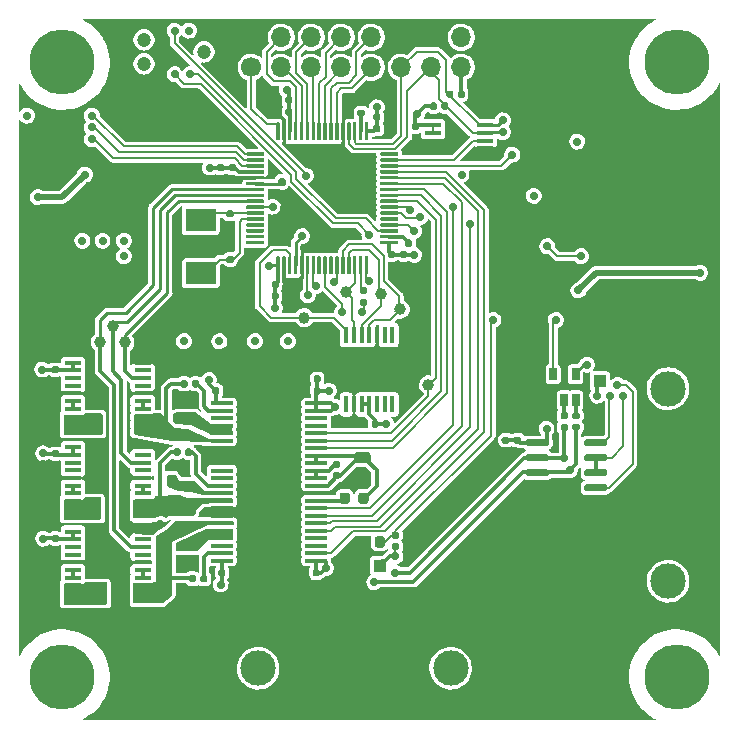
<source format=gbr>
G04 #@! TF.GenerationSoftware,KiCad,Pcbnew,5.99.0-unknown-dd374e12a~102~ubuntu20.04.1*
G04 #@! TF.CreationDate,2020-12-05T09:27:28-08:00*
G04 #@! TF.ProjectId,BLDC,424c4443-2e6b-4696-9361-645f70636258,rev?*
G04 #@! TF.SameCoordinates,Original*
G04 #@! TF.FileFunction,Copper,L4,Bot*
G04 #@! TF.FilePolarity,Positive*
%FSLAX46Y46*%
G04 Gerber Fmt 4.6, Leading zero omitted, Abs format (unit mm)*
G04 Created by KiCad (PCBNEW 5.99.0-unknown-dd374e12a~102~ubuntu20.04.1) date 2020-12-05 09:27:28*
%MOMM*%
%LPD*%
G01*
G04 APERTURE LIST*
G04 #@! TA.AperFunction,ComponentPad*
%ADD10C,5.500000*%
G04 #@! TD*
G04 #@! TA.AperFunction,ComponentPad*
%ADD11C,3.000000*%
G04 #@! TD*
G04 #@! TA.AperFunction,ComponentPad*
%ADD12C,0.800000*%
G04 #@! TD*
G04 #@! TA.AperFunction,ComponentPad*
%ADD13C,1.700000*%
G04 #@! TD*
G04 #@! TA.AperFunction,ComponentPad*
%ADD14O,1.700000X1.700000*%
G04 #@! TD*
G04 #@! TA.AperFunction,ComponentPad*
%ADD15C,1.200000*%
G04 #@! TD*
G04 #@! TA.AperFunction,SMDPad,CuDef*
%ADD16R,0.650000X1.060000*%
G04 #@! TD*
G04 #@! TA.AperFunction,SMDPad,CuDef*
%ADD17R,0.450000X1.450000*%
G04 #@! TD*
G04 #@! TA.AperFunction,SMDPad,CuDef*
%ADD18R,1.900000X0.300000*%
G04 #@! TD*
G04 #@! TA.AperFunction,SMDPad,CuDef*
%ADD19R,4.300000X8.300000*%
G04 #@! TD*
G04 #@! TA.AperFunction,SMDPad,CuDef*
%ADD20R,1.450000X0.450000*%
G04 #@! TD*
G04 #@! TA.AperFunction,SMDPad,CuDef*
%ADD21C,1.000000*%
G04 #@! TD*
G04 #@! TA.AperFunction,SMDPad,CuDef*
%ADD22R,1.100000X1.100000*%
G04 #@! TD*
G04 #@! TA.AperFunction,SMDPad,CuDef*
%ADD23R,2.600000X1.900000*%
G04 #@! TD*
G04 #@! TA.AperFunction,ViaPad*
%ADD24C,0.740000*%
G04 #@! TD*
G04 #@! TA.AperFunction,ViaPad*
%ADD25C,0.736700*%
G04 #@! TD*
G04 #@! TA.AperFunction,Conductor*
%ADD26C,0.300000*%
G04 #@! TD*
G04 #@! TA.AperFunction,Conductor*
%ADD27C,0.177800*%
G04 #@! TD*
G04 #@! TA.AperFunction,Conductor*
%ADD28C,0.250000*%
G04 #@! TD*
G04 #@! TA.AperFunction,Conductor*
%ADD29C,0.500000*%
G04 #@! TD*
G04 #@! TA.AperFunction,Conductor*
%ADD30C,0.400000*%
G04 #@! TD*
G04 APERTURE END LIST*
D10*
X122500000Y-131000000D03*
D11*
X173790000Y-122920000D03*
X173790000Y-106620000D03*
X139080000Y-130290000D03*
X155380000Y-130290000D03*
D12*
X121530000Y-88130000D03*
X122630000Y-88130000D03*
D13*
X138500000Y-79400000D03*
D14*
X138500000Y-76860000D03*
X141040000Y-79400000D03*
X141040000Y-76860000D03*
X143580000Y-79400000D03*
X143580000Y-76860000D03*
X146120000Y-79400000D03*
X146120000Y-76860000D03*
X148660000Y-79400000D03*
X148660000Y-76860000D03*
X151200000Y-79400000D03*
X151200000Y-76860000D03*
X153740000Y-79400000D03*
X153740000Y-76860000D03*
X156280000Y-79400000D03*
X156280000Y-76860000D03*
D15*
X129420000Y-79116000D03*
X134500000Y-78100000D03*
X129420000Y-77084000D03*
D10*
X174500000Y-79000000D03*
X174500000Y-131000000D03*
X122500000Y-79000000D03*
G04 #@! TA.AperFunction,SMDPad,CuDef*
G36*
G01*
X164827500Y-108620000D02*
X165172500Y-108620000D01*
G75*
G02*
X165320000Y-108767500I0J-147500D01*
G01*
X165320000Y-109062500D01*
G75*
G02*
X165172500Y-109210000I-147500J0D01*
G01*
X164827500Y-109210000D01*
G75*
G02*
X164680000Y-109062500I0J147500D01*
G01*
X164680000Y-108767500D01*
G75*
G02*
X164827500Y-108620000I147500J0D01*
G01*
G37*
G04 #@! TD.AperFunction*
G04 #@! TA.AperFunction,SMDPad,CuDef*
G36*
G01*
X164827500Y-109590000D02*
X165172500Y-109590000D01*
G75*
G02*
X165320000Y-109737500I0J-147500D01*
G01*
X165320000Y-110032500D01*
G75*
G02*
X165172500Y-110180000I-147500J0D01*
G01*
X164827500Y-110180000D01*
G75*
G02*
X164680000Y-110032500I0J147500D01*
G01*
X164680000Y-109737500D01*
G75*
G02*
X164827500Y-109590000I147500J0D01*
G01*
G37*
G04 #@! TD.AperFunction*
G04 #@! TA.AperFunction,SMDPad,CuDef*
G36*
G01*
X166172500Y-110180000D02*
X165827500Y-110180000D01*
G75*
G02*
X165680000Y-110032500I0J147500D01*
G01*
X165680000Y-109737500D01*
G75*
G02*
X165827500Y-109590000I147500J0D01*
G01*
X166172500Y-109590000D01*
G75*
G02*
X166320000Y-109737500I0J-147500D01*
G01*
X166320000Y-110032500D01*
G75*
G02*
X166172500Y-110180000I-147500J0D01*
G01*
G37*
G04 #@! TD.AperFunction*
G04 #@! TA.AperFunction,SMDPad,CuDef*
G36*
G01*
X166172500Y-109210000D02*
X165827500Y-109210000D01*
G75*
G02*
X165680000Y-109062500I0J147500D01*
G01*
X165680000Y-108767500D01*
G75*
G02*
X165827500Y-108620000I147500J0D01*
G01*
X166172500Y-108620000D01*
G75*
G02*
X166320000Y-108767500I0J-147500D01*
G01*
X166320000Y-109062500D01*
G75*
G02*
X166172500Y-109210000I-147500J0D01*
G01*
G37*
G04 #@! TD.AperFunction*
G04 #@! TA.AperFunction,SMDPad,CuDef*
G36*
G01*
X151572500Y-96530000D02*
X151227500Y-96530000D01*
G75*
G02*
X151080000Y-96382500I0J147500D01*
G01*
X151080000Y-96087500D01*
G75*
G02*
X151227500Y-95940000I147500J0D01*
G01*
X151572500Y-95940000D01*
G75*
G02*
X151720000Y-96087500I0J-147500D01*
G01*
X151720000Y-96382500D01*
G75*
G02*
X151572500Y-96530000I-147500J0D01*
G01*
G37*
G04 #@! TD.AperFunction*
G04 #@! TA.AperFunction,SMDPad,CuDef*
G36*
G01*
X151572500Y-95560000D02*
X151227500Y-95560000D01*
G75*
G02*
X151080000Y-95412500I0J147500D01*
G01*
X151080000Y-95117500D01*
G75*
G02*
X151227500Y-94970000I147500J0D01*
G01*
X151572500Y-94970000D01*
G75*
G02*
X151720000Y-95117500I0J-147500D01*
G01*
X151720000Y-95412500D01*
G75*
G02*
X151572500Y-95560000I-147500J0D01*
G01*
G37*
G04 #@! TD.AperFunction*
D16*
X165950000Y-107600000D03*
X165000000Y-107600000D03*
X164050000Y-107600000D03*
X164050000Y-105400000D03*
X165950000Y-105400000D03*
D17*
X146550000Y-102050000D03*
X147200000Y-102050000D03*
X147850000Y-102050000D03*
X148500000Y-102050000D03*
X149150000Y-102050000D03*
X149800000Y-102050000D03*
X150450000Y-102050000D03*
X150450000Y-107950000D03*
X149800000Y-107950000D03*
X149150000Y-107950000D03*
X148500000Y-107950000D03*
X147850000Y-107950000D03*
X147200000Y-107950000D03*
X146550000Y-107950000D03*
G04 #@! TA.AperFunction,SMDPad,CuDef*
G36*
G01*
X132520000Y-106372500D02*
X132520000Y-106027500D01*
G75*
G02*
X132667500Y-105880000I147500J0D01*
G01*
X132962500Y-105880000D01*
G75*
G02*
X133110000Y-106027500I0J-147500D01*
G01*
X133110000Y-106372500D01*
G75*
G02*
X132962500Y-106520000I-147500J0D01*
G01*
X132667500Y-106520000D01*
G75*
G02*
X132520000Y-106372500I0J147500D01*
G01*
G37*
G04 #@! TD.AperFunction*
G04 #@! TA.AperFunction,SMDPad,CuDef*
G36*
G01*
X133490000Y-106372500D02*
X133490000Y-106027500D01*
G75*
G02*
X133637500Y-105880000I147500J0D01*
G01*
X133932500Y-105880000D01*
G75*
G02*
X134080000Y-106027500I0J-147500D01*
G01*
X134080000Y-106372500D01*
G75*
G02*
X133932500Y-106520000I-147500J0D01*
G01*
X133637500Y-106520000D01*
G75*
G02*
X133490000Y-106372500I0J147500D01*
G01*
G37*
G04 #@! TD.AperFunction*
G04 #@! TA.AperFunction,SMDPad,CuDef*
G36*
G01*
X133756250Y-121937500D02*
X133243750Y-121937500D01*
G75*
G02*
X133025000Y-121718750I0J218750D01*
G01*
X133025000Y-121281250D01*
G75*
G02*
X133243750Y-121062500I218750J0D01*
G01*
X133756250Y-121062500D01*
G75*
G02*
X133975000Y-121281250I0J-218750D01*
G01*
X133975000Y-121718750D01*
G75*
G02*
X133756250Y-121937500I-218750J0D01*
G01*
G37*
G04 #@! TD.AperFunction*
G04 #@! TA.AperFunction,SMDPad,CuDef*
G36*
G01*
X133756250Y-120362500D02*
X133243750Y-120362500D01*
G75*
G02*
X133025000Y-120143750I0J218750D01*
G01*
X133025000Y-119706250D01*
G75*
G02*
X133243750Y-119487500I218750J0D01*
G01*
X133756250Y-119487500D01*
G75*
G02*
X133975000Y-119706250I0J-218750D01*
G01*
X133975000Y-120143750D01*
G75*
G02*
X133756250Y-120362500I-218750J0D01*
G01*
G37*
G04 #@! TD.AperFunction*
D18*
X144000000Y-107832500D03*
X144000000Y-108467500D03*
X144000000Y-109102500D03*
X144000000Y-109737500D03*
X144000000Y-110372500D03*
X144000000Y-111007500D03*
X144000000Y-111642500D03*
X144000000Y-112277500D03*
X144000000Y-112912500D03*
X144000000Y-113547500D03*
X144000000Y-114182500D03*
X144000000Y-114817500D03*
X144000000Y-115452500D03*
X144000000Y-116087500D03*
X144000000Y-116722500D03*
X144000000Y-117357500D03*
X144000000Y-117992500D03*
X144000000Y-118627500D03*
X144000000Y-119262500D03*
X144000000Y-119897500D03*
X144000000Y-120532500D03*
X144000000Y-121167500D03*
X136000000Y-121167500D03*
X136000000Y-120532500D03*
X136000000Y-119897500D03*
X136000000Y-119262500D03*
X136000000Y-118627500D03*
X136000000Y-117992500D03*
X136000000Y-117357500D03*
X136000000Y-116722500D03*
X136000000Y-116087500D03*
X136000000Y-115452500D03*
X136000000Y-114817500D03*
X136000000Y-114182500D03*
X136000000Y-113547500D03*
X136000000Y-112912500D03*
X136000000Y-112277500D03*
X136000000Y-111642500D03*
X136000000Y-111007500D03*
X136000000Y-110372500D03*
X136000000Y-109737500D03*
X136000000Y-109102500D03*
X136000000Y-108467500D03*
X136000000Y-107832500D03*
D19*
X140000000Y-114500000D03*
G04 #@! TA.AperFunction,SMDPad,CuDef*
G36*
G01*
X137280000Y-122027500D02*
X137280000Y-122372500D01*
G75*
G02*
X137132500Y-122520000I-147500J0D01*
G01*
X136837500Y-122520000D01*
G75*
G02*
X136690000Y-122372500I0J147500D01*
G01*
X136690000Y-122027500D01*
G75*
G02*
X136837500Y-121880000I147500J0D01*
G01*
X137132500Y-121880000D01*
G75*
G02*
X137280000Y-122027500I0J-147500D01*
G01*
G37*
G04 #@! TD.AperFunction*
G04 #@! TA.AperFunction,SMDPad,CuDef*
G36*
G01*
X136310000Y-122027500D02*
X136310000Y-122372500D01*
G75*
G02*
X136162500Y-122520000I-147500J0D01*
G01*
X135867500Y-122520000D01*
G75*
G02*
X135720000Y-122372500I0J147500D01*
G01*
X135720000Y-122027500D01*
G75*
G02*
X135867500Y-121880000I147500J0D01*
G01*
X136162500Y-121880000D01*
G75*
G02*
X136310000Y-122027500I0J-147500D01*
G01*
G37*
G04 #@! TD.AperFunction*
G04 #@! TA.AperFunction,SMDPad,CuDef*
G36*
G01*
X133220000Y-122872500D02*
X133220000Y-122527500D01*
G75*
G02*
X133367500Y-122380000I147500J0D01*
G01*
X133662500Y-122380000D01*
G75*
G02*
X133810000Y-122527500I0J-147500D01*
G01*
X133810000Y-122872500D01*
G75*
G02*
X133662500Y-123020000I-147500J0D01*
G01*
X133367500Y-123020000D01*
G75*
G02*
X133220000Y-122872500I0J147500D01*
G01*
G37*
G04 #@! TD.AperFunction*
G04 #@! TA.AperFunction,SMDPad,CuDef*
G36*
G01*
X134190000Y-122872500D02*
X134190000Y-122527500D01*
G75*
G02*
X134337500Y-122380000I147500J0D01*
G01*
X134632500Y-122380000D01*
G75*
G02*
X134780000Y-122527500I0J-147500D01*
G01*
X134780000Y-122872500D01*
G75*
G02*
X134632500Y-123020000I-147500J0D01*
G01*
X134337500Y-123020000D01*
G75*
G02*
X134190000Y-122872500I0J147500D01*
G01*
G37*
G04 #@! TD.AperFunction*
G04 #@! TA.AperFunction,SMDPad,CuDef*
G36*
G01*
X122072500Y-106280000D02*
X121727500Y-106280000D01*
G75*
G02*
X121580000Y-106132500I0J147500D01*
G01*
X121580000Y-105837500D01*
G75*
G02*
X121727500Y-105690000I147500J0D01*
G01*
X122072500Y-105690000D01*
G75*
G02*
X122220000Y-105837500I0J-147500D01*
G01*
X122220000Y-106132500D01*
G75*
G02*
X122072500Y-106280000I-147500J0D01*
G01*
G37*
G04 #@! TD.AperFunction*
G04 #@! TA.AperFunction,SMDPad,CuDef*
G36*
G01*
X122072500Y-105310000D02*
X121727500Y-105310000D01*
G75*
G02*
X121580000Y-105162500I0J147500D01*
G01*
X121580000Y-104867500D01*
G75*
G02*
X121727500Y-104720000I147500J0D01*
G01*
X122072500Y-104720000D01*
G75*
G02*
X122220000Y-104867500I0J-147500D01*
G01*
X122220000Y-105162500D01*
G75*
G02*
X122072500Y-105310000I-147500J0D01*
G01*
G37*
G04 #@! TD.AperFunction*
G04 #@! TA.AperFunction,SMDPad,CuDef*
G36*
G01*
X148425000Y-115643750D02*
X148425000Y-116156250D01*
G75*
G02*
X148206250Y-116375000I-218750J0D01*
G01*
X147768750Y-116375000D01*
G75*
G02*
X147550000Y-116156250I0J218750D01*
G01*
X147550000Y-115643750D01*
G75*
G02*
X147768750Y-115425000I218750J0D01*
G01*
X148206250Y-115425000D01*
G75*
G02*
X148425000Y-115643750I0J-218750D01*
G01*
G37*
G04 #@! TD.AperFunction*
G04 #@! TA.AperFunction,SMDPad,CuDef*
G36*
G01*
X146850000Y-115643750D02*
X146850000Y-116156250D01*
G75*
G02*
X146631250Y-116375000I-218750J0D01*
G01*
X146193750Y-116375000D01*
G75*
G02*
X145975000Y-116156250I0J218750D01*
G01*
X145975000Y-115643750D01*
G75*
G02*
X146193750Y-115425000I218750J0D01*
G01*
X146631250Y-115425000D01*
G75*
G02*
X146850000Y-115643750I0J-218750D01*
G01*
G37*
G04 #@! TD.AperFunction*
G04 #@! TA.AperFunction,SMDPad,CuDef*
G36*
G01*
X150395000Y-83427500D02*
X150395000Y-83772500D01*
G75*
G02*
X150247500Y-83920000I-147500J0D01*
G01*
X149952500Y-83920000D01*
G75*
G02*
X149805000Y-83772500I0J147500D01*
G01*
X149805000Y-83427500D01*
G75*
G02*
X149952500Y-83280000I147500J0D01*
G01*
X150247500Y-83280000D01*
G75*
G02*
X150395000Y-83427500I0J-147500D01*
G01*
G37*
G04 #@! TD.AperFunction*
G04 #@! TA.AperFunction,SMDPad,CuDef*
G36*
G01*
X149425000Y-83427500D02*
X149425000Y-83772500D01*
G75*
G02*
X149277500Y-83920000I-147500J0D01*
G01*
X148982500Y-83920000D01*
G75*
G02*
X148835000Y-83772500I0J147500D01*
G01*
X148835000Y-83427500D01*
G75*
G02*
X148982500Y-83280000I147500J0D01*
G01*
X149277500Y-83280000D01*
G75*
G02*
X149425000Y-83427500I0J-147500D01*
G01*
G37*
G04 #@! TD.AperFunction*
G04 #@! TA.AperFunction,SMDPad,CuDef*
G36*
G01*
X168650000Y-111045000D02*
X168650000Y-111345000D01*
G75*
G02*
X168500000Y-111495000I-150000J0D01*
G01*
X166850000Y-111495000D01*
G75*
G02*
X166700000Y-111345000I0J150000D01*
G01*
X166700000Y-111045000D01*
G75*
G02*
X166850000Y-110895000I150000J0D01*
G01*
X168500000Y-110895000D01*
G75*
G02*
X168650000Y-111045000I0J-150000D01*
G01*
G37*
G04 #@! TD.AperFunction*
G04 #@! TA.AperFunction,SMDPad,CuDef*
G36*
G01*
X168650000Y-112315000D02*
X168650000Y-112615000D01*
G75*
G02*
X168500000Y-112765000I-150000J0D01*
G01*
X166850000Y-112765000D01*
G75*
G02*
X166700000Y-112615000I0J150000D01*
G01*
X166700000Y-112315000D01*
G75*
G02*
X166850000Y-112165000I150000J0D01*
G01*
X168500000Y-112165000D01*
G75*
G02*
X168650000Y-112315000I0J-150000D01*
G01*
G37*
G04 #@! TD.AperFunction*
G04 #@! TA.AperFunction,SMDPad,CuDef*
G36*
G01*
X168650000Y-113585000D02*
X168650000Y-113885000D01*
G75*
G02*
X168500000Y-114035000I-150000J0D01*
G01*
X166850000Y-114035000D01*
G75*
G02*
X166700000Y-113885000I0J150000D01*
G01*
X166700000Y-113585000D01*
G75*
G02*
X166850000Y-113435000I150000J0D01*
G01*
X168500000Y-113435000D01*
G75*
G02*
X168650000Y-113585000I0J-150000D01*
G01*
G37*
G04 #@! TD.AperFunction*
G04 #@! TA.AperFunction,SMDPad,CuDef*
G36*
G01*
X168650000Y-114855000D02*
X168650000Y-115155000D01*
G75*
G02*
X168500000Y-115305000I-150000J0D01*
G01*
X166850000Y-115305000D01*
G75*
G02*
X166700000Y-115155000I0J150000D01*
G01*
X166700000Y-114855000D01*
G75*
G02*
X166850000Y-114705000I150000J0D01*
G01*
X168500000Y-114705000D01*
G75*
G02*
X168650000Y-114855000I0J-150000D01*
G01*
G37*
G04 #@! TD.AperFunction*
G04 #@! TA.AperFunction,SMDPad,CuDef*
G36*
G01*
X163700000Y-114855000D02*
X163700000Y-115155000D01*
G75*
G02*
X163550000Y-115305000I-150000J0D01*
G01*
X161900000Y-115305000D01*
G75*
G02*
X161750000Y-115155000I0J150000D01*
G01*
X161750000Y-114855000D01*
G75*
G02*
X161900000Y-114705000I150000J0D01*
G01*
X163550000Y-114705000D01*
G75*
G02*
X163700000Y-114855000I0J-150000D01*
G01*
G37*
G04 #@! TD.AperFunction*
G04 #@! TA.AperFunction,SMDPad,CuDef*
G36*
G01*
X163700000Y-113585000D02*
X163700000Y-113885000D01*
G75*
G02*
X163550000Y-114035000I-150000J0D01*
G01*
X161900000Y-114035000D01*
G75*
G02*
X161750000Y-113885000I0J150000D01*
G01*
X161750000Y-113585000D01*
G75*
G02*
X161900000Y-113435000I150000J0D01*
G01*
X163550000Y-113435000D01*
G75*
G02*
X163700000Y-113585000I0J-150000D01*
G01*
G37*
G04 #@! TD.AperFunction*
G04 #@! TA.AperFunction,SMDPad,CuDef*
G36*
G01*
X163700000Y-112315000D02*
X163700000Y-112615000D01*
G75*
G02*
X163550000Y-112765000I-150000J0D01*
G01*
X161900000Y-112765000D01*
G75*
G02*
X161750000Y-112615000I0J150000D01*
G01*
X161750000Y-112315000D01*
G75*
G02*
X161900000Y-112165000I150000J0D01*
G01*
X163550000Y-112165000D01*
G75*
G02*
X163700000Y-112315000I0J-150000D01*
G01*
G37*
G04 #@! TD.AperFunction*
G04 #@! TA.AperFunction,SMDPad,CuDef*
G36*
G01*
X163700000Y-111045000D02*
X163700000Y-111345000D01*
G75*
G02*
X163550000Y-111495000I-150000J0D01*
G01*
X161900000Y-111495000D01*
G75*
G02*
X161750000Y-111345000I0J150000D01*
G01*
X161750000Y-111045000D01*
G75*
G02*
X161900000Y-110895000I150000J0D01*
G01*
X163550000Y-110895000D01*
G75*
G02*
X163700000Y-111045000I0J-150000D01*
G01*
G37*
G04 #@! TD.AperFunction*
G04 #@! TA.AperFunction,SMDPad,CuDef*
G36*
G01*
X137080000Y-89180000D02*
X136735000Y-89180000D01*
G75*
G02*
X136587500Y-89032500I0J147500D01*
G01*
X136587500Y-88737500D01*
G75*
G02*
X136735000Y-88590000I147500J0D01*
G01*
X137080000Y-88590000D01*
G75*
G02*
X137227500Y-88737500I0J-147500D01*
G01*
X137227500Y-89032500D01*
G75*
G02*
X137080000Y-89180000I-147500J0D01*
G01*
G37*
G04 #@! TD.AperFunction*
G04 #@! TA.AperFunction,SMDPad,CuDef*
G36*
G01*
X137080000Y-88210000D02*
X136735000Y-88210000D01*
G75*
G02*
X136587500Y-88062500I0J147500D01*
G01*
X136587500Y-87767500D01*
G75*
G02*
X136735000Y-87620000I147500J0D01*
G01*
X137080000Y-87620000D01*
G75*
G02*
X137227500Y-87767500I0J-147500D01*
G01*
X137227500Y-88062500D01*
G75*
G02*
X137080000Y-88210000I-147500J0D01*
G01*
G37*
G04 #@! TD.AperFunction*
G04 #@! TA.AperFunction,SMDPad,CuDef*
G36*
G01*
X136080000Y-89180000D02*
X135735000Y-89180000D01*
G75*
G02*
X135587500Y-89032500I0J147500D01*
G01*
X135587500Y-88737500D01*
G75*
G02*
X135735000Y-88590000I147500J0D01*
G01*
X136080000Y-88590000D01*
G75*
G02*
X136227500Y-88737500I0J-147500D01*
G01*
X136227500Y-89032500D01*
G75*
G02*
X136080000Y-89180000I-147500J0D01*
G01*
G37*
G04 #@! TD.AperFunction*
G04 #@! TA.AperFunction,SMDPad,CuDef*
G36*
G01*
X136080000Y-88210000D02*
X135735000Y-88210000D01*
G75*
G02*
X135587500Y-88062500I0J147500D01*
G01*
X135587500Y-87767500D01*
G75*
G02*
X135735000Y-87620000I147500J0D01*
G01*
X136080000Y-87620000D01*
G75*
G02*
X136227500Y-87767500I0J-147500D01*
G01*
X136227500Y-88062500D01*
G75*
G02*
X136080000Y-88210000I-147500J0D01*
G01*
G37*
G04 #@! TD.AperFunction*
G04 #@! TA.AperFunction,SMDPad,CuDef*
G36*
G01*
X148172500Y-99580000D02*
X147827500Y-99580000D01*
G75*
G02*
X147680000Y-99432500I0J147500D01*
G01*
X147680000Y-99137500D01*
G75*
G02*
X147827500Y-98990000I147500J0D01*
G01*
X148172500Y-98990000D01*
G75*
G02*
X148320000Y-99137500I0J-147500D01*
G01*
X148320000Y-99432500D01*
G75*
G02*
X148172500Y-99580000I-147500J0D01*
G01*
G37*
G04 #@! TD.AperFunction*
G04 #@! TA.AperFunction,SMDPad,CuDef*
G36*
G01*
X148172500Y-98610000D02*
X147827500Y-98610000D01*
G75*
G02*
X147680000Y-98462500I0J147500D01*
G01*
X147680000Y-98167500D01*
G75*
G02*
X147827500Y-98020000I147500J0D01*
G01*
X148172500Y-98020000D01*
G75*
G02*
X148320000Y-98167500I0J-147500D01*
G01*
X148320000Y-98462500D01*
G75*
G02*
X148172500Y-98610000I-147500J0D01*
G01*
G37*
G04 #@! TD.AperFunction*
G04 #@! TA.AperFunction,SMDPad,CuDef*
G36*
G01*
X150395000Y-84427500D02*
X150395000Y-84772500D01*
G75*
G02*
X150247500Y-84920000I-147500J0D01*
G01*
X149952500Y-84920000D01*
G75*
G02*
X149805000Y-84772500I0J147500D01*
G01*
X149805000Y-84427500D01*
G75*
G02*
X149952500Y-84280000I147500J0D01*
G01*
X150247500Y-84280000D01*
G75*
G02*
X150395000Y-84427500I0J-147500D01*
G01*
G37*
G04 #@! TD.AperFunction*
G04 #@! TA.AperFunction,SMDPad,CuDef*
G36*
G01*
X149425000Y-84427500D02*
X149425000Y-84772500D01*
G75*
G02*
X149277500Y-84920000I-147500J0D01*
G01*
X148982500Y-84920000D01*
G75*
G02*
X148835000Y-84772500I0J147500D01*
G01*
X148835000Y-84427500D01*
G75*
G02*
X148982500Y-84280000I147500J0D01*
G01*
X149277500Y-84280000D01*
G75*
G02*
X149425000Y-84427500I0J-147500D01*
G01*
G37*
G04 #@! TD.AperFunction*
G04 #@! TA.AperFunction,SMDPad,CuDef*
G36*
G01*
X150572500Y-96530000D02*
X150227500Y-96530000D01*
G75*
G02*
X150080000Y-96382500I0J147500D01*
G01*
X150080000Y-96087500D01*
G75*
G02*
X150227500Y-95940000I147500J0D01*
G01*
X150572500Y-95940000D01*
G75*
G02*
X150720000Y-96087500I0J-147500D01*
G01*
X150720000Y-96382500D01*
G75*
G02*
X150572500Y-96530000I-147500J0D01*
G01*
G37*
G04 #@! TD.AperFunction*
G04 #@! TA.AperFunction,SMDPad,CuDef*
G36*
G01*
X150572500Y-95560000D02*
X150227500Y-95560000D01*
G75*
G02*
X150080000Y-95412500I0J147500D01*
G01*
X150080000Y-95117500D01*
G75*
G02*
X150227500Y-94970000I147500J0D01*
G01*
X150572500Y-94970000D01*
G75*
G02*
X150720000Y-95117500I0J-147500D01*
G01*
X150720000Y-95412500D01*
G75*
G02*
X150572500Y-95560000I-147500J0D01*
G01*
G37*
G04 #@! TD.AperFunction*
G04 #@! TA.AperFunction,SMDPad,CuDef*
G36*
G01*
X141780000Y-98627500D02*
X141780000Y-98972500D01*
G75*
G02*
X141632500Y-99120000I-147500J0D01*
G01*
X141337500Y-99120000D01*
G75*
G02*
X141190000Y-98972500I0J147500D01*
G01*
X141190000Y-98627500D01*
G75*
G02*
X141337500Y-98480000I147500J0D01*
G01*
X141632500Y-98480000D01*
G75*
G02*
X141780000Y-98627500I0J-147500D01*
G01*
G37*
G04 #@! TD.AperFunction*
G04 #@! TA.AperFunction,SMDPad,CuDef*
G36*
G01*
X140810000Y-98627500D02*
X140810000Y-98972500D01*
G75*
G02*
X140662500Y-99120000I-147500J0D01*
G01*
X140367500Y-99120000D01*
G75*
G02*
X140220000Y-98972500I0J147500D01*
G01*
X140220000Y-98627500D01*
G75*
G02*
X140367500Y-98480000I147500J0D01*
G01*
X140662500Y-98480000D01*
G75*
G02*
X140810000Y-98627500I0J-147500D01*
G01*
G37*
G04 #@! TD.AperFunction*
G04 #@! TA.AperFunction,SMDPad,CuDef*
G36*
G01*
X141780000Y-97627500D02*
X141780000Y-97972500D01*
G75*
G02*
X141632500Y-98120000I-147500J0D01*
G01*
X141337500Y-98120000D01*
G75*
G02*
X141190000Y-97972500I0J147500D01*
G01*
X141190000Y-97627500D01*
G75*
G02*
X141337500Y-97480000I147500J0D01*
G01*
X141632500Y-97480000D01*
G75*
G02*
X141780000Y-97627500I0J-147500D01*
G01*
G37*
G04 #@! TD.AperFunction*
G04 #@! TA.AperFunction,SMDPad,CuDef*
G36*
G01*
X140810000Y-97627500D02*
X140810000Y-97972500D01*
G75*
G02*
X140662500Y-98120000I-147500J0D01*
G01*
X140367500Y-98120000D01*
G75*
G02*
X140220000Y-97972500I0J147500D01*
G01*
X140220000Y-97627500D01*
G75*
G02*
X140367500Y-97480000I147500J0D01*
G01*
X140662500Y-97480000D01*
G75*
G02*
X140810000Y-97627500I0J-147500D01*
G01*
G37*
G04 #@! TD.AperFunction*
G04 #@! TA.AperFunction,SMDPad,CuDef*
G36*
G01*
X140420000Y-82372500D02*
X140420000Y-82027500D01*
G75*
G02*
X140567500Y-81880000I147500J0D01*
G01*
X140862500Y-81880000D01*
G75*
G02*
X141010000Y-82027500I0J-147500D01*
G01*
X141010000Y-82372500D01*
G75*
G02*
X140862500Y-82520000I-147500J0D01*
G01*
X140567500Y-82520000D01*
G75*
G02*
X140420000Y-82372500I0J147500D01*
G01*
G37*
G04 #@! TD.AperFunction*
G04 #@! TA.AperFunction,SMDPad,CuDef*
G36*
G01*
X141390000Y-82372500D02*
X141390000Y-82027500D01*
G75*
G02*
X141537500Y-81880000I147500J0D01*
G01*
X141832500Y-81880000D01*
G75*
G02*
X141980000Y-82027500I0J-147500D01*
G01*
X141980000Y-82372500D01*
G75*
G02*
X141832500Y-82520000I-147500J0D01*
G01*
X141537500Y-82520000D01*
G75*
G02*
X141390000Y-82372500I0J147500D01*
G01*
G37*
G04 #@! TD.AperFunction*
G04 #@! TA.AperFunction,SMDPad,CuDef*
G36*
G01*
X140420000Y-83372500D02*
X140420000Y-83027500D01*
G75*
G02*
X140567500Y-82880000I147500J0D01*
G01*
X140862500Y-82880000D01*
G75*
G02*
X141010000Y-83027500I0J-147500D01*
G01*
X141010000Y-83372500D01*
G75*
G02*
X140862500Y-83520000I-147500J0D01*
G01*
X140567500Y-83520000D01*
G75*
G02*
X140420000Y-83372500I0J147500D01*
G01*
G37*
G04 #@! TD.AperFunction*
G04 #@! TA.AperFunction,SMDPad,CuDef*
G36*
G01*
X141390000Y-83372500D02*
X141390000Y-83027500D01*
G75*
G02*
X141537500Y-82880000I147500J0D01*
G01*
X141832500Y-82880000D01*
G75*
G02*
X141980000Y-83027500I0J-147500D01*
G01*
X141980000Y-83372500D01*
G75*
G02*
X141832500Y-83520000I-147500J0D01*
G01*
X141537500Y-83520000D01*
G75*
G02*
X141390000Y-83372500I0J147500D01*
G01*
G37*
G04 #@! TD.AperFunction*
G04 #@! TA.AperFunction,SMDPad,CuDef*
G36*
G01*
X138050000Y-94325000D02*
X138050000Y-94175000D01*
G75*
G02*
X138125000Y-94100000I75000J0D01*
G01*
X139525000Y-94100000D01*
G75*
G02*
X139600000Y-94175000I0J-75000D01*
G01*
X139600000Y-94325000D01*
G75*
G02*
X139525000Y-94400000I-75000J0D01*
G01*
X138125000Y-94400000D01*
G75*
G02*
X138050000Y-94325000I0J75000D01*
G01*
G37*
G04 #@! TD.AperFunction*
G04 #@! TA.AperFunction,SMDPad,CuDef*
G36*
G01*
X138050000Y-93825000D02*
X138050000Y-93675000D01*
G75*
G02*
X138125000Y-93600000I75000J0D01*
G01*
X139525000Y-93600000D01*
G75*
G02*
X139600000Y-93675000I0J-75000D01*
G01*
X139600000Y-93825000D01*
G75*
G02*
X139525000Y-93900000I-75000J0D01*
G01*
X138125000Y-93900000D01*
G75*
G02*
X138050000Y-93825000I0J75000D01*
G01*
G37*
G04 #@! TD.AperFunction*
G04 #@! TA.AperFunction,SMDPad,CuDef*
G36*
G01*
X138050000Y-93325000D02*
X138050000Y-93175000D01*
G75*
G02*
X138125000Y-93100000I75000J0D01*
G01*
X139525000Y-93100000D01*
G75*
G02*
X139600000Y-93175000I0J-75000D01*
G01*
X139600000Y-93325000D01*
G75*
G02*
X139525000Y-93400000I-75000J0D01*
G01*
X138125000Y-93400000D01*
G75*
G02*
X138050000Y-93325000I0J75000D01*
G01*
G37*
G04 #@! TD.AperFunction*
G04 #@! TA.AperFunction,SMDPad,CuDef*
G36*
G01*
X138050000Y-92825000D02*
X138050000Y-92675000D01*
G75*
G02*
X138125000Y-92600000I75000J0D01*
G01*
X139525000Y-92600000D01*
G75*
G02*
X139600000Y-92675000I0J-75000D01*
G01*
X139600000Y-92825000D01*
G75*
G02*
X139525000Y-92900000I-75000J0D01*
G01*
X138125000Y-92900000D01*
G75*
G02*
X138050000Y-92825000I0J75000D01*
G01*
G37*
G04 #@! TD.AperFunction*
G04 #@! TA.AperFunction,SMDPad,CuDef*
G36*
G01*
X138050000Y-92325000D02*
X138050000Y-92175000D01*
G75*
G02*
X138125000Y-92100000I75000J0D01*
G01*
X139525000Y-92100000D01*
G75*
G02*
X139600000Y-92175000I0J-75000D01*
G01*
X139600000Y-92325000D01*
G75*
G02*
X139525000Y-92400000I-75000J0D01*
G01*
X138125000Y-92400000D01*
G75*
G02*
X138050000Y-92325000I0J75000D01*
G01*
G37*
G04 #@! TD.AperFunction*
G04 #@! TA.AperFunction,SMDPad,CuDef*
G36*
G01*
X138050000Y-91825000D02*
X138050000Y-91675000D01*
G75*
G02*
X138125000Y-91600000I75000J0D01*
G01*
X139525000Y-91600000D01*
G75*
G02*
X139600000Y-91675000I0J-75000D01*
G01*
X139600000Y-91825000D01*
G75*
G02*
X139525000Y-91900000I-75000J0D01*
G01*
X138125000Y-91900000D01*
G75*
G02*
X138050000Y-91825000I0J75000D01*
G01*
G37*
G04 #@! TD.AperFunction*
G04 #@! TA.AperFunction,SMDPad,CuDef*
G36*
G01*
X138050000Y-91325000D02*
X138050000Y-91175000D01*
G75*
G02*
X138125000Y-91100000I75000J0D01*
G01*
X139525000Y-91100000D01*
G75*
G02*
X139600000Y-91175000I0J-75000D01*
G01*
X139600000Y-91325000D01*
G75*
G02*
X139525000Y-91400000I-75000J0D01*
G01*
X138125000Y-91400000D01*
G75*
G02*
X138050000Y-91325000I0J75000D01*
G01*
G37*
G04 #@! TD.AperFunction*
G04 #@! TA.AperFunction,SMDPad,CuDef*
G36*
G01*
X138050000Y-90825000D02*
X138050000Y-90675000D01*
G75*
G02*
X138125000Y-90600000I75000J0D01*
G01*
X139525000Y-90600000D01*
G75*
G02*
X139600000Y-90675000I0J-75000D01*
G01*
X139600000Y-90825000D01*
G75*
G02*
X139525000Y-90900000I-75000J0D01*
G01*
X138125000Y-90900000D01*
G75*
G02*
X138050000Y-90825000I0J75000D01*
G01*
G37*
G04 #@! TD.AperFunction*
G04 #@! TA.AperFunction,SMDPad,CuDef*
G36*
G01*
X138050000Y-90325000D02*
X138050000Y-90175000D01*
G75*
G02*
X138125000Y-90100000I75000J0D01*
G01*
X139525000Y-90100000D01*
G75*
G02*
X139600000Y-90175000I0J-75000D01*
G01*
X139600000Y-90325000D01*
G75*
G02*
X139525000Y-90400000I-75000J0D01*
G01*
X138125000Y-90400000D01*
G75*
G02*
X138050000Y-90325000I0J75000D01*
G01*
G37*
G04 #@! TD.AperFunction*
G04 #@! TA.AperFunction,SMDPad,CuDef*
G36*
G01*
X138050000Y-89825000D02*
X138050000Y-89675000D01*
G75*
G02*
X138125000Y-89600000I75000J0D01*
G01*
X139525000Y-89600000D01*
G75*
G02*
X139600000Y-89675000I0J-75000D01*
G01*
X139600000Y-89825000D01*
G75*
G02*
X139525000Y-89900000I-75000J0D01*
G01*
X138125000Y-89900000D01*
G75*
G02*
X138050000Y-89825000I0J75000D01*
G01*
G37*
G04 #@! TD.AperFunction*
G04 #@! TA.AperFunction,SMDPad,CuDef*
G36*
G01*
X138050000Y-89325000D02*
X138050000Y-89175000D01*
G75*
G02*
X138125000Y-89100000I75000J0D01*
G01*
X139525000Y-89100000D01*
G75*
G02*
X139600000Y-89175000I0J-75000D01*
G01*
X139600000Y-89325000D01*
G75*
G02*
X139525000Y-89400000I-75000J0D01*
G01*
X138125000Y-89400000D01*
G75*
G02*
X138050000Y-89325000I0J75000D01*
G01*
G37*
G04 #@! TD.AperFunction*
G04 #@! TA.AperFunction,SMDPad,CuDef*
G36*
G01*
X138050000Y-88825000D02*
X138050000Y-88675000D01*
G75*
G02*
X138125000Y-88600000I75000J0D01*
G01*
X139525000Y-88600000D01*
G75*
G02*
X139600000Y-88675000I0J-75000D01*
G01*
X139600000Y-88825000D01*
G75*
G02*
X139525000Y-88900000I-75000J0D01*
G01*
X138125000Y-88900000D01*
G75*
G02*
X138050000Y-88825000I0J75000D01*
G01*
G37*
G04 #@! TD.AperFunction*
G04 #@! TA.AperFunction,SMDPad,CuDef*
G36*
G01*
X138050000Y-88325000D02*
X138050000Y-88175000D01*
G75*
G02*
X138125000Y-88100000I75000J0D01*
G01*
X139525000Y-88100000D01*
G75*
G02*
X139600000Y-88175000I0J-75000D01*
G01*
X139600000Y-88325000D01*
G75*
G02*
X139525000Y-88400000I-75000J0D01*
G01*
X138125000Y-88400000D01*
G75*
G02*
X138050000Y-88325000I0J75000D01*
G01*
G37*
G04 #@! TD.AperFunction*
G04 #@! TA.AperFunction,SMDPad,CuDef*
G36*
G01*
X138050000Y-87825000D02*
X138050000Y-87675000D01*
G75*
G02*
X138125000Y-87600000I75000J0D01*
G01*
X139525000Y-87600000D01*
G75*
G02*
X139600000Y-87675000I0J-75000D01*
G01*
X139600000Y-87825000D01*
G75*
G02*
X139525000Y-87900000I-75000J0D01*
G01*
X138125000Y-87900000D01*
G75*
G02*
X138050000Y-87825000I0J75000D01*
G01*
G37*
G04 #@! TD.AperFunction*
G04 #@! TA.AperFunction,SMDPad,CuDef*
G36*
G01*
X138050000Y-87325000D02*
X138050000Y-87175000D01*
G75*
G02*
X138125000Y-87100000I75000J0D01*
G01*
X139525000Y-87100000D01*
G75*
G02*
X139600000Y-87175000I0J-75000D01*
G01*
X139600000Y-87325000D01*
G75*
G02*
X139525000Y-87400000I-75000J0D01*
G01*
X138125000Y-87400000D01*
G75*
G02*
X138050000Y-87325000I0J75000D01*
G01*
G37*
G04 #@! TD.AperFunction*
G04 #@! TA.AperFunction,SMDPad,CuDef*
G36*
G01*
X138050000Y-86825000D02*
X138050000Y-86675000D01*
G75*
G02*
X138125000Y-86600000I75000J0D01*
G01*
X139525000Y-86600000D01*
G75*
G02*
X139600000Y-86675000I0J-75000D01*
G01*
X139600000Y-86825000D01*
G75*
G02*
X139525000Y-86900000I-75000J0D01*
G01*
X138125000Y-86900000D01*
G75*
G02*
X138050000Y-86825000I0J75000D01*
G01*
G37*
G04 #@! TD.AperFunction*
G04 #@! TA.AperFunction,SMDPad,CuDef*
G36*
G01*
X140600000Y-85525000D02*
X140600000Y-84125000D01*
G75*
G02*
X140675000Y-84050000I75000J0D01*
G01*
X140825000Y-84050000D01*
G75*
G02*
X140900000Y-84125000I0J-75000D01*
G01*
X140900000Y-85525000D01*
G75*
G02*
X140825000Y-85600000I-75000J0D01*
G01*
X140675000Y-85600000D01*
G75*
G02*
X140600000Y-85525000I0J75000D01*
G01*
G37*
G04 #@! TD.AperFunction*
G04 #@! TA.AperFunction,SMDPad,CuDef*
G36*
G01*
X141100000Y-85525000D02*
X141100000Y-84125000D01*
G75*
G02*
X141175000Y-84050000I75000J0D01*
G01*
X141325000Y-84050000D01*
G75*
G02*
X141400000Y-84125000I0J-75000D01*
G01*
X141400000Y-85525000D01*
G75*
G02*
X141325000Y-85600000I-75000J0D01*
G01*
X141175000Y-85600000D01*
G75*
G02*
X141100000Y-85525000I0J75000D01*
G01*
G37*
G04 #@! TD.AperFunction*
G04 #@! TA.AperFunction,SMDPad,CuDef*
G36*
G01*
X141600000Y-85525000D02*
X141600000Y-84125000D01*
G75*
G02*
X141675000Y-84050000I75000J0D01*
G01*
X141825000Y-84050000D01*
G75*
G02*
X141900000Y-84125000I0J-75000D01*
G01*
X141900000Y-85525000D01*
G75*
G02*
X141825000Y-85600000I-75000J0D01*
G01*
X141675000Y-85600000D01*
G75*
G02*
X141600000Y-85525000I0J75000D01*
G01*
G37*
G04 #@! TD.AperFunction*
G04 #@! TA.AperFunction,SMDPad,CuDef*
G36*
G01*
X142100000Y-85525000D02*
X142100000Y-84125000D01*
G75*
G02*
X142175000Y-84050000I75000J0D01*
G01*
X142325000Y-84050000D01*
G75*
G02*
X142400000Y-84125000I0J-75000D01*
G01*
X142400000Y-85525000D01*
G75*
G02*
X142325000Y-85600000I-75000J0D01*
G01*
X142175000Y-85600000D01*
G75*
G02*
X142100000Y-85525000I0J75000D01*
G01*
G37*
G04 #@! TD.AperFunction*
G04 #@! TA.AperFunction,SMDPad,CuDef*
G36*
G01*
X142600000Y-85525000D02*
X142600000Y-84125000D01*
G75*
G02*
X142675000Y-84050000I75000J0D01*
G01*
X142825000Y-84050000D01*
G75*
G02*
X142900000Y-84125000I0J-75000D01*
G01*
X142900000Y-85525000D01*
G75*
G02*
X142825000Y-85600000I-75000J0D01*
G01*
X142675000Y-85600000D01*
G75*
G02*
X142600000Y-85525000I0J75000D01*
G01*
G37*
G04 #@! TD.AperFunction*
G04 #@! TA.AperFunction,SMDPad,CuDef*
G36*
G01*
X143100000Y-85525000D02*
X143100000Y-84125000D01*
G75*
G02*
X143175000Y-84050000I75000J0D01*
G01*
X143325000Y-84050000D01*
G75*
G02*
X143400000Y-84125000I0J-75000D01*
G01*
X143400000Y-85525000D01*
G75*
G02*
X143325000Y-85600000I-75000J0D01*
G01*
X143175000Y-85600000D01*
G75*
G02*
X143100000Y-85525000I0J75000D01*
G01*
G37*
G04 #@! TD.AperFunction*
G04 #@! TA.AperFunction,SMDPad,CuDef*
G36*
G01*
X143600000Y-85525000D02*
X143600000Y-84125000D01*
G75*
G02*
X143675000Y-84050000I75000J0D01*
G01*
X143825000Y-84050000D01*
G75*
G02*
X143900000Y-84125000I0J-75000D01*
G01*
X143900000Y-85525000D01*
G75*
G02*
X143825000Y-85600000I-75000J0D01*
G01*
X143675000Y-85600000D01*
G75*
G02*
X143600000Y-85525000I0J75000D01*
G01*
G37*
G04 #@! TD.AperFunction*
G04 #@! TA.AperFunction,SMDPad,CuDef*
G36*
G01*
X144100000Y-85525000D02*
X144100000Y-84125000D01*
G75*
G02*
X144175000Y-84050000I75000J0D01*
G01*
X144325000Y-84050000D01*
G75*
G02*
X144400000Y-84125000I0J-75000D01*
G01*
X144400000Y-85525000D01*
G75*
G02*
X144325000Y-85600000I-75000J0D01*
G01*
X144175000Y-85600000D01*
G75*
G02*
X144100000Y-85525000I0J75000D01*
G01*
G37*
G04 #@! TD.AperFunction*
G04 #@! TA.AperFunction,SMDPad,CuDef*
G36*
G01*
X144600000Y-85525000D02*
X144600000Y-84125000D01*
G75*
G02*
X144675000Y-84050000I75000J0D01*
G01*
X144825000Y-84050000D01*
G75*
G02*
X144900000Y-84125000I0J-75000D01*
G01*
X144900000Y-85525000D01*
G75*
G02*
X144825000Y-85600000I-75000J0D01*
G01*
X144675000Y-85600000D01*
G75*
G02*
X144600000Y-85525000I0J75000D01*
G01*
G37*
G04 #@! TD.AperFunction*
G04 #@! TA.AperFunction,SMDPad,CuDef*
G36*
G01*
X145100000Y-85525000D02*
X145100000Y-84125000D01*
G75*
G02*
X145175000Y-84050000I75000J0D01*
G01*
X145325000Y-84050000D01*
G75*
G02*
X145400000Y-84125000I0J-75000D01*
G01*
X145400000Y-85525000D01*
G75*
G02*
X145325000Y-85600000I-75000J0D01*
G01*
X145175000Y-85600000D01*
G75*
G02*
X145100000Y-85525000I0J75000D01*
G01*
G37*
G04 #@! TD.AperFunction*
G04 #@! TA.AperFunction,SMDPad,CuDef*
G36*
G01*
X145600000Y-85525000D02*
X145600000Y-84125000D01*
G75*
G02*
X145675000Y-84050000I75000J0D01*
G01*
X145825000Y-84050000D01*
G75*
G02*
X145900000Y-84125000I0J-75000D01*
G01*
X145900000Y-85525000D01*
G75*
G02*
X145825000Y-85600000I-75000J0D01*
G01*
X145675000Y-85600000D01*
G75*
G02*
X145600000Y-85525000I0J75000D01*
G01*
G37*
G04 #@! TD.AperFunction*
G04 #@! TA.AperFunction,SMDPad,CuDef*
G36*
G01*
X146100000Y-85525000D02*
X146100000Y-84125000D01*
G75*
G02*
X146175000Y-84050000I75000J0D01*
G01*
X146325000Y-84050000D01*
G75*
G02*
X146400000Y-84125000I0J-75000D01*
G01*
X146400000Y-85525000D01*
G75*
G02*
X146325000Y-85600000I-75000J0D01*
G01*
X146175000Y-85600000D01*
G75*
G02*
X146100000Y-85525000I0J75000D01*
G01*
G37*
G04 #@! TD.AperFunction*
G04 #@! TA.AperFunction,SMDPad,CuDef*
G36*
G01*
X146600000Y-85525000D02*
X146600000Y-84125000D01*
G75*
G02*
X146675000Y-84050000I75000J0D01*
G01*
X146825000Y-84050000D01*
G75*
G02*
X146900000Y-84125000I0J-75000D01*
G01*
X146900000Y-85525000D01*
G75*
G02*
X146825000Y-85600000I-75000J0D01*
G01*
X146675000Y-85600000D01*
G75*
G02*
X146600000Y-85525000I0J75000D01*
G01*
G37*
G04 #@! TD.AperFunction*
G04 #@! TA.AperFunction,SMDPad,CuDef*
G36*
G01*
X147100000Y-85525000D02*
X147100000Y-84125000D01*
G75*
G02*
X147175000Y-84050000I75000J0D01*
G01*
X147325000Y-84050000D01*
G75*
G02*
X147400000Y-84125000I0J-75000D01*
G01*
X147400000Y-85525000D01*
G75*
G02*
X147325000Y-85600000I-75000J0D01*
G01*
X147175000Y-85600000D01*
G75*
G02*
X147100000Y-85525000I0J75000D01*
G01*
G37*
G04 #@! TD.AperFunction*
G04 #@! TA.AperFunction,SMDPad,CuDef*
G36*
G01*
X147600000Y-85525000D02*
X147600000Y-84125000D01*
G75*
G02*
X147675000Y-84050000I75000J0D01*
G01*
X147825000Y-84050000D01*
G75*
G02*
X147900000Y-84125000I0J-75000D01*
G01*
X147900000Y-85525000D01*
G75*
G02*
X147825000Y-85600000I-75000J0D01*
G01*
X147675000Y-85600000D01*
G75*
G02*
X147600000Y-85525000I0J75000D01*
G01*
G37*
G04 #@! TD.AperFunction*
G04 #@! TA.AperFunction,SMDPad,CuDef*
G36*
G01*
X148100000Y-85525000D02*
X148100000Y-84125000D01*
G75*
G02*
X148175000Y-84050000I75000J0D01*
G01*
X148325000Y-84050000D01*
G75*
G02*
X148400000Y-84125000I0J-75000D01*
G01*
X148400000Y-85525000D01*
G75*
G02*
X148325000Y-85600000I-75000J0D01*
G01*
X148175000Y-85600000D01*
G75*
G02*
X148100000Y-85525000I0J75000D01*
G01*
G37*
G04 #@! TD.AperFunction*
G04 #@! TA.AperFunction,SMDPad,CuDef*
G36*
G01*
X149400000Y-86825000D02*
X149400000Y-86675000D01*
G75*
G02*
X149475000Y-86600000I75000J0D01*
G01*
X150875000Y-86600000D01*
G75*
G02*
X150950000Y-86675000I0J-75000D01*
G01*
X150950000Y-86825000D01*
G75*
G02*
X150875000Y-86900000I-75000J0D01*
G01*
X149475000Y-86900000D01*
G75*
G02*
X149400000Y-86825000I0J75000D01*
G01*
G37*
G04 #@! TD.AperFunction*
G04 #@! TA.AperFunction,SMDPad,CuDef*
G36*
G01*
X149400000Y-87325000D02*
X149400000Y-87175000D01*
G75*
G02*
X149475000Y-87100000I75000J0D01*
G01*
X150875000Y-87100000D01*
G75*
G02*
X150950000Y-87175000I0J-75000D01*
G01*
X150950000Y-87325000D01*
G75*
G02*
X150875000Y-87400000I-75000J0D01*
G01*
X149475000Y-87400000D01*
G75*
G02*
X149400000Y-87325000I0J75000D01*
G01*
G37*
G04 #@! TD.AperFunction*
G04 #@! TA.AperFunction,SMDPad,CuDef*
G36*
G01*
X149400000Y-87825000D02*
X149400000Y-87675000D01*
G75*
G02*
X149475000Y-87600000I75000J0D01*
G01*
X150875000Y-87600000D01*
G75*
G02*
X150950000Y-87675000I0J-75000D01*
G01*
X150950000Y-87825000D01*
G75*
G02*
X150875000Y-87900000I-75000J0D01*
G01*
X149475000Y-87900000D01*
G75*
G02*
X149400000Y-87825000I0J75000D01*
G01*
G37*
G04 #@! TD.AperFunction*
G04 #@! TA.AperFunction,SMDPad,CuDef*
G36*
G01*
X149400000Y-88325000D02*
X149400000Y-88175000D01*
G75*
G02*
X149475000Y-88100000I75000J0D01*
G01*
X150875000Y-88100000D01*
G75*
G02*
X150950000Y-88175000I0J-75000D01*
G01*
X150950000Y-88325000D01*
G75*
G02*
X150875000Y-88400000I-75000J0D01*
G01*
X149475000Y-88400000D01*
G75*
G02*
X149400000Y-88325000I0J75000D01*
G01*
G37*
G04 #@! TD.AperFunction*
G04 #@! TA.AperFunction,SMDPad,CuDef*
G36*
G01*
X149400000Y-88825000D02*
X149400000Y-88675000D01*
G75*
G02*
X149475000Y-88600000I75000J0D01*
G01*
X150875000Y-88600000D01*
G75*
G02*
X150950000Y-88675000I0J-75000D01*
G01*
X150950000Y-88825000D01*
G75*
G02*
X150875000Y-88900000I-75000J0D01*
G01*
X149475000Y-88900000D01*
G75*
G02*
X149400000Y-88825000I0J75000D01*
G01*
G37*
G04 #@! TD.AperFunction*
G04 #@! TA.AperFunction,SMDPad,CuDef*
G36*
G01*
X149400000Y-89325000D02*
X149400000Y-89175000D01*
G75*
G02*
X149475000Y-89100000I75000J0D01*
G01*
X150875000Y-89100000D01*
G75*
G02*
X150950000Y-89175000I0J-75000D01*
G01*
X150950000Y-89325000D01*
G75*
G02*
X150875000Y-89400000I-75000J0D01*
G01*
X149475000Y-89400000D01*
G75*
G02*
X149400000Y-89325000I0J75000D01*
G01*
G37*
G04 #@! TD.AperFunction*
G04 #@! TA.AperFunction,SMDPad,CuDef*
G36*
G01*
X149400000Y-89825000D02*
X149400000Y-89675000D01*
G75*
G02*
X149475000Y-89600000I75000J0D01*
G01*
X150875000Y-89600000D01*
G75*
G02*
X150950000Y-89675000I0J-75000D01*
G01*
X150950000Y-89825000D01*
G75*
G02*
X150875000Y-89900000I-75000J0D01*
G01*
X149475000Y-89900000D01*
G75*
G02*
X149400000Y-89825000I0J75000D01*
G01*
G37*
G04 #@! TD.AperFunction*
G04 #@! TA.AperFunction,SMDPad,CuDef*
G36*
G01*
X149400000Y-90325000D02*
X149400000Y-90175000D01*
G75*
G02*
X149475000Y-90100000I75000J0D01*
G01*
X150875000Y-90100000D01*
G75*
G02*
X150950000Y-90175000I0J-75000D01*
G01*
X150950000Y-90325000D01*
G75*
G02*
X150875000Y-90400000I-75000J0D01*
G01*
X149475000Y-90400000D01*
G75*
G02*
X149400000Y-90325000I0J75000D01*
G01*
G37*
G04 #@! TD.AperFunction*
G04 #@! TA.AperFunction,SMDPad,CuDef*
G36*
G01*
X149400000Y-90825000D02*
X149400000Y-90675000D01*
G75*
G02*
X149475000Y-90600000I75000J0D01*
G01*
X150875000Y-90600000D01*
G75*
G02*
X150950000Y-90675000I0J-75000D01*
G01*
X150950000Y-90825000D01*
G75*
G02*
X150875000Y-90900000I-75000J0D01*
G01*
X149475000Y-90900000D01*
G75*
G02*
X149400000Y-90825000I0J75000D01*
G01*
G37*
G04 #@! TD.AperFunction*
G04 #@! TA.AperFunction,SMDPad,CuDef*
G36*
G01*
X149400000Y-91325000D02*
X149400000Y-91175000D01*
G75*
G02*
X149475000Y-91100000I75000J0D01*
G01*
X150875000Y-91100000D01*
G75*
G02*
X150950000Y-91175000I0J-75000D01*
G01*
X150950000Y-91325000D01*
G75*
G02*
X150875000Y-91400000I-75000J0D01*
G01*
X149475000Y-91400000D01*
G75*
G02*
X149400000Y-91325000I0J75000D01*
G01*
G37*
G04 #@! TD.AperFunction*
G04 #@! TA.AperFunction,SMDPad,CuDef*
G36*
G01*
X149400000Y-91825000D02*
X149400000Y-91675000D01*
G75*
G02*
X149475000Y-91600000I75000J0D01*
G01*
X150875000Y-91600000D01*
G75*
G02*
X150950000Y-91675000I0J-75000D01*
G01*
X150950000Y-91825000D01*
G75*
G02*
X150875000Y-91900000I-75000J0D01*
G01*
X149475000Y-91900000D01*
G75*
G02*
X149400000Y-91825000I0J75000D01*
G01*
G37*
G04 #@! TD.AperFunction*
G04 #@! TA.AperFunction,SMDPad,CuDef*
G36*
G01*
X149400000Y-92325000D02*
X149400000Y-92175000D01*
G75*
G02*
X149475000Y-92100000I75000J0D01*
G01*
X150875000Y-92100000D01*
G75*
G02*
X150950000Y-92175000I0J-75000D01*
G01*
X150950000Y-92325000D01*
G75*
G02*
X150875000Y-92400000I-75000J0D01*
G01*
X149475000Y-92400000D01*
G75*
G02*
X149400000Y-92325000I0J75000D01*
G01*
G37*
G04 #@! TD.AperFunction*
G04 #@! TA.AperFunction,SMDPad,CuDef*
G36*
G01*
X149400000Y-92825000D02*
X149400000Y-92675000D01*
G75*
G02*
X149475000Y-92600000I75000J0D01*
G01*
X150875000Y-92600000D01*
G75*
G02*
X150950000Y-92675000I0J-75000D01*
G01*
X150950000Y-92825000D01*
G75*
G02*
X150875000Y-92900000I-75000J0D01*
G01*
X149475000Y-92900000D01*
G75*
G02*
X149400000Y-92825000I0J75000D01*
G01*
G37*
G04 #@! TD.AperFunction*
G04 #@! TA.AperFunction,SMDPad,CuDef*
G36*
G01*
X149400000Y-93325000D02*
X149400000Y-93175000D01*
G75*
G02*
X149475000Y-93100000I75000J0D01*
G01*
X150875000Y-93100000D01*
G75*
G02*
X150950000Y-93175000I0J-75000D01*
G01*
X150950000Y-93325000D01*
G75*
G02*
X150875000Y-93400000I-75000J0D01*
G01*
X149475000Y-93400000D01*
G75*
G02*
X149400000Y-93325000I0J75000D01*
G01*
G37*
G04 #@! TD.AperFunction*
G04 #@! TA.AperFunction,SMDPad,CuDef*
G36*
G01*
X149400000Y-93825000D02*
X149400000Y-93675000D01*
G75*
G02*
X149475000Y-93600000I75000J0D01*
G01*
X150875000Y-93600000D01*
G75*
G02*
X150950000Y-93675000I0J-75000D01*
G01*
X150950000Y-93825000D01*
G75*
G02*
X150875000Y-93900000I-75000J0D01*
G01*
X149475000Y-93900000D01*
G75*
G02*
X149400000Y-93825000I0J75000D01*
G01*
G37*
G04 #@! TD.AperFunction*
G04 #@! TA.AperFunction,SMDPad,CuDef*
G36*
G01*
X149400000Y-94325000D02*
X149400000Y-94175000D01*
G75*
G02*
X149475000Y-94100000I75000J0D01*
G01*
X150875000Y-94100000D01*
G75*
G02*
X150950000Y-94175000I0J-75000D01*
G01*
X150950000Y-94325000D01*
G75*
G02*
X150875000Y-94400000I-75000J0D01*
G01*
X149475000Y-94400000D01*
G75*
G02*
X149400000Y-94325000I0J75000D01*
G01*
G37*
G04 #@! TD.AperFunction*
G04 #@! TA.AperFunction,SMDPad,CuDef*
G36*
G01*
X148100000Y-96875000D02*
X148100000Y-95475000D01*
G75*
G02*
X148175000Y-95400000I75000J0D01*
G01*
X148325000Y-95400000D01*
G75*
G02*
X148400000Y-95475000I0J-75000D01*
G01*
X148400000Y-96875000D01*
G75*
G02*
X148325000Y-96950000I-75000J0D01*
G01*
X148175000Y-96950000D01*
G75*
G02*
X148100000Y-96875000I0J75000D01*
G01*
G37*
G04 #@! TD.AperFunction*
G04 #@! TA.AperFunction,SMDPad,CuDef*
G36*
G01*
X147600000Y-96875000D02*
X147600000Y-95475000D01*
G75*
G02*
X147675000Y-95400000I75000J0D01*
G01*
X147825000Y-95400000D01*
G75*
G02*
X147900000Y-95475000I0J-75000D01*
G01*
X147900000Y-96875000D01*
G75*
G02*
X147825000Y-96950000I-75000J0D01*
G01*
X147675000Y-96950000D01*
G75*
G02*
X147600000Y-96875000I0J75000D01*
G01*
G37*
G04 #@! TD.AperFunction*
G04 #@! TA.AperFunction,SMDPad,CuDef*
G36*
G01*
X147100000Y-96875000D02*
X147100000Y-95475000D01*
G75*
G02*
X147175000Y-95400000I75000J0D01*
G01*
X147325000Y-95400000D01*
G75*
G02*
X147400000Y-95475000I0J-75000D01*
G01*
X147400000Y-96875000D01*
G75*
G02*
X147325000Y-96950000I-75000J0D01*
G01*
X147175000Y-96950000D01*
G75*
G02*
X147100000Y-96875000I0J75000D01*
G01*
G37*
G04 #@! TD.AperFunction*
G04 #@! TA.AperFunction,SMDPad,CuDef*
G36*
G01*
X146600000Y-96875000D02*
X146600000Y-95475000D01*
G75*
G02*
X146675000Y-95400000I75000J0D01*
G01*
X146825000Y-95400000D01*
G75*
G02*
X146900000Y-95475000I0J-75000D01*
G01*
X146900000Y-96875000D01*
G75*
G02*
X146825000Y-96950000I-75000J0D01*
G01*
X146675000Y-96950000D01*
G75*
G02*
X146600000Y-96875000I0J75000D01*
G01*
G37*
G04 #@! TD.AperFunction*
G04 #@! TA.AperFunction,SMDPad,CuDef*
G36*
G01*
X146100000Y-96875000D02*
X146100000Y-95475000D01*
G75*
G02*
X146175000Y-95400000I75000J0D01*
G01*
X146325000Y-95400000D01*
G75*
G02*
X146400000Y-95475000I0J-75000D01*
G01*
X146400000Y-96875000D01*
G75*
G02*
X146325000Y-96950000I-75000J0D01*
G01*
X146175000Y-96950000D01*
G75*
G02*
X146100000Y-96875000I0J75000D01*
G01*
G37*
G04 #@! TD.AperFunction*
G04 #@! TA.AperFunction,SMDPad,CuDef*
G36*
G01*
X145600000Y-96875000D02*
X145600000Y-95475000D01*
G75*
G02*
X145675000Y-95400000I75000J0D01*
G01*
X145825000Y-95400000D01*
G75*
G02*
X145900000Y-95475000I0J-75000D01*
G01*
X145900000Y-96875000D01*
G75*
G02*
X145825000Y-96950000I-75000J0D01*
G01*
X145675000Y-96950000D01*
G75*
G02*
X145600000Y-96875000I0J75000D01*
G01*
G37*
G04 #@! TD.AperFunction*
G04 #@! TA.AperFunction,SMDPad,CuDef*
G36*
G01*
X145100000Y-96875000D02*
X145100000Y-95475000D01*
G75*
G02*
X145175000Y-95400000I75000J0D01*
G01*
X145325000Y-95400000D01*
G75*
G02*
X145400000Y-95475000I0J-75000D01*
G01*
X145400000Y-96875000D01*
G75*
G02*
X145325000Y-96950000I-75000J0D01*
G01*
X145175000Y-96950000D01*
G75*
G02*
X145100000Y-96875000I0J75000D01*
G01*
G37*
G04 #@! TD.AperFunction*
G04 #@! TA.AperFunction,SMDPad,CuDef*
G36*
G01*
X144600000Y-96875000D02*
X144600000Y-95475000D01*
G75*
G02*
X144675000Y-95400000I75000J0D01*
G01*
X144825000Y-95400000D01*
G75*
G02*
X144900000Y-95475000I0J-75000D01*
G01*
X144900000Y-96875000D01*
G75*
G02*
X144825000Y-96950000I-75000J0D01*
G01*
X144675000Y-96950000D01*
G75*
G02*
X144600000Y-96875000I0J75000D01*
G01*
G37*
G04 #@! TD.AperFunction*
G04 #@! TA.AperFunction,SMDPad,CuDef*
G36*
G01*
X144100000Y-96875000D02*
X144100000Y-95475000D01*
G75*
G02*
X144175000Y-95400000I75000J0D01*
G01*
X144325000Y-95400000D01*
G75*
G02*
X144400000Y-95475000I0J-75000D01*
G01*
X144400000Y-96875000D01*
G75*
G02*
X144325000Y-96950000I-75000J0D01*
G01*
X144175000Y-96950000D01*
G75*
G02*
X144100000Y-96875000I0J75000D01*
G01*
G37*
G04 #@! TD.AperFunction*
G04 #@! TA.AperFunction,SMDPad,CuDef*
G36*
G01*
X143600000Y-96875000D02*
X143600000Y-95475000D01*
G75*
G02*
X143675000Y-95400000I75000J0D01*
G01*
X143825000Y-95400000D01*
G75*
G02*
X143900000Y-95475000I0J-75000D01*
G01*
X143900000Y-96875000D01*
G75*
G02*
X143825000Y-96950000I-75000J0D01*
G01*
X143675000Y-96950000D01*
G75*
G02*
X143600000Y-96875000I0J75000D01*
G01*
G37*
G04 #@! TD.AperFunction*
G04 #@! TA.AperFunction,SMDPad,CuDef*
G36*
G01*
X143100000Y-96875000D02*
X143100000Y-95475000D01*
G75*
G02*
X143175000Y-95400000I75000J0D01*
G01*
X143325000Y-95400000D01*
G75*
G02*
X143400000Y-95475000I0J-75000D01*
G01*
X143400000Y-96875000D01*
G75*
G02*
X143325000Y-96950000I-75000J0D01*
G01*
X143175000Y-96950000D01*
G75*
G02*
X143100000Y-96875000I0J75000D01*
G01*
G37*
G04 #@! TD.AperFunction*
G04 #@! TA.AperFunction,SMDPad,CuDef*
G36*
G01*
X142600000Y-96875000D02*
X142600000Y-95475000D01*
G75*
G02*
X142675000Y-95400000I75000J0D01*
G01*
X142825000Y-95400000D01*
G75*
G02*
X142900000Y-95475000I0J-75000D01*
G01*
X142900000Y-96875000D01*
G75*
G02*
X142825000Y-96950000I-75000J0D01*
G01*
X142675000Y-96950000D01*
G75*
G02*
X142600000Y-96875000I0J75000D01*
G01*
G37*
G04 #@! TD.AperFunction*
G04 #@! TA.AperFunction,SMDPad,CuDef*
G36*
G01*
X142100000Y-96875000D02*
X142100000Y-95475000D01*
G75*
G02*
X142175000Y-95400000I75000J0D01*
G01*
X142325000Y-95400000D01*
G75*
G02*
X142400000Y-95475000I0J-75000D01*
G01*
X142400000Y-96875000D01*
G75*
G02*
X142325000Y-96950000I-75000J0D01*
G01*
X142175000Y-96950000D01*
G75*
G02*
X142100000Y-96875000I0J75000D01*
G01*
G37*
G04 #@! TD.AperFunction*
G04 #@! TA.AperFunction,SMDPad,CuDef*
G36*
G01*
X141600000Y-96875000D02*
X141600000Y-95475000D01*
G75*
G02*
X141675000Y-95400000I75000J0D01*
G01*
X141825000Y-95400000D01*
G75*
G02*
X141900000Y-95475000I0J-75000D01*
G01*
X141900000Y-96875000D01*
G75*
G02*
X141825000Y-96950000I-75000J0D01*
G01*
X141675000Y-96950000D01*
G75*
G02*
X141600000Y-96875000I0J75000D01*
G01*
G37*
G04 #@! TD.AperFunction*
G04 #@! TA.AperFunction,SMDPad,CuDef*
G36*
G01*
X141100000Y-96875000D02*
X141100000Y-95475000D01*
G75*
G02*
X141175000Y-95400000I75000J0D01*
G01*
X141325000Y-95400000D01*
G75*
G02*
X141400000Y-95475000I0J-75000D01*
G01*
X141400000Y-96875000D01*
G75*
G02*
X141325000Y-96950000I-75000J0D01*
G01*
X141175000Y-96950000D01*
G75*
G02*
X141100000Y-96875000I0J75000D01*
G01*
G37*
G04 #@! TD.AperFunction*
G04 #@! TA.AperFunction,SMDPad,CuDef*
G36*
G01*
X140600000Y-96875000D02*
X140600000Y-95475000D01*
G75*
G02*
X140675000Y-95400000I75000J0D01*
G01*
X140825000Y-95400000D01*
G75*
G02*
X140900000Y-95475000I0J-75000D01*
G01*
X140900000Y-96875000D01*
G75*
G02*
X140825000Y-96950000I-75000J0D01*
G01*
X140675000Y-96950000D01*
G75*
G02*
X140600000Y-96875000I0J75000D01*
G01*
G37*
G04 #@! TD.AperFunction*
G04 #@! TA.AperFunction,SMDPad,CuDef*
G36*
G01*
X142820000Y-106972500D02*
X142820000Y-106627500D01*
G75*
G02*
X142967500Y-106480000I147500J0D01*
G01*
X143262500Y-106480000D01*
G75*
G02*
X143410000Y-106627500I0J-147500D01*
G01*
X143410000Y-106972500D01*
G75*
G02*
X143262500Y-107120000I-147500J0D01*
G01*
X142967500Y-107120000D01*
G75*
G02*
X142820000Y-106972500I0J147500D01*
G01*
G37*
G04 #@! TD.AperFunction*
G04 #@! TA.AperFunction,SMDPad,CuDef*
G36*
G01*
X143790000Y-106972500D02*
X143790000Y-106627500D01*
G75*
G02*
X143937500Y-106480000I147500J0D01*
G01*
X144232500Y-106480000D01*
G75*
G02*
X144380000Y-106627500I0J-147500D01*
G01*
X144380000Y-106972500D01*
G75*
G02*
X144232500Y-107120000I-147500J0D01*
G01*
X143937500Y-107120000D01*
G75*
G02*
X143790000Y-106972500I0J147500D01*
G01*
G37*
G04 #@! TD.AperFunction*
G04 #@! TA.AperFunction,SMDPad,CuDef*
G36*
G01*
X145872500Y-114280000D02*
X145527500Y-114280000D01*
G75*
G02*
X145380000Y-114132500I0J147500D01*
G01*
X145380000Y-113837500D01*
G75*
G02*
X145527500Y-113690000I147500J0D01*
G01*
X145872500Y-113690000D01*
G75*
G02*
X146020000Y-113837500I0J-147500D01*
G01*
X146020000Y-114132500D01*
G75*
G02*
X145872500Y-114280000I-147500J0D01*
G01*
G37*
G04 #@! TD.AperFunction*
G04 #@! TA.AperFunction,SMDPad,CuDef*
G36*
G01*
X145872500Y-113310000D02*
X145527500Y-113310000D01*
G75*
G02*
X145380000Y-113162500I0J147500D01*
G01*
X145380000Y-112867500D01*
G75*
G02*
X145527500Y-112720000I147500J0D01*
G01*
X145872500Y-112720000D01*
G75*
G02*
X146020000Y-112867500I0J-147500D01*
G01*
X146020000Y-113162500D01*
G75*
G02*
X145872500Y-113310000I-147500J0D01*
G01*
G37*
G04 #@! TD.AperFunction*
G04 #@! TA.AperFunction,SMDPad,CuDef*
G36*
G01*
X132493750Y-112825000D02*
X133006250Y-112825000D01*
G75*
G02*
X133225000Y-113043750I0J-218750D01*
G01*
X133225000Y-113481250D01*
G75*
G02*
X133006250Y-113700000I-218750J0D01*
G01*
X132493750Y-113700000D01*
G75*
G02*
X132275000Y-113481250I0J218750D01*
G01*
X132275000Y-113043750D01*
G75*
G02*
X132493750Y-112825000I218750J0D01*
G01*
G37*
G04 #@! TD.AperFunction*
G04 #@! TA.AperFunction,SMDPad,CuDef*
G36*
G01*
X132493750Y-114400000D02*
X133006250Y-114400000D01*
G75*
G02*
X133225000Y-114618750I0J-218750D01*
G01*
X133225000Y-115056250D01*
G75*
G02*
X133006250Y-115275000I-218750J0D01*
G01*
X132493750Y-115275000D01*
G75*
G02*
X132275000Y-115056250I0J218750D01*
G01*
X132275000Y-114618750D01*
G75*
G02*
X132493750Y-114400000I218750J0D01*
G01*
G37*
G04 #@! TD.AperFunction*
G04 #@! TA.AperFunction,SMDPad,CuDef*
G36*
G01*
X133143750Y-107075000D02*
X133656250Y-107075000D01*
G75*
G02*
X133875000Y-107293750I0J-218750D01*
G01*
X133875000Y-107731250D01*
G75*
G02*
X133656250Y-107950000I-218750J0D01*
G01*
X133143750Y-107950000D01*
G75*
G02*
X132925000Y-107731250I0J218750D01*
G01*
X132925000Y-107293750D01*
G75*
G02*
X133143750Y-107075000I218750J0D01*
G01*
G37*
G04 #@! TD.AperFunction*
G04 #@! TA.AperFunction,SMDPad,CuDef*
G36*
G01*
X133143750Y-108650000D02*
X133656250Y-108650000D01*
G75*
G02*
X133875000Y-108868750I0J-218750D01*
G01*
X133875000Y-109306250D01*
G75*
G02*
X133656250Y-109525000I-218750J0D01*
G01*
X133143750Y-109525000D01*
G75*
G02*
X132925000Y-109306250I0J218750D01*
G01*
X132925000Y-108868750D01*
G75*
G02*
X133143750Y-108650000I218750J0D01*
G01*
G37*
G04 #@! TD.AperFunction*
G04 #@! TA.AperFunction,SMDPad,CuDef*
G36*
G01*
X152572500Y-85680000D02*
X152227500Y-85680000D01*
G75*
G02*
X152080000Y-85532500I0J147500D01*
G01*
X152080000Y-85237500D01*
G75*
G02*
X152227500Y-85090000I147500J0D01*
G01*
X152572500Y-85090000D01*
G75*
G02*
X152720000Y-85237500I0J-147500D01*
G01*
X152720000Y-85532500D01*
G75*
G02*
X152572500Y-85680000I-147500J0D01*
G01*
G37*
G04 #@! TD.AperFunction*
G04 #@! TA.AperFunction,SMDPad,CuDef*
G36*
G01*
X152572500Y-84710000D02*
X152227500Y-84710000D01*
G75*
G02*
X152080000Y-84562500I0J147500D01*
G01*
X152080000Y-84267500D01*
G75*
G02*
X152227500Y-84120000I147500J0D01*
G01*
X152572500Y-84120000D01*
G75*
G02*
X152720000Y-84267500I0J-147500D01*
G01*
X152720000Y-84562500D01*
G75*
G02*
X152572500Y-84710000I-147500J0D01*
G01*
G37*
G04 #@! TD.AperFunction*
G04 #@! TA.AperFunction,SMDPad,CuDef*
G36*
G01*
X159852500Y-109720000D02*
X160197500Y-109720000D01*
G75*
G02*
X160345000Y-109867500I0J-147500D01*
G01*
X160345000Y-110162500D01*
G75*
G02*
X160197500Y-110310000I-147500J0D01*
G01*
X159852500Y-110310000D01*
G75*
G02*
X159705000Y-110162500I0J147500D01*
G01*
X159705000Y-109867500D01*
G75*
G02*
X159852500Y-109720000I147500J0D01*
G01*
G37*
G04 #@! TD.AperFunction*
G04 #@! TA.AperFunction,SMDPad,CuDef*
G36*
G01*
X159852500Y-110690000D02*
X160197500Y-110690000D01*
G75*
G02*
X160345000Y-110837500I0J-147500D01*
G01*
X160345000Y-111132500D01*
G75*
G02*
X160197500Y-111280000I-147500J0D01*
G01*
X159852500Y-111280000D01*
G75*
G02*
X159705000Y-111132500I0J147500D01*
G01*
X159705000Y-110837500D01*
G75*
G02*
X159852500Y-110690000I147500J0D01*
G01*
G37*
G04 #@! TD.AperFunction*
G04 #@! TA.AperFunction,SMDPad,CuDef*
G36*
G01*
X160827500Y-109720000D02*
X161172500Y-109720000D01*
G75*
G02*
X161320000Y-109867500I0J-147500D01*
G01*
X161320000Y-110162500D01*
G75*
G02*
X161172500Y-110310000I-147500J0D01*
G01*
X160827500Y-110310000D01*
G75*
G02*
X160680000Y-110162500I0J147500D01*
G01*
X160680000Y-109867500D01*
G75*
G02*
X160827500Y-109720000I147500J0D01*
G01*
G37*
G04 #@! TD.AperFunction*
G04 #@! TA.AperFunction,SMDPad,CuDef*
G36*
G01*
X160827500Y-110690000D02*
X161172500Y-110690000D01*
G75*
G02*
X161320000Y-110837500I0J-147500D01*
G01*
X161320000Y-111132500D01*
G75*
G02*
X161172500Y-111280000I-147500J0D01*
G01*
X160827500Y-111280000D01*
G75*
G02*
X160680000Y-111132500I0J147500D01*
G01*
X160680000Y-110837500D01*
G75*
G02*
X160827500Y-110690000I147500J0D01*
G01*
G37*
G04 #@! TD.AperFunction*
D20*
X158300000Y-84325000D03*
X158300000Y-84975000D03*
X158300000Y-85625000D03*
X158300000Y-86275000D03*
X153900000Y-86275000D03*
X153900000Y-85625000D03*
X153900000Y-84975000D03*
X153900000Y-84325000D03*
G04 #@! TA.AperFunction,SMDPad,CuDef*
G36*
G01*
X122072500Y-113380000D02*
X121727500Y-113380000D01*
G75*
G02*
X121580000Y-113232500I0J147500D01*
G01*
X121580000Y-112937500D01*
G75*
G02*
X121727500Y-112790000I147500J0D01*
G01*
X122072500Y-112790000D01*
G75*
G02*
X122220000Y-112937500I0J-147500D01*
G01*
X122220000Y-113232500D01*
G75*
G02*
X122072500Y-113380000I-147500J0D01*
G01*
G37*
G04 #@! TD.AperFunction*
G04 #@! TA.AperFunction,SMDPad,CuDef*
G36*
G01*
X122072500Y-112410000D02*
X121727500Y-112410000D01*
G75*
G02*
X121580000Y-112262500I0J147500D01*
G01*
X121580000Y-111967500D01*
G75*
G02*
X121727500Y-111820000I147500J0D01*
G01*
X122072500Y-111820000D01*
G75*
G02*
X122220000Y-111967500I0J-147500D01*
G01*
X122220000Y-112262500D01*
G75*
G02*
X122072500Y-112410000I-147500J0D01*
G01*
G37*
G04 #@! TD.AperFunction*
G04 #@! TA.AperFunction,SMDPad,CuDef*
G36*
G01*
X147443750Y-111975000D02*
X148356250Y-111975000D01*
G75*
G02*
X148600000Y-112218750I0J-243750D01*
G01*
X148600000Y-112706250D01*
G75*
G02*
X148356250Y-112950000I-243750J0D01*
G01*
X147443750Y-112950000D01*
G75*
G02*
X147200000Y-112706250I0J243750D01*
G01*
X147200000Y-112218750D01*
G75*
G02*
X147443750Y-111975000I243750J0D01*
G01*
G37*
G04 #@! TD.AperFunction*
G04 #@! TA.AperFunction,SMDPad,CuDef*
G36*
G01*
X147443750Y-113850000D02*
X148356250Y-113850000D01*
G75*
G02*
X148600000Y-114093750I0J-243750D01*
G01*
X148600000Y-114581250D01*
G75*
G02*
X148356250Y-114825000I-243750J0D01*
G01*
X147443750Y-114825000D01*
G75*
G02*
X147200000Y-114581250I0J243750D01*
G01*
X147200000Y-114093750D01*
G75*
G02*
X147443750Y-113850000I243750J0D01*
G01*
G37*
G04 #@! TD.AperFunction*
G04 #@! TA.AperFunction,SMDPad,CuDef*
G36*
G01*
X142820000Y-105972500D02*
X142820000Y-105627500D01*
G75*
G02*
X142967500Y-105480000I147500J0D01*
G01*
X143262500Y-105480000D01*
G75*
G02*
X143410000Y-105627500I0J-147500D01*
G01*
X143410000Y-105972500D01*
G75*
G02*
X143262500Y-106120000I-147500J0D01*
G01*
X142967500Y-106120000D01*
G75*
G02*
X142820000Y-105972500I0J147500D01*
G01*
G37*
G04 #@! TD.AperFunction*
G04 #@! TA.AperFunction,SMDPad,CuDef*
G36*
G01*
X143790000Y-105972500D02*
X143790000Y-105627500D01*
G75*
G02*
X143937500Y-105480000I147500J0D01*
G01*
X144232500Y-105480000D01*
G75*
G02*
X144380000Y-105627500I0J-147500D01*
G01*
X144380000Y-105972500D01*
G75*
G02*
X144232500Y-106120000I-147500J0D01*
G01*
X143937500Y-106120000D01*
G75*
G02*
X143790000Y-105972500I0J147500D01*
G01*
G37*
G04 #@! TD.AperFunction*
G04 #@! TA.AperFunction,SMDPad,CuDef*
G36*
G01*
X122072500Y-120565000D02*
X121727500Y-120565000D01*
G75*
G02*
X121580000Y-120417500I0J147500D01*
G01*
X121580000Y-120122500D01*
G75*
G02*
X121727500Y-119975000I147500J0D01*
G01*
X122072500Y-119975000D01*
G75*
G02*
X122220000Y-120122500I0J-147500D01*
G01*
X122220000Y-120417500D01*
G75*
G02*
X122072500Y-120565000I-147500J0D01*
G01*
G37*
G04 #@! TD.AperFunction*
G04 #@! TA.AperFunction,SMDPad,CuDef*
G36*
G01*
X122072500Y-119595000D02*
X121727500Y-119595000D01*
G75*
G02*
X121580000Y-119447500I0J147500D01*
G01*
X121580000Y-119152500D01*
G75*
G02*
X121727500Y-119005000I147500J0D01*
G01*
X122072500Y-119005000D01*
G75*
G02*
X122220000Y-119152500I0J-147500D01*
G01*
X122220000Y-119447500D01*
G75*
G02*
X122072500Y-119595000I-147500J0D01*
G01*
G37*
G04 #@! TD.AperFunction*
D21*
X153500000Y-106295000D03*
D22*
X149400000Y-121600000D03*
X146600000Y-121600000D03*
D21*
X127800000Y-102700000D03*
X125700000Y-102700000D03*
X149500000Y-98600000D03*
X143000000Y-100600000D03*
X146500000Y-98400000D03*
X151100000Y-99900000D03*
D22*
X168000000Y-106000000D03*
X168000000Y-103200000D03*
D23*
X134200000Y-96850000D03*
X134200000Y-92350000D03*
G04 #@! TA.AperFunction,SMDPad,CuDef*
G36*
G01*
X149825000Y-119343750D02*
X149825000Y-119856250D01*
G75*
G02*
X149606250Y-120075000I-218750J0D01*
G01*
X149168750Y-120075000D01*
G75*
G02*
X148950000Y-119856250I0J218750D01*
G01*
X148950000Y-119343750D01*
G75*
G02*
X149168750Y-119125000I218750J0D01*
G01*
X149606250Y-119125000D01*
G75*
G02*
X149825000Y-119343750I0J-218750D01*
G01*
G37*
G04 #@! TD.AperFunction*
G04 #@! TA.AperFunction,SMDPad,CuDef*
G36*
G01*
X148250000Y-119343750D02*
X148250000Y-119856250D01*
G75*
G02*
X148031250Y-120075000I-218750J0D01*
G01*
X147593750Y-120075000D01*
G75*
G02*
X147375000Y-119856250I0J218750D01*
G01*
X147375000Y-119343750D01*
G75*
G02*
X147593750Y-119125000I218750J0D01*
G01*
X148031250Y-119125000D01*
G75*
G02*
X148250000Y-119343750I0J-218750D01*
G01*
G37*
G04 #@! TD.AperFunction*
G04 #@! TA.AperFunction,SMDPad,CuDef*
G36*
G01*
X150872500Y-120280000D02*
X150527500Y-120280000D01*
G75*
G02*
X150380000Y-120132500I0J147500D01*
G01*
X150380000Y-119837500D01*
G75*
G02*
X150527500Y-119690000I147500J0D01*
G01*
X150872500Y-119690000D01*
G75*
G02*
X151020000Y-119837500I0J-147500D01*
G01*
X151020000Y-120132500D01*
G75*
G02*
X150872500Y-120280000I-147500J0D01*
G01*
G37*
G04 #@! TD.AperFunction*
G04 #@! TA.AperFunction,SMDPad,CuDef*
G36*
G01*
X150872500Y-119310000D02*
X150527500Y-119310000D01*
G75*
G02*
X150380000Y-119162500I0J147500D01*
G01*
X150380000Y-118867500D01*
G75*
G02*
X150527500Y-118720000I147500J0D01*
G01*
X150872500Y-118720000D01*
G75*
G02*
X151020000Y-118867500I0J-147500D01*
G01*
X151020000Y-119162500D01*
G75*
G02*
X150872500Y-119310000I-147500J0D01*
G01*
G37*
G04 #@! TD.AperFunction*
D20*
X123400000Y-117425000D03*
X123400000Y-116775000D03*
X123400000Y-116125000D03*
X123400000Y-115475000D03*
X123400000Y-114825000D03*
X123400000Y-114175000D03*
X123400000Y-113525000D03*
X123400000Y-112875000D03*
X123400000Y-112225000D03*
X123400000Y-111575000D03*
X129300000Y-111575000D03*
X129300000Y-112225000D03*
X129300000Y-112875000D03*
X129300000Y-113525000D03*
X129300000Y-114175000D03*
X129300000Y-114825000D03*
X129300000Y-115475000D03*
X129300000Y-116125000D03*
X129300000Y-116775000D03*
X129300000Y-117425000D03*
X123400000Y-110275000D03*
X123400000Y-109625000D03*
X123400000Y-108975000D03*
X123400000Y-108325000D03*
X123400000Y-107675000D03*
X123400000Y-107025000D03*
X123400000Y-106375000D03*
X123400000Y-105725000D03*
X123400000Y-105075000D03*
X123400000Y-104425000D03*
X129300000Y-104425000D03*
X129300000Y-105075000D03*
X129300000Y-105725000D03*
X129300000Y-106375000D03*
X129300000Y-107025000D03*
X129300000Y-107675000D03*
X129300000Y-108325000D03*
X129300000Y-108975000D03*
X129300000Y-109625000D03*
X129300000Y-110275000D03*
G04 #@! TA.AperFunction,SMDPad,CuDef*
G36*
G01*
X131920000Y-112172500D02*
X131920000Y-111827500D01*
G75*
G02*
X132067500Y-111680000I147500J0D01*
G01*
X132362500Y-111680000D01*
G75*
G02*
X132510000Y-111827500I0J-147500D01*
G01*
X132510000Y-112172500D01*
G75*
G02*
X132362500Y-112320000I-147500J0D01*
G01*
X132067500Y-112320000D01*
G75*
G02*
X131920000Y-112172500I0J147500D01*
G01*
G37*
G04 #@! TD.AperFunction*
G04 #@! TA.AperFunction,SMDPad,CuDef*
G36*
G01*
X132890000Y-112172500D02*
X132890000Y-111827500D01*
G75*
G02*
X133037500Y-111680000I147500J0D01*
G01*
X133332500Y-111680000D01*
G75*
G02*
X133480000Y-111827500I0J-147500D01*
G01*
X133480000Y-112172500D01*
G75*
G02*
X133332500Y-112320000I-147500J0D01*
G01*
X133037500Y-112320000D01*
G75*
G02*
X132890000Y-112172500I0J147500D01*
G01*
G37*
G04 #@! TD.AperFunction*
X123400000Y-124575000D03*
X123400000Y-123925000D03*
X123400000Y-123275000D03*
X123400000Y-122625000D03*
X123400000Y-121975000D03*
X123400000Y-121325000D03*
X123400000Y-120675000D03*
X123400000Y-120025000D03*
X123400000Y-119375000D03*
X123400000Y-118725000D03*
X129300000Y-118725000D03*
X129300000Y-119375000D03*
X129300000Y-120025000D03*
X129300000Y-120675000D03*
X129300000Y-121325000D03*
X129300000Y-121975000D03*
X129300000Y-122625000D03*
X129300000Y-123275000D03*
X129300000Y-123925000D03*
X129300000Y-124575000D03*
D21*
X126800000Y-101300000D03*
G04 #@! TA.AperFunction,SMDPad,CuDef*
G36*
G01*
X155020000Y-81872500D02*
X155020000Y-81527500D01*
G75*
G02*
X155167500Y-81380000I147500J0D01*
G01*
X155462500Y-81380000D01*
G75*
G02*
X155610000Y-81527500I0J-147500D01*
G01*
X155610000Y-81872500D01*
G75*
G02*
X155462500Y-82020000I-147500J0D01*
G01*
X155167500Y-82020000D01*
G75*
G02*
X155020000Y-81872500I0J147500D01*
G01*
G37*
G04 #@! TD.AperFunction*
G04 #@! TA.AperFunction,SMDPad,CuDef*
G36*
G01*
X155990000Y-81872500D02*
X155990000Y-81527500D01*
G75*
G02*
X156137500Y-81380000I147500J0D01*
G01*
X156432500Y-81380000D01*
G75*
G02*
X156580000Y-81527500I0J-147500D01*
G01*
X156580000Y-81872500D01*
G75*
G02*
X156432500Y-82020000I-147500J0D01*
G01*
X156137500Y-82020000D01*
G75*
G02*
X155990000Y-81872500I0J147500D01*
G01*
G37*
G04 #@! TD.AperFunction*
G04 #@! TA.AperFunction,SMDPad,CuDef*
G36*
G01*
X155180000Y-82527500D02*
X155180000Y-82872500D01*
G75*
G02*
X155032500Y-83020000I-147500J0D01*
G01*
X154737500Y-83020000D01*
G75*
G02*
X154590000Y-82872500I0J147500D01*
G01*
X154590000Y-82527500D01*
G75*
G02*
X154737500Y-82380000I147500J0D01*
G01*
X155032500Y-82380000D01*
G75*
G02*
X155180000Y-82527500I0J-147500D01*
G01*
G37*
G04 #@! TD.AperFunction*
G04 #@! TA.AperFunction,SMDPad,CuDef*
G36*
G01*
X154210000Y-82527500D02*
X154210000Y-82872500D01*
G75*
G02*
X154062500Y-83020000I-147500J0D01*
G01*
X153767500Y-83020000D01*
G75*
G02*
X153620000Y-82872500I0J147500D01*
G01*
X153620000Y-82527500D01*
G75*
G02*
X153767500Y-82380000I147500J0D01*
G01*
X154062500Y-82380000D01*
G75*
G02*
X154210000Y-82527500I0J-147500D01*
G01*
G37*
G04 #@! TD.AperFunction*
G04 #@! TA.AperFunction,SMDPad,CuDef*
G36*
G01*
X147627500Y-82020000D02*
X147972500Y-82020000D01*
G75*
G02*
X148120000Y-82167500I0J-147500D01*
G01*
X148120000Y-82462500D01*
G75*
G02*
X147972500Y-82610000I-147500J0D01*
G01*
X147627500Y-82610000D01*
G75*
G02*
X147480000Y-82462500I0J147500D01*
G01*
X147480000Y-82167500D01*
G75*
G02*
X147627500Y-82020000I147500J0D01*
G01*
G37*
G04 #@! TD.AperFunction*
G04 #@! TA.AperFunction,SMDPad,CuDef*
G36*
G01*
X147627500Y-82990000D02*
X147972500Y-82990000D01*
G75*
G02*
X148120000Y-83137500I0J-147500D01*
G01*
X148120000Y-83432500D01*
G75*
G02*
X147972500Y-83580000I-147500J0D01*
G01*
X147627500Y-83580000D01*
G75*
G02*
X147480000Y-83432500I0J147500D01*
G01*
X147480000Y-83137500D01*
G75*
G02*
X147627500Y-82990000I147500J0D01*
G01*
G37*
G04 #@! TD.AperFunction*
G04 #@! TA.AperFunction,SMDPad,CuDef*
G36*
G01*
X153080000Y-94127500D02*
X153080000Y-94472500D01*
G75*
G02*
X152932500Y-94620000I-147500J0D01*
G01*
X152637500Y-94620000D01*
G75*
G02*
X152490000Y-94472500I0J147500D01*
G01*
X152490000Y-94127500D01*
G75*
G02*
X152637500Y-93980000I147500J0D01*
G01*
X152932500Y-93980000D01*
G75*
G02*
X153080000Y-94127500I0J-147500D01*
G01*
G37*
G04 #@! TD.AperFunction*
G04 #@! TA.AperFunction,SMDPad,CuDef*
G36*
G01*
X152110000Y-94127500D02*
X152110000Y-94472500D01*
G75*
G02*
X151962500Y-94620000I-147500J0D01*
G01*
X151667500Y-94620000D01*
G75*
G02*
X151520000Y-94472500I0J147500D01*
G01*
X151520000Y-94127500D01*
G75*
G02*
X151667500Y-93980000I147500J0D01*
G01*
X151962500Y-93980000D01*
G75*
G02*
X152110000Y-94127500I0J-147500D01*
G01*
G37*
G04 #@! TD.AperFunction*
G04 #@! TA.AperFunction,SMDPad,CuDef*
G36*
G01*
X147720000Y-109772500D02*
X147720000Y-109427500D01*
G75*
G02*
X147867500Y-109280000I147500J0D01*
G01*
X148162500Y-109280000D01*
G75*
G02*
X148310000Y-109427500I0J-147500D01*
G01*
X148310000Y-109772500D01*
G75*
G02*
X148162500Y-109920000I-147500J0D01*
G01*
X147867500Y-109920000D01*
G75*
G02*
X147720000Y-109772500I0J147500D01*
G01*
G37*
G04 #@! TD.AperFunction*
G04 #@! TA.AperFunction,SMDPad,CuDef*
G36*
G01*
X148690000Y-109772500D02*
X148690000Y-109427500D01*
G75*
G02*
X148837500Y-109280000I147500J0D01*
G01*
X149132500Y-109280000D01*
G75*
G02*
X149280000Y-109427500I0J-147500D01*
G01*
X149280000Y-109772500D01*
G75*
G02*
X149132500Y-109920000I-147500J0D01*
G01*
X148837500Y-109920000D01*
G75*
G02*
X148690000Y-109772500I0J147500D01*
G01*
G37*
G04 #@! TD.AperFunction*
G04 #@! TA.AperFunction,SMDPad,CuDef*
G36*
G01*
X136527500Y-94420000D02*
X136872500Y-94420000D01*
G75*
G02*
X137020000Y-94567500I0J-147500D01*
G01*
X137020000Y-94862500D01*
G75*
G02*
X136872500Y-95010000I-147500J0D01*
G01*
X136527500Y-95010000D01*
G75*
G02*
X136380000Y-94862500I0J147500D01*
G01*
X136380000Y-94567500D01*
G75*
G02*
X136527500Y-94420000I147500J0D01*
G01*
G37*
G04 #@! TD.AperFunction*
G04 #@! TA.AperFunction,SMDPad,CuDef*
G36*
G01*
X136527500Y-95390000D02*
X136872500Y-95390000D01*
G75*
G02*
X137020000Y-95537500I0J-147500D01*
G01*
X137020000Y-95832500D01*
G75*
G02*
X136872500Y-95980000I-147500J0D01*
G01*
X136527500Y-95980000D01*
G75*
G02*
X136380000Y-95832500I0J147500D01*
G01*
X136380000Y-95537500D01*
G75*
G02*
X136527500Y-95390000I147500J0D01*
G01*
G37*
G04 #@! TD.AperFunction*
G04 #@! TA.AperFunction,SMDPad,CuDef*
G36*
G01*
X142720000Y-122372500D02*
X142720000Y-122027500D01*
G75*
G02*
X142867500Y-121880000I147500J0D01*
G01*
X143162500Y-121880000D01*
G75*
G02*
X143310000Y-122027500I0J-147500D01*
G01*
X143310000Y-122372500D01*
G75*
G02*
X143162500Y-122520000I-147500J0D01*
G01*
X142867500Y-122520000D01*
G75*
G02*
X142720000Y-122372500I0J147500D01*
G01*
G37*
G04 #@! TD.AperFunction*
G04 #@! TA.AperFunction,SMDPad,CuDef*
G36*
G01*
X143690000Y-122372500D02*
X143690000Y-122027500D01*
G75*
G02*
X143837500Y-121880000I147500J0D01*
G01*
X144132500Y-121880000D01*
G75*
G02*
X144280000Y-122027500I0J-147500D01*
G01*
X144280000Y-122372500D01*
G75*
G02*
X144132500Y-122520000I-147500J0D01*
G01*
X143837500Y-122520000D01*
G75*
G02*
X143690000Y-122372500I0J147500D01*
G01*
G37*
G04 #@! TD.AperFunction*
G04 #@! TA.AperFunction,SMDPad,CuDef*
G36*
G01*
X136872500Y-93080000D02*
X136527500Y-93080000D01*
G75*
G02*
X136380000Y-92932500I0J147500D01*
G01*
X136380000Y-92637500D01*
G75*
G02*
X136527500Y-92490000I147500J0D01*
G01*
X136872500Y-92490000D01*
G75*
G02*
X137020000Y-92637500I0J-147500D01*
G01*
X137020000Y-92932500D01*
G75*
G02*
X136872500Y-93080000I-147500J0D01*
G01*
G37*
G04 #@! TD.AperFunction*
G04 #@! TA.AperFunction,SMDPad,CuDef*
G36*
G01*
X136872500Y-92110000D02*
X136527500Y-92110000D01*
G75*
G02*
X136380000Y-91962500I0J147500D01*
G01*
X136380000Y-91667500D01*
G75*
G02*
X136527500Y-91520000I147500J0D01*
G01*
X136872500Y-91520000D01*
G75*
G02*
X137020000Y-91667500I0J-147500D01*
G01*
X137020000Y-91962500D01*
G75*
G02*
X136872500Y-92110000I-147500J0D01*
G01*
G37*
G04 #@! TD.AperFunction*
G04 #@! TA.AperFunction,SMDPad,CuDef*
G36*
G01*
X136765000Y-106627500D02*
X136765000Y-106972500D01*
G75*
G02*
X136617500Y-107120000I-147500J0D01*
G01*
X136322500Y-107120000D01*
G75*
G02*
X136175000Y-106972500I0J147500D01*
G01*
X136175000Y-106627500D01*
G75*
G02*
X136322500Y-106480000I147500J0D01*
G01*
X136617500Y-106480000D01*
G75*
G02*
X136765000Y-106627500I0J-147500D01*
G01*
G37*
G04 #@! TD.AperFunction*
G04 #@! TA.AperFunction,SMDPad,CuDef*
G36*
G01*
X135795000Y-106627500D02*
X135795000Y-106972500D01*
G75*
G02*
X135647500Y-107120000I-147500J0D01*
G01*
X135352500Y-107120000D01*
G75*
G02*
X135205000Y-106972500I0J147500D01*
G01*
X135205000Y-106627500D01*
G75*
G02*
X135352500Y-106480000I147500J0D01*
G01*
X135647500Y-106480000D01*
G75*
G02*
X135795000Y-106627500I0J-147500D01*
G01*
G37*
G04 #@! TD.AperFunction*
D24*
X140300000Y-91200000D03*
X132000000Y-76300000D03*
X143100000Y-88600000D03*
X141100000Y-89100000D03*
X133300000Y-80000000D03*
X148500000Y-93600000D03*
D25*
X148500000Y-97500000D03*
D24*
X132000000Y-80000000D03*
X125000000Y-84500000D03*
X159800000Y-84900000D03*
X125000000Y-85500000D03*
X125000000Y-83500000D03*
X159800000Y-83900000D03*
X142800000Y-93700000D03*
D25*
X164300000Y-100800000D03*
X152300000Y-93300000D03*
X155600000Y-91200000D03*
X151900000Y-91500000D03*
X152800000Y-92100000D03*
X157000000Y-92700000D03*
X168900000Y-107200000D03*
X143300000Y-98700000D03*
X170000000Y-107200000D03*
X145500000Y-97600000D03*
X169500000Y-106300000D03*
X144000000Y-97900000D03*
D24*
X160600000Y-86800000D03*
D25*
X124400000Y-88500000D03*
X120400000Y-90400000D03*
X140000000Y-112000000D03*
X140000000Y-116000000D03*
X142000000Y-116000000D03*
X142000000Y-112000000D03*
X140000000Y-114000000D03*
X168900000Y-116700000D03*
X130300000Y-133900000D03*
X130300000Y-132200000D03*
X170200000Y-117800000D03*
X143100000Y-124100000D03*
X145300000Y-124100000D03*
X161800000Y-107000000D03*
X160800000Y-132100000D03*
X138900000Y-104200000D03*
X136200000Y-104200000D03*
X138900000Y-105400000D03*
X142250000Y-106800000D03*
X150400000Y-97200000D03*
X166800000Y-92200000D03*
X166800000Y-91000000D03*
X166800000Y-89800000D03*
X148500000Y-104400000D03*
D24*
X130800000Y-111600000D03*
D25*
X119500000Y-85700000D03*
X146800000Y-104400000D03*
D24*
X143000000Y-94700000D03*
D25*
X168900000Y-118800000D03*
X127800000Y-96900000D03*
X161800000Y-109200000D03*
X127100000Y-91200000D03*
X134500000Y-111800000D03*
X161800000Y-104500000D03*
D24*
X172400000Y-97800000D03*
D25*
X130700000Y-103200000D03*
X125700000Y-91200000D03*
X152300000Y-96300000D03*
X167600000Y-118800000D03*
D24*
X130800000Y-76300000D03*
D25*
X166300000Y-118800000D03*
X166300000Y-116700000D03*
X146800000Y-82300000D03*
X164500000Y-133900000D03*
D24*
X173200000Y-100600000D03*
X170500000Y-94800000D03*
D25*
X145300000Y-125500000D03*
D24*
X159500000Y-86700000D03*
X127700000Y-113400000D03*
D25*
X150200000Y-106100000D03*
X134600000Y-112700000D03*
D24*
X130800000Y-118100000D03*
D25*
X160800000Y-133900000D03*
X145300000Y-126800000D03*
D24*
X120800000Y-106000000D03*
D25*
X133700000Y-132200000D03*
X124300000Y-91200000D03*
X165600000Y-115100000D03*
D24*
X171600000Y-100600000D03*
D25*
X144200000Y-126800000D03*
X164800000Y-92200000D03*
X170200000Y-118800000D03*
X146800000Y-106100000D03*
D24*
X120900000Y-120335000D03*
X136700000Y-93700000D03*
D25*
X139900000Y-83100000D03*
X124300000Y-92700000D03*
X120600000Y-96800000D03*
X138900000Y-106600000D03*
X143100000Y-125500000D03*
D24*
X140300000Y-88400000D03*
D25*
X125900000Y-96900000D03*
X150115000Y-82800000D03*
X142000000Y-114000000D03*
X150200000Y-104400000D03*
X143100000Y-126800000D03*
X129100000Y-103200000D03*
D24*
X145100000Y-89600000D03*
X166599999Y-84699999D03*
D25*
X138000000Y-112000000D03*
D24*
X134600000Y-117100000D03*
D25*
X135000000Y-88900000D03*
X133700000Y-133900000D03*
D24*
X162400000Y-87500000D03*
X137100000Y-123200000D03*
D25*
X164800000Y-91000000D03*
X142250000Y-105800000D03*
D24*
X142400000Y-97800000D03*
D25*
X145300000Y-122900000D03*
D24*
X172400000Y-90900000D03*
X152100000Y-120800000D03*
X120900000Y-113017803D03*
D25*
X164500000Y-132100000D03*
X132400000Y-107200000D03*
X140000000Y-118000000D03*
X166300000Y-117800000D03*
D24*
X142200000Y-86400000D03*
X171600000Y-99000000D03*
D25*
X164800000Y-89800000D03*
X132500000Y-121500000D03*
D24*
X146500000Y-114700000D03*
D25*
X141500000Y-99800000D03*
X167600000Y-116700000D03*
D24*
X146500000Y-90100000D03*
D25*
X125000000Y-98300000D03*
X147100000Y-109500000D03*
X170200000Y-116700000D03*
X142000000Y-118000000D03*
D24*
X164400000Y-86600000D03*
X152300000Y-86300000D03*
D25*
X138000000Y-117800000D03*
D24*
X171300000Y-92900000D03*
D25*
X143100000Y-123100000D03*
X131700000Y-113200000D03*
X159900000Y-104500000D03*
X145800000Y-109500000D03*
X153300000Y-95200000D03*
X131800000Y-114600000D03*
X133800000Y-115050000D03*
X132400000Y-109100000D03*
X132500000Y-120000000D03*
X134500000Y-109750000D03*
X134300000Y-119200000D03*
D24*
X176500000Y-96800000D03*
D25*
X144800000Y-121800000D03*
X134900000Y-105900000D03*
X145050000Y-106800000D03*
D24*
X166100000Y-85700000D03*
D25*
X138800000Y-102600000D03*
X135900000Y-123200000D03*
X141600000Y-102600000D03*
X135800000Y-102600000D03*
X132800000Y-102600000D03*
X145600000Y-108150000D03*
D24*
X166200000Y-98300000D03*
D25*
X125900000Y-94100000D03*
D24*
X152500000Y-83400000D03*
D25*
X149115000Y-82800000D03*
X140500000Y-99800000D03*
X127700000Y-95400000D03*
X135000000Y-87900000D03*
D24*
X133200000Y-76300000D03*
X119500000Y-83500000D03*
D25*
X149900000Y-109600000D03*
X141500000Y-81300000D03*
D24*
X120800000Y-105000000D03*
X120900000Y-112100000D03*
X140000000Y-96200000D03*
D25*
X152300000Y-95300000D03*
X163500000Y-110000000D03*
X124200000Y-94100000D03*
D24*
X156300000Y-88500000D03*
D25*
X166900000Y-104600000D03*
D24*
X120900000Y-119317187D03*
D25*
X127700000Y-94100000D03*
D24*
X162400000Y-90300000D03*
D25*
X148900000Y-123000000D03*
X165500000Y-113500000D03*
X150700000Y-122200000D03*
X165000000Y-112500000D03*
X146200000Y-100100000D03*
D24*
X159000000Y-100800000D03*
X150700000Y-120800000D03*
X147900000Y-100100000D03*
X167800000Y-107200000D03*
X125900000Y-124500000D03*
X124900000Y-124500000D03*
X124900000Y-123400000D03*
X125900000Y-123400000D03*
X124600000Y-117300000D03*
X125400000Y-116200000D03*
X124600000Y-116200000D03*
X125400000Y-117300000D03*
X125500000Y-109100000D03*
X124700000Y-110100000D03*
X124700000Y-109100000D03*
X125500000Y-110100000D03*
X166400000Y-95410000D03*
X163560000Y-94560000D03*
D26*
X148162500Y-112562500D02*
X147437500Y-112562500D01*
X148100000Y-115900000D02*
X149100000Y-114900000D01*
X147437500Y-112562500D02*
X146015000Y-113985000D01*
X146015000Y-113985000D02*
X145700000Y-113985000D01*
X144000000Y-112277500D02*
X147277500Y-112277500D01*
X145700000Y-114100000D02*
X144982500Y-114817500D01*
X144982500Y-114817500D02*
X144000000Y-114817500D01*
X144000000Y-112912500D02*
X144000000Y-112277500D01*
X145700000Y-113985000D02*
X145700000Y-114100000D01*
X145700000Y-113985000D02*
X145857500Y-113985000D01*
X149100000Y-114900000D02*
X149100000Y-113500000D01*
X147987500Y-115900000D02*
X148100000Y-115900000D01*
X149100000Y-113500000D02*
X148162500Y-112562500D01*
X147750000Y-84825000D02*
X147750000Y-83335000D01*
X147750000Y-83335000D02*
X147800000Y-83285000D01*
X150175000Y-93750000D02*
X151350000Y-93750000D01*
X151715000Y-94100000D02*
X151815000Y-94200000D01*
X151350000Y-93750000D02*
X151700000Y-94100000D01*
X151700000Y-94100000D02*
X151715000Y-94100000D01*
X133500000Y-122700000D02*
X133437500Y-122637500D01*
X133437500Y-122637500D02*
X130800000Y-122637500D01*
X130750000Y-112950000D02*
X130750000Y-115700000D01*
X132215000Y-112000000D02*
X131700000Y-112000000D01*
X130750000Y-115700000D02*
X130325000Y-116125000D01*
X131700000Y-112000000D02*
X130750000Y-112950000D01*
X130325000Y-116125000D02*
X129300000Y-116125000D01*
X132815000Y-106200000D02*
X131690768Y-106200000D01*
X130975000Y-108975000D02*
X129300000Y-108975000D01*
X131300000Y-106590768D02*
X131300000Y-109300000D01*
X131300000Y-109300000D02*
X130975000Y-108975000D01*
X131690768Y-106200000D02*
X131300000Y-106590768D01*
X144000000Y-113547500D02*
X145052500Y-113547500D01*
X145052500Y-113547500D02*
X145600000Y-113000000D01*
X145685000Y-113000000D02*
X145700000Y-113015000D01*
X144000000Y-113547500D02*
X144000000Y-114182500D01*
X145600000Y-113000000D02*
X145685000Y-113000000D01*
D27*
X137500000Y-92500000D02*
X137500000Y-95100000D01*
X137500000Y-95100000D02*
X136915000Y-95685000D01*
X136915000Y-95685000D02*
X136700000Y-95685000D01*
X135815000Y-95685000D02*
X134650000Y-96850000D01*
X137750000Y-92250000D02*
X137500000Y-92500000D01*
X136700000Y-95685000D02*
X135815000Y-95685000D01*
X138825000Y-92250000D02*
X137750000Y-92250000D01*
X134650000Y-96850000D02*
X134200000Y-96850000D01*
X138825000Y-91750000D02*
X135500000Y-91750000D01*
X135500000Y-91750000D02*
X135450000Y-91800000D01*
X140250000Y-91250000D02*
X140300000Y-91200000D01*
X143100000Y-88475000D02*
X143100000Y-88600000D01*
X132000000Y-76300000D02*
X132000000Y-77375000D01*
X132000000Y-77375000D02*
X143100000Y-88475000D01*
X138825000Y-91250000D02*
X140250000Y-91250000D01*
D28*
X141250000Y-89250000D02*
X138825000Y-89250000D01*
D27*
X148200000Y-92200000D02*
X149250000Y-93250000D01*
X149250000Y-93250000D02*
X150175000Y-93250000D01*
X134000000Y-80000000D02*
X142300000Y-88300000D01*
X133300000Y-80000000D02*
X134000000Y-80000000D01*
X145650000Y-92200000D02*
X148200000Y-92200000D01*
X142300000Y-88300000D02*
X142300000Y-88850000D01*
X142300000Y-88850000D02*
X145650000Y-92200000D01*
X132000000Y-80000000D02*
X132800000Y-80800000D01*
X147500000Y-92600000D02*
X148500000Y-93600000D01*
X148250000Y-97250000D02*
X148500000Y-97500000D01*
X145400000Y-92600000D02*
X147500000Y-92600000D01*
X132800000Y-80800000D02*
X134200000Y-80800000D01*
X134200000Y-80800000D02*
X141900000Y-88500000D01*
X148250000Y-96175000D02*
X148250000Y-97250000D01*
X141900000Y-89100000D02*
X145400000Y-92600000D01*
X141900000Y-88500000D02*
X141900000Y-89100000D01*
X125200000Y-84500000D02*
X127300000Y-86600000D01*
X125000000Y-84500000D02*
X125200000Y-84500000D01*
X137850000Y-87250000D02*
X138825000Y-87250000D01*
X137200000Y-86600000D02*
X137850000Y-87250000D01*
X127300000Y-86600000D02*
X137200000Y-86600000D01*
D26*
X126875000Y-106275000D02*
X126875000Y-118625000D01*
D28*
X130200000Y-91300000D02*
X131750000Y-89750000D01*
X131750000Y-89750000D02*
X138825000Y-89750000D01*
X125700000Y-102700000D02*
X125700000Y-100800000D01*
X127850000Y-100200000D02*
X130200000Y-97850000D01*
D26*
X126875000Y-118625000D02*
X128275000Y-120025000D01*
D28*
X130200000Y-97850000D02*
X130200000Y-91300000D01*
X126300000Y-100200000D02*
X127850000Y-100200000D01*
D26*
X128275000Y-120025000D02*
X129300000Y-120025000D01*
X125700000Y-105100000D02*
X126875000Y-106275000D01*
D28*
X125700000Y-100800000D02*
X126300000Y-100200000D01*
D26*
X125700000Y-102700000D02*
X125700000Y-105100000D01*
D27*
X154400000Y-82100000D02*
X154400000Y-80500000D01*
D28*
X159800000Y-84900000D02*
X158375000Y-84900000D01*
D27*
X151700000Y-81440000D02*
X153740000Y-79400000D01*
X146750000Y-85870994D02*
X147179006Y-86300000D01*
X146750000Y-84825000D02*
X146750000Y-85870994D01*
X154400000Y-80500000D02*
X153740000Y-79840000D01*
X150700000Y-86300000D02*
X151700000Y-85300000D01*
X151700000Y-85300000D02*
X151700000Y-81440000D01*
X158300000Y-84975000D02*
X157275000Y-84975000D01*
X147179006Y-86300000D02*
X150700000Y-86300000D01*
X153740000Y-79840000D02*
X153740000Y-79400000D01*
X157275000Y-84975000D02*
X154400000Y-82100000D01*
D28*
X158375000Y-84900000D02*
X158300000Y-84975000D01*
D27*
X137100000Y-87100000D02*
X137750000Y-87750000D01*
X125000000Y-85600000D02*
X125300000Y-85600000D01*
X125300000Y-85600000D02*
X126800000Y-87100000D01*
X137750000Y-87750000D02*
X138825000Y-87750000D01*
X126800000Y-87100000D02*
X137100000Y-87100000D01*
D26*
X129300000Y-112875000D02*
X128275000Y-112875000D01*
D28*
X127100000Y-101000000D02*
X128000000Y-101000000D01*
X132050000Y-90250000D02*
X138825000Y-90250000D01*
D26*
X127500000Y-105850000D02*
X126800000Y-105150000D01*
D28*
X130800000Y-91500000D02*
X132050000Y-90250000D01*
X126800000Y-101300000D02*
X127100000Y-101000000D01*
X130800000Y-98200000D02*
X130800000Y-91500000D01*
D26*
X127500000Y-112100000D02*
X127500000Y-105850000D01*
D28*
X128000000Y-101000000D02*
X130800000Y-98200000D01*
D26*
X128275000Y-112875000D02*
X127500000Y-112100000D01*
X126800000Y-105150000D02*
X126800000Y-101400000D01*
X127800000Y-103750000D02*
X127800000Y-102700000D01*
D28*
X131400000Y-98500000D02*
X131400000Y-91700000D01*
X127800000Y-102600000D02*
X127800000Y-102100000D01*
D26*
X127800000Y-105100000D02*
X127800000Y-103750000D01*
X128425000Y-105725000D02*
X127800000Y-105100000D01*
D28*
X132350000Y-90750000D02*
X138825000Y-90750000D01*
X127800000Y-102100000D02*
X131400000Y-98500000D01*
X131400000Y-91700000D02*
X132350000Y-90750000D01*
D26*
X129300000Y-105725000D02*
X128425000Y-105725000D01*
D27*
X125100000Y-83500000D02*
X125000000Y-83500000D01*
X138825000Y-86750000D02*
X137950000Y-86750000D01*
X137300000Y-86100000D02*
X127700000Y-86100000D01*
X127700000Y-86100000D02*
X125100000Y-83500000D01*
X137950000Y-86750000D02*
X137300000Y-86100000D01*
X147250000Y-85750000D02*
X147400000Y-85900000D01*
X154300000Y-78100000D02*
X155000000Y-78800000D01*
X151200000Y-83700000D02*
X151200000Y-79400000D01*
D28*
X158300000Y-84325000D02*
X159375000Y-84325000D01*
D27*
X155000000Y-81500000D02*
X155000000Y-79600000D01*
X150490000Y-85900000D02*
X151200000Y-85190000D01*
X152500000Y-78100000D02*
X154300000Y-78100000D01*
X157825000Y-84325000D02*
X155000000Y-81500000D01*
X151200000Y-79400000D02*
X152500000Y-78100000D01*
X147400000Y-85900000D02*
X150490000Y-85900000D01*
X158300000Y-84325000D02*
X157825000Y-84325000D01*
X151200000Y-85190000D02*
X151200000Y-83700000D01*
X155000000Y-79600000D02*
X155000000Y-79900000D01*
X155000000Y-78800000D02*
X155000000Y-79600000D01*
X147250000Y-84825000D02*
X147250000Y-85750000D01*
D28*
X159375000Y-84325000D02*
X159800000Y-83900000D01*
X142800000Y-93700000D02*
X142250000Y-94250000D01*
X142250000Y-94250000D02*
X142250000Y-96175000D01*
D27*
X150175000Y-92750000D02*
X151750000Y-92750000D01*
X163950000Y-105500000D02*
X164050000Y-105400000D01*
X151750000Y-92750000D02*
X151931651Y-92931651D01*
X151931651Y-92931651D02*
X152300000Y-93300000D01*
X164050000Y-105400000D02*
X164050000Y-101050000D01*
X164050000Y-101050000D02*
X164300000Y-100800000D01*
X154100000Y-92300000D02*
X152550000Y-90750000D01*
X153500000Y-106300000D02*
X154100000Y-105700000D01*
X144000000Y-110372500D02*
X150327500Y-110372500D01*
X153500000Y-107200000D02*
X153500000Y-106300000D01*
X150327500Y-110372500D02*
X153500000Y-107200000D01*
X152550000Y-90750000D02*
X151050000Y-90750000D01*
X151050000Y-90750000D02*
X150175000Y-90750000D01*
X154100000Y-105700000D02*
X154100000Y-92300000D01*
X152850000Y-90250000D02*
X150175000Y-90250000D01*
X150392500Y-111007500D02*
X154600000Y-106800000D01*
X154600000Y-92000000D02*
X152850000Y-90250000D01*
X144000000Y-111007500D02*
X150392500Y-111007500D01*
X154600000Y-106800000D02*
X154600000Y-92000000D01*
X155100000Y-107000000D02*
X155100000Y-91700000D01*
X150457500Y-111642500D02*
X155100000Y-107000000D01*
X153150000Y-89750000D02*
X150175000Y-89750000D01*
X155100000Y-91700000D02*
X153150000Y-89750000D01*
X144000000Y-111642500D02*
X150457500Y-111642500D01*
X151650000Y-91250000D02*
X150175000Y-91250000D01*
X155600000Y-91200000D02*
X155600000Y-109700000D01*
X155600000Y-109700000D02*
X148577500Y-116722500D01*
X148577500Y-116722500D02*
X144000000Y-116722500D01*
X151900000Y-91500000D02*
X151650000Y-91250000D01*
X148742500Y-117357500D02*
X156300000Y-109800000D01*
X154750000Y-89250000D02*
X151050000Y-89250000D01*
X156300000Y-90800000D02*
X154750000Y-89250000D01*
X144000000Y-117357500D02*
X148742500Y-117357500D01*
X151050000Y-89250000D02*
X150175000Y-89250000D01*
X156300000Y-109800000D02*
X156300000Y-90800000D01*
X149100000Y-117800000D02*
X157000000Y-109900000D01*
X152700000Y-92200000D02*
X151600000Y-92200000D01*
X145320300Y-117800000D02*
X149100000Y-117800000D01*
X157000000Y-109900000D02*
X157000000Y-93220925D01*
X145127800Y-117992500D02*
X145320300Y-117800000D01*
X151150000Y-91750000D02*
X150175000Y-91750000D01*
X144000000Y-117992500D02*
X145127800Y-117992500D01*
X151600000Y-92200000D02*
X151150000Y-91750000D01*
X152800000Y-92100000D02*
X152700000Y-92200000D01*
X157000000Y-93220925D02*
X157000000Y-92700000D01*
X145600000Y-118300000D02*
X149400000Y-118300000D01*
X154875000Y-88750000D02*
X150175000Y-88750000D01*
X145272500Y-118627500D02*
X145600000Y-118300000D01*
X157700000Y-110000000D02*
X157700000Y-91575000D01*
X149400000Y-118300000D02*
X157700000Y-110000000D01*
X157700000Y-91575000D02*
X154875000Y-88750000D01*
X144000000Y-118627500D02*
X145272500Y-118627500D01*
X144000000Y-120532500D02*
X145267500Y-120532500D01*
X147100000Y-118700000D02*
X149800000Y-118700000D01*
X145267500Y-120532500D02*
X147100000Y-118700000D01*
X154950000Y-88250000D02*
X150175000Y-88250000D01*
X158200000Y-91500000D02*
X154950000Y-88250000D01*
X149800000Y-118700000D02*
X158200000Y-110300000D01*
X158200000Y-110300000D02*
X158200000Y-91500000D01*
X168900000Y-107200000D02*
X168800000Y-107300000D01*
X143300000Y-98700000D02*
X143250000Y-98650000D01*
X168305000Y-111195000D02*
X167675000Y-111195000D01*
X168800000Y-107300000D02*
X168800000Y-110700000D01*
X168800000Y-110700000D02*
X168305000Y-111195000D01*
X143250000Y-98650000D02*
X143250000Y-96175000D01*
X170000000Y-111500000D02*
X169035000Y-112465000D01*
X170000000Y-107200000D02*
X170000000Y-111500000D01*
D26*
X167675000Y-113735000D02*
X167675000Y-112465000D01*
D27*
X169035000Y-112465000D02*
X167675000Y-112465000D01*
X145500000Y-97600000D02*
X145750000Y-97350000D01*
X145750000Y-97350000D02*
X145750000Y-96175000D01*
X170800000Y-106900000D02*
X170800000Y-112955000D01*
X170200000Y-106300000D02*
X170800000Y-106900000D01*
X169500000Y-106300000D02*
X170200000Y-106300000D01*
X168750000Y-115005000D02*
X167675000Y-115005000D01*
X144000000Y-97900000D02*
X143750000Y-97650000D01*
X170800000Y-112955000D02*
X168750000Y-115005000D01*
X143750000Y-97650000D02*
X143750000Y-96175000D01*
X140300000Y-94900000D02*
X141450000Y-94900000D01*
X139200000Y-96000000D02*
X140300000Y-94900000D01*
X141750000Y-95200000D02*
X141750000Y-96175000D01*
X145500000Y-100600000D02*
X140200000Y-100600000D01*
X146550000Y-101650000D02*
X145500000Y-100600000D01*
X139200000Y-99600000D02*
X139200000Y-96000000D01*
X141450000Y-94900000D02*
X141750000Y-95200000D01*
X140200000Y-100600000D02*
X139200000Y-99600000D01*
X146550000Y-102050000D02*
X146550000Y-101650000D01*
X147000000Y-98900000D02*
X146500000Y-98400000D01*
X147250000Y-96175000D02*
X147250000Y-97650000D01*
X147250000Y-96175000D02*
X147200000Y-96225000D01*
X147200000Y-102050000D02*
X147200000Y-101000000D01*
X147200000Y-101950000D02*
X147250000Y-102000000D01*
X147200000Y-101000000D02*
X147000000Y-100800000D01*
X147250000Y-97650000D02*
X146500000Y-98400000D01*
X147000000Y-100800000D02*
X147000000Y-98900000D01*
X147000000Y-94900000D02*
X146750000Y-95150000D01*
X146750000Y-95150000D02*
X146750000Y-96175000D01*
X149300000Y-98400000D02*
X149300000Y-95700000D01*
X149500000Y-98600000D02*
X149300000Y-98400000D01*
X147850000Y-101250000D02*
X149500000Y-99600000D01*
X148500000Y-94900000D02*
X147000000Y-94900000D01*
X147850000Y-102050000D02*
X147850000Y-101250000D01*
X149300000Y-95700000D02*
X148500000Y-94900000D01*
X149500000Y-99600000D02*
X149500000Y-98600000D01*
D26*
X160500000Y-86900000D02*
X160600000Y-86800000D01*
D27*
X160500000Y-86900000D02*
X159650000Y-87750000D01*
X159650000Y-87750000D02*
X150175000Y-87750000D01*
X158300000Y-85625000D02*
X157275000Y-85625000D01*
X155650000Y-87250000D02*
X150175000Y-87250000D01*
X157275000Y-85625000D02*
X155650000Y-87250000D01*
D29*
X122500000Y-90400000D02*
X124400000Y-88500000D01*
X120400000Y-90400000D02*
X122500000Y-90400000D01*
D28*
X142750000Y-94950000D02*
X143000000Y-94700000D01*
X142750000Y-97250000D02*
X142750000Y-96175000D01*
D26*
X160025000Y-110015000D02*
X160985000Y-110015000D01*
X136985000Y-123085000D02*
X137100000Y-123200000D01*
X132750000Y-113262500D02*
X131762500Y-113262500D01*
D27*
X141250000Y-85900000D02*
X141250000Y-85950000D01*
D26*
X146800000Y-82300000D02*
X148360000Y-82315000D01*
D28*
X142750000Y-96175000D02*
X142750000Y-94950000D01*
D27*
X134757500Y-117357500D02*
X136000000Y-117357500D01*
D26*
X141250000Y-84825000D02*
X141250000Y-83850000D01*
X152235000Y-96235000D02*
X151400000Y-96235000D01*
D28*
X136700000Y-92785000D02*
X136700000Y-93700000D01*
D26*
X140915000Y-83515000D02*
X140915000Y-82200000D01*
X129300000Y-107025000D02*
X130190042Y-107025000D01*
X161815000Y-106985000D02*
X161800000Y-107000000D01*
X143015000Y-122200000D02*
X142100000Y-122200000D01*
X146762500Y-114437500D02*
X147900000Y-114437500D01*
X130600000Y-103820925D02*
X130700000Y-103720925D01*
X137365000Y-88750000D02*
X137042500Y-88750000D01*
D27*
X141485000Y-97800000D02*
X142400000Y-97800000D01*
D26*
X145247500Y-115452500D02*
X144000000Y-115452500D01*
X143115000Y-106800000D02*
X143115000Y-105800000D01*
D27*
X141250000Y-85950000D02*
X141300000Y-86000000D01*
D26*
X141485000Y-99785000D02*
X141500000Y-99800000D01*
X130700000Y-103720925D02*
X130700000Y-103200000D01*
X134722500Y-112277500D02*
X134400000Y-112600000D01*
D27*
X134600000Y-117100000D02*
X134757500Y-117357500D01*
D26*
X160985000Y-110015000D02*
X161800000Y-109200000D01*
D28*
X146250000Y-84825000D02*
X146250000Y-86050000D01*
D26*
X137042500Y-88750000D02*
X136907500Y-88885000D01*
D28*
X146250000Y-84825000D02*
X146250000Y-82850000D01*
D26*
X123400000Y-121325000D02*
X122190000Y-121325000D01*
X148360000Y-82315000D02*
X147800000Y-82315000D01*
X136000000Y-112277500D02*
X134722500Y-112277500D01*
X129300000Y-103400000D02*
X129100000Y-103200000D01*
X141250000Y-83850000D02*
X140915000Y-83515000D01*
D30*
X129300000Y-118725000D02*
X130075000Y-118725000D01*
D26*
X138825000Y-88750000D02*
X137365000Y-88750000D01*
D27*
X120900000Y-93200000D02*
X120900000Y-94000000D01*
D26*
X141485000Y-98800000D02*
X141485000Y-99785000D01*
X150100000Y-83600000D02*
X150100000Y-82815000D01*
X152640000Y-85625000D02*
X152400000Y-85385000D01*
X129300000Y-114175000D02*
X128475000Y-114175000D01*
X141250000Y-97565000D02*
X141485000Y-97800000D01*
X138900000Y-106600000D02*
X138700000Y-106800000D01*
X146600000Y-114600000D02*
X147000000Y-114600000D01*
D27*
X141515000Y-99785000D02*
X141500000Y-99800000D01*
X139950000Y-88750000D02*
X138825000Y-88750000D01*
X158300000Y-86275000D02*
X159202800Y-86275000D01*
D26*
X122390000Y-114175000D02*
X121900000Y-113685000D01*
D27*
X159500000Y-86572200D02*
X159500000Y-86700000D01*
X146250000Y-82850000D02*
X146800000Y-82300000D01*
D26*
X130800000Y-111600000D02*
X130775000Y-111575000D01*
D27*
X142500000Y-99785000D02*
X141515000Y-99785000D01*
D26*
X140800000Y-82200000D02*
X139900000Y-83100000D01*
X120967197Y-113685000D02*
X120900000Y-113617803D01*
X120815000Y-105985000D02*
X120800000Y-106000000D01*
X146000000Y-114700000D02*
X145247500Y-115452500D01*
X121900000Y-120270000D02*
X120965000Y-120270000D01*
X152400000Y-85385000D02*
X152400000Y-86200000D01*
X122190000Y-121325000D02*
X121900000Y-121035000D01*
X163315000Y-107600000D02*
X162700000Y-106985000D01*
D27*
X141700000Y-86400000D02*
X141250000Y-85950000D01*
D26*
X144000000Y-115452500D02*
X140952500Y-115452500D01*
D27*
X142750000Y-96175000D02*
X142750000Y-97450000D01*
D26*
X130190042Y-107025000D02*
X130600000Y-106615042D01*
X146500000Y-114700000D02*
X146000000Y-114700000D01*
X138700000Y-106800000D02*
X136985000Y-106800000D01*
X121900000Y-113085000D02*
X120967197Y-113085000D01*
X120965000Y-120270000D02*
X120900000Y-120335000D01*
X131762500Y-113262500D02*
X131700000Y-113200000D01*
X153300000Y-94715000D02*
X152785000Y-94200000D01*
X122340000Y-107025000D02*
X123400000Y-107025000D01*
D27*
X142200000Y-86400000D02*
X141700000Y-86400000D01*
D26*
X146500000Y-114700000D02*
X146600000Y-114600000D01*
X143115000Y-105800000D02*
X142300000Y-105800000D01*
X150100000Y-84600000D02*
X150100000Y-83600000D01*
X162700000Y-106985000D02*
X161815000Y-106985000D01*
D27*
X140300000Y-88400000D02*
X139950000Y-88750000D01*
D26*
X164050000Y-107600000D02*
X163315000Y-107600000D01*
X153900000Y-85625000D02*
X152640000Y-85625000D01*
X123400000Y-121325000D02*
X125025000Y-121325000D01*
D28*
X141250000Y-85900000D02*
X141250000Y-84825000D01*
D26*
X141485000Y-97800000D02*
X141485000Y-98800000D01*
X130775000Y-111575000D02*
X129300000Y-111575000D01*
D27*
X142750000Y-97450000D02*
X142400000Y-97800000D01*
D30*
X130075000Y-118725000D02*
X130700000Y-118100000D01*
D26*
X146500000Y-114700000D02*
X146762500Y-114437500D01*
D27*
X142400000Y-97600000D02*
X142750000Y-97250000D01*
D26*
X140915000Y-82200000D02*
X140800000Y-82200000D01*
X150100000Y-82815000D02*
X150115000Y-82800000D01*
X136985000Y-122200000D02*
X136985000Y-123085000D01*
X121900000Y-105985000D02*
X120815000Y-105985000D01*
X141250000Y-96175000D02*
X141250000Y-97565000D01*
D30*
X130700000Y-118100000D02*
X130800000Y-118100000D01*
D26*
X130600000Y-106615042D02*
X130600000Y-103820925D01*
X128475000Y-114175000D02*
X127700000Y-113400000D01*
X140952500Y-115452500D02*
X140000000Y-114500000D01*
D27*
X159202800Y-86275000D02*
X159500000Y-86572200D01*
D26*
X153300000Y-95200000D02*
X153300000Y-94715000D01*
X123400000Y-114175000D02*
X122390000Y-114175000D01*
X150400000Y-96235000D02*
X151400000Y-96235000D01*
X152400000Y-86200000D02*
X152300000Y-86300000D01*
X152300000Y-96300000D02*
X152235000Y-96235000D01*
X129300000Y-104425000D02*
X129300000Y-103400000D01*
X136000000Y-109737500D02*
X136000000Y-110372500D01*
X135900000Y-123200000D02*
X136000000Y-123100000D01*
X136000000Y-123100000D02*
X136000000Y-121167500D01*
X134900000Y-106200000D02*
X134900000Y-105900000D01*
X144000000Y-108467500D02*
X145282500Y-108467500D01*
X144400000Y-122200000D02*
X143985000Y-122200000D01*
X144000000Y-122200000D02*
X144100000Y-122300000D01*
X144000000Y-106885000D02*
X144085000Y-106800000D01*
X144000000Y-107832500D02*
X145282500Y-107832500D01*
X144800000Y-121800000D02*
X144400000Y-122200000D01*
X144000000Y-122100000D02*
X144000000Y-121300000D01*
X144000000Y-108467500D02*
X144000000Y-107832500D01*
X144085000Y-106800000D02*
X144085000Y-105800000D01*
X144085000Y-105835000D02*
X144085000Y-105800000D01*
X144085000Y-106800000D02*
X144250000Y-106800000D01*
X135500000Y-106800000D02*
X135500000Y-107800000D01*
X144085000Y-106800000D02*
X145050000Y-106800000D01*
X145282500Y-107832500D02*
X145600000Y-108150000D01*
D29*
X176500000Y-96800000D02*
X167700000Y-96800000D01*
D26*
X135500000Y-106800000D02*
X134900000Y-106200000D01*
D29*
X167700000Y-96800000D02*
X166200000Y-98300000D01*
D26*
X144000000Y-107832500D02*
X144000000Y-106885000D01*
X144667500Y-121167500D02*
X144000000Y-121167500D01*
X143900000Y-122200000D02*
X144000000Y-122100000D01*
X145282500Y-108467500D02*
X145600000Y-108150000D01*
X144800000Y-121300000D02*
X144667500Y-121167500D01*
X144800000Y-121800000D02*
X144800000Y-121300000D01*
X152490000Y-84325000D02*
X152400000Y-84415000D01*
X156285000Y-81600000D02*
X156285000Y-79405000D01*
X150175000Y-94250000D02*
X150175000Y-95040000D01*
X163500000Y-111000000D02*
X163500000Y-110000000D01*
D28*
X140025000Y-96175000D02*
X140750000Y-96175000D01*
D26*
X148985000Y-109285000D02*
X148985000Y-109600000D01*
X152400000Y-83500000D02*
X152500000Y-83400000D01*
X121960000Y-105075000D02*
X121900000Y-105015000D01*
X137115000Y-87915000D02*
X136907500Y-87915000D01*
X148985000Y-109600000D02*
X149900000Y-109600000D01*
X150175000Y-95040000D02*
X150400000Y-95265000D01*
X149130000Y-84600000D02*
X149130000Y-83600000D01*
X163305000Y-111195000D02*
X163500000Y-111000000D01*
X135907500Y-87915000D02*
X135122500Y-87915000D01*
X137450000Y-88250000D02*
X137115000Y-87915000D01*
X123400000Y-112225000D02*
X123400000Y-111575000D01*
X148300000Y-84825000D02*
X148905000Y-84825000D01*
X161000000Y-110985000D02*
X159850000Y-110985000D01*
D28*
X165950000Y-105250000D02*
X166600000Y-104600000D01*
D26*
X135907500Y-87915000D02*
X136907500Y-87915000D01*
D27*
X166600000Y-104600000D02*
X166900000Y-104600000D01*
D26*
X140750000Y-97565000D02*
X140515000Y-97800000D01*
D27*
X153900000Y-84975000D02*
X153900000Y-84325000D01*
D26*
X120815000Y-105015000D02*
X120800000Y-105000000D01*
X141685000Y-81485000D02*
X141685000Y-82200000D01*
X140515000Y-97800000D02*
X140515000Y-98800000D01*
D28*
X140000000Y-96200000D02*
X140025000Y-96175000D01*
D26*
X151400000Y-95265000D02*
X152265000Y-95265000D01*
X141785000Y-83015000D02*
X141785000Y-83200000D01*
X121985000Y-112200000D02*
X123375000Y-112200000D01*
X123400000Y-119375000D02*
X123400000Y-118725000D01*
X161210000Y-111195000D02*
X162725000Y-111195000D01*
X123400000Y-105075000D02*
X121960000Y-105075000D01*
X149130000Y-83600000D02*
X149130000Y-82815000D01*
X140515000Y-99785000D02*
X140500000Y-99800000D01*
X152265000Y-95265000D02*
X152300000Y-95300000D01*
X140515000Y-98800000D02*
X140515000Y-99785000D01*
X141750000Y-83335000D02*
X141750000Y-84825000D01*
X138825000Y-88250000D02*
X137450000Y-88250000D01*
X141500000Y-81300000D02*
X141685000Y-81485000D01*
X152400000Y-84415000D02*
X152400000Y-83500000D01*
X123375000Y-112200000D02*
X123400000Y-112225000D01*
X149130000Y-82815000D02*
X149115000Y-82800000D01*
X161000000Y-110985000D02*
X161210000Y-111195000D01*
X153900000Y-84325000D02*
X152490000Y-84325000D01*
X153915000Y-82700000D02*
X153200000Y-82700000D01*
X148905000Y-84825000D02*
X149130000Y-84600000D01*
X123400000Y-105075000D02*
X123400000Y-104425000D01*
X150400000Y-95265000D02*
X151400000Y-95265000D01*
X141685000Y-83200000D02*
X141685000Y-82200000D01*
X162725000Y-111195000D02*
X163305000Y-111195000D01*
X121900000Y-112115000D02*
X120915000Y-112115000D01*
X123400000Y-119375000D02*
X121975000Y-119375000D01*
X140750000Y-96175000D02*
X140750000Y-97565000D01*
X156285000Y-79405000D02*
X156280000Y-79400000D01*
X121975000Y-119375000D02*
X121900000Y-119300000D01*
X148500000Y-107950000D02*
X148500000Y-108800000D01*
X148500000Y-108800000D02*
X148985000Y-109285000D01*
D27*
X165950000Y-105400000D02*
X165950000Y-105250000D01*
D26*
X121900000Y-119300000D02*
X120917187Y-119300000D01*
X147850000Y-107950000D02*
X148500000Y-107950000D01*
X121900000Y-105015000D02*
X120815000Y-105015000D01*
X153200000Y-82700000D02*
X152500000Y-83400000D01*
X120917187Y-119300000D02*
X120900000Y-119317187D01*
X121900000Y-112115000D02*
X121985000Y-112200000D01*
X134500000Y-120900000D02*
X134500000Y-122685000D01*
X134500000Y-122685000D02*
X134485000Y-122700000D01*
X134500000Y-120900000D02*
X134867500Y-120532500D01*
X134867500Y-120532500D02*
X136000000Y-120532500D01*
X133800000Y-112320000D02*
X133480000Y-112000000D01*
X133800000Y-113800000D02*
X133800000Y-112320000D01*
X133480000Y-112000000D02*
X133185000Y-112000000D01*
X134817500Y-114817500D02*
X133800000Y-113800000D01*
X136000000Y-114817500D02*
X134817500Y-114817500D01*
X133800000Y-106200000D02*
X133900000Y-106200000D01*
X133900000Y-106200000D02*
X134500000Y-106800000D01*
X134500000Y-106800000D02*
X134500000Y-108100000D01*
X134867500Y-108467500D02*
X136000000Y-108467500D01*
X134500000Y-108100000D02*
X134867500Y-108467500D01*
D27*
X165500000Y-113500000D02*
X165300000Y-113700000D01*
D26*
X148900000Y-123000000D02*
X152200000Y-123000000D01*
X166000000Y-109985000D02*
X166000000Y-113000000D01*
X161500000Y-113700000D02*
X165300000Y-113700000D01*
X152200000Y-123000000D02*
X161500000Y-113700000D01*
X166000000Y-113000000D02*
X165500000Y-113500000D01*
X165000000Y-112500000D02*
X161600000Y-112500000D01*
D27*
X164865000Y-112365000D02*
X165000000Y-112500000D01*
D26*
X161600000Y-112500000D02*
X151900000Y-122200000D01*
X165000000Y-109985000D02*
X165000000Y-112500000D01*
X151900000Y-122200000D02*
X150700000Y-122200000D01*
D27*
X146200000Y-99450000D02*
X144750000Y-98000000D01*
X146200000Y-100100000D02*
X146200000Y-99450000D01*
X150700000Y-119015000D02*
X150378750Y-119015000D01*
X144750000Y-98000000D02*
X144750000Y-96175000D01*
X159000000Y-100800000D02*
X158800000Y-101000000D01*
X158800000Y-110600000D02*
X150700000Y-118700000D01*
X150378750Y-119015000D02*
X149793750Y-119600000D01*
X149793750Y-119600000D02*
X149487500Y-119600000D01*
X158800000Y-101000000D02*
X158800000Y-110600000D01*
X150700000Y-118700000D02*
X150700000Y-119000000D01*
X147750000Y-96175000D02*
X147750000Y-98065000D01*
X147750000Y-98065000D02*
X148000000Y-98315000D01*
X148500000Y-102050000D02*
X148500000Y-101225000D01*
X148700000Y-94400000D02*
X149700000Y-95400000D01*
X148925000Y-100800000D02*
X150200000Y-100800000D01*
X146250000Y-96175000D02*
X146250000Y-94950000D01*
X149700000Y-97500000D02*
X151000000Y-98800000D01*
X150200000Y-100800000D02*
X151000000Y-100000000D01*
X151000000Y-98800000D02*
X151000000Y-100000000D01*
X146250000Y-94950000D02*
X146800000Y-94400000D01*
X146800000Y-94400000D02*
X148700000Y-94400000D01*
X149700000Y-95400000D02*
X149700000Y-97500000D01*
X151000000Y-100000000D02*
X150700000Y-100000000D01*
X148500000Y-101225000D02*
X148925000Y-100800000D01*
D26*
X146212500Y-116087500D02*
X146400000Y-115900000D01*
X144000000Y-116087500D02*
X146212500Y-116087500D01*
X165000000Y-109015000D02*
X165000000Y-107600000D01*
X166000000Y-107650000D02*
X165950000Y-107600000D01*
X166000000Y-109015000D02*
X166000000Y-107650000D01*
D27*
X150700000Y-119985000D02*
X150700000Y-120800000D01*
D26*
X150200000Y-120800000D02*
X149800000Y-121200000D01*
X150700000Y-120800000D02*
X150200000Y-120800000D01*
X149800000Y-121200000D02*
X149600000Y-121200000D01*
D27*
X147900000Y-100100000D02*
X148000000Y-100000000D01*
D26*
X167800000Y-107200000D02*
X167800000Y-106200000D01*
X167800000Y-106200000D02*
X168000000Y-106000000D01*
D27*
X148000000Y-100000000D02*
X148000000Y-99285000D01*
X140600000Y-84200000D02*
X140700000Y-84300000D01*
X138500000Y-82900000D02*
X139800000Y-84200000D01*
X140700000Y-84300000D02*
X140700000Y-84775000D01*
X140750000Y-84250000D02*
X140700000Y-84200000D01*
X138500000Y-79400000D02*
X138500000Y-82900000D01*
X140700000Y-84775000D02*
X140750000Y-84825000D01*
X139800000Y-84200000D02*
X140600000Y-84200000D01*
X143750000Y-84825000D02*
X143750000Y-79570000D01*
X143750000Y-79570000D02*
X143580000Y-79400000D01*
X142300000Y-78140000D02*
X143580000Y-76860000D01*
X142300000Y-79900000D02*
X142300000Y-78140000D01*
X143250000Y-80850000D02*
X142300000Y-79900000D01*
X143250000Y-84825000D02*
X143250000Y-80850000D01*
X142750000Y-84825000D02*
X142750000Y-80950000D01*
X142750000Y-84825000D02*
X142800000Y-84775000D01*
X142750000Y-80950000D02*
X141200000Y-79400000D01*
X141200000Y-79400000D02*
X141040000Y-79400000D01*
X140400000Y-80600000D02*
X139800000Y-80000000D01*
X139800000Y-78100000D02*
X141040000Y-76860000D01*
X141800000Y-80600000D02*
X140400000Y-80600000D01*
X142300000Y-84775000D02*
X142300000Y-81100000D01*
X142250000Y-84825000D02*
X142300000Y-84775000D01*
X139800000Y-80000000D02*
X139800000Y-78100000D01*
X142300000Y-81100000D02*
X141800000Y-80600000D01*
X145750000Y-81550000D02*
X146100000Y-81200000D01*
X146100000Y-81200000D02*
X147000000Y-81200000D01*
X145750000Y-84825000D02*
X145750000Y-81550000D01*
X148660000Y-79540000D02*
X148660000Y-79400000D01*
X147000000Y-81200000D02*
X148660000Y-79540000D01*
X145250000Y-84825000D02*
X145250000Y-81200000D01*
X146800000Y-80700000D02*
X147400000Y-80100000D01*
X147400000Y-78120000D02*
X148660000Y-76860000D01*
X145750000Y-80700000D02*
X146800000Y-80700000D01*
X147400000Y-80100000D02*
X147400000Y-78120000D01*
X145250000Y-81200000D02*
X145750000Y-80700000D01*
X144750000Y-80950000D02*
X146120000Y-79580000D01*
X144750000Y-84825000D02*
X144750000Y-80950000D01*
X146120000Y-79580000D02*
X146120000Y-79400000D01*
X144800000Y-80200000D02*
X144800000Y-78180000D01*
X144250000Y-84825000D02*
X144250000Y-80750000D01*
X144250000Y-80750000D02*
X144800000Y-80200000D01*
X144800000Y-78180000D02*
X146120000Y-76860000D01*
D26*
X129300000Y-122625000D02*
X129300000Y-121975000D01*
X123400000Y-122625000D02*
X123400000Y-121975000D01*
X129300000Y-115475000D02*
X129300000Y-114825000D01*
X123400000Y-115475000D02*
X123400000Y-114825000D01*
X129300000Y-107675000D02*
X129300000Y-108325000D01*
X123400000Y-108325000D02*
X123400000Y-107675000D01*
D27*
X124900000Y-123400000D02*
X124900000Y-124500000D01*
X124600000Y-116200000D02*
X124600000Y-117300000D01*
X164410000Y-95410000D02*
X163560000Y-94560000D01*
X166400000Y-95410000D02*
X164410000Y-95410000D01*
G04 #@! TA.AperFunction,Conductor*
G36*
X136908531Y-118519213D02*
G01*
X136950000Y-118600600D01*
X136950000Y-119299400D01*
X136930787Y-119358531D01*
X136849400Y-119400000D01*
X134800000Y-119400000D01*
X133929972Y-120366698D01*
X133855197Y-120400000D01*
X132200600Y-120400000D01*
X132141469Y-120380787D01*
X132100000Y-120299400D01*
X132100000Y-119764068D01*
X132119213Y-119704937D01*
X132158057Y-119672907D01*
X133599505Y-119000231D01*
X133600418Y-118999810D01*
X134680163Y-118509017D01*
X134721792Y-118500000D01*
X136849400Y-118500000D01*
X136908531Y-118519213D01*
G37*
G04 #@! TD.AperFunction*
G04 #@! TA.AperFunction,Conductor*
G36*
X132056753Y-113919213D02*
G01*
X132080037Y-113942910D01*
X132400000Y-114400000D01*
X133658330Y-114400000D01*
X133729465Y-114429465D01*
X134600000Y-115300000D01*
X136049400Y-115300000D01*
X136108531Y-115319213D01*
X136150000Y-115400600D01*
X136150000Y-115499400D01*
X136130787Y-115558531D01*
X136049400Y-115600000D01*
X134412383Y-115600000D01*
X134387984Y-115596996D01*
X133400001Y-115350000D01*
X132318953Y-115300861D01*
X132282664Y-115292294D01*
X131459743Y-114926552D01*
X131413511Y-114884980D01*
X131400000Y-114834623D01*
X131400000Y-114000600D01*
X131419213Y-113941469D01*
X131500600Y-113900000D01*
X131997622Y-113900000D01*
X132056753Y-113919213D01*
G37*
G04 #@! TD.AperFunction*
G04 #@! TA.AperFunction,Conductor*
G36*
X133733415Y-108624752D02*
G01*
X135050000Y-109600000D01*
X136774000Y-109600000D01*
X136842121Y-109620002D01*
X136888614Y-109673658D01*
X136900000Y-109726000D01*
X136900000Y-110374000D01*
X136879998Y-110442121D01*
X136826342Y-110488614D01*
X136774000Y-110500000D01*
X135078935Y-110500000D01*
X135023965Y-110487377D01*
X133400001Y-109700000D01*
X132146471Y-109603575D01*
X132067041Y-109567041D01*
X131936905Y-109436905D01*
X131900000Y-109347810D01*
X131900000Y-108790816D01*
X131920002Y-108722695D01*
X131986155Y-108671282D01*
X132180602Y-108606466D01*
X132220447Y-108600000D01*
X133658416Y-108600000D01*
X133733415Y-108624752D01*
G37*
G04 #@! TD.AperFunction*
G04 #@! TA.AperFunction,Conductor*
G36*
X136899914Y-117824489D02*
G01*
X136958946Y-117844004D01*
X137000000Y-117925088D01*
X137000000Y-118073250D01*
X136980787Y-118132381D01*
X136930487Y-118168926D01*
X136898258Y-118173844D01*
X134800000Y-118150000D01*
X131800000Y-119600000D01*
X131800000Y-124054351D01*
X131765646Y-124130060D01*
X131028447Y-124775109D01*
X130962201Y-124800000D01*
X128600600Y-124800000D01*
X128541469Y-124780787D01*
X128500000Y-124699400D01*
X128500000Y-123157781D01*
X128519213Y-123098650D01*
X128600600Y-123057181D01*
X130024999Y-123057181D01*
X130104284Y-123041410D01*
X130140886Y-123016954D01*
X130196776Y-123000000D01*
X130400000Y-123000000D01*
X130400000Y-119159193D01*
X130419213Y-119100062D01*
X130451743Y-119071254D01*
X130815282Y-118869288D01*
X131299999Y-118600001D01*
X132070322Y-117829678D01*
X132141970Y-117800214D01*
X136899914Y-117824489D01*
G37*
G04 #@! TD.AperFunction*
G04 #@! TA.AperFunction,Conductor*
G36*
X130930164Y-108736197D02*
G01*
X131900000Y-109900000D01*
X132136374Y-109919698D01*
X133081860Y-109998489D01*
X133116463Y-110007774D01*
X134899996Y-110849999D01*
X134900000Y-110850000D01*
X135999400Y-110850000D01*
X136058531Y-110869213D01*
X136100000Y-110950600D01*
X136100000Y-111049400D01*
X136080787Y-111108531D01*
X135999400Y-111150000D01*
X134901631Y-111150000D01*
X134898388Y-111149948D01*
X131806944Y-111050224D01*
X131793146Y-111048822D01*
X128683558Y-110514362D01*
X128628537Y-110485411D01*
X128600000Y-110415216D01*
X128600000Y-108857781D01*
X128619213Y-108798650D01*
X128700600Y-108757181D01*
X130024999Y-108757181D01*
X130104284Y-108741410D01*
X130140886Y-108716954D01*
X130196776Y-108700000D01*
X130852881Y-108700000D01*
X130930164Y-108736197D01*
G37*
G04 #@! TD.AperFunction*
G04 #@! TA.AperFunction,Conductor*
G36*
X172720064Y-75318744D02*
G01*
X172738809Y-75363999D01*
X172700841Y-75422465D01*
X172691141Y-75426784D01*
X172691115Y-75426797D01*
X172345202Y-75624102D01*
X172345177Y-75624118D01*
X172020549Y-75854818D01*
X172020539Y-75854825D01*
X171720430Y-76116628D01*
X171720415Y-76116643D01*
X171447796Y-76406953D01*
X171205343Y-76722922D01*
X170995479Y-77061399D01*
X170995475Y-77061405D01*
X170820260Y-77419064D01*
X170681437Y-77792347D01*
X170580374Y-78177577D01*
X170518072Y-78570937D01*
X170518071Y-78570938D01*
X170495146Y-78968544D01*
X170511823Y-79366461D01*
X170567940Y-79760755D01*
X170662938Y-80147518D01*
X170662940Y-80147527D01*
X170795882Y-80522945D01*
X170965460Y-80883315D01*
X171169968Y-81225026D01*
X171169985Y-81225050D01*
X171407432Y-81544773D01*
X171407438Y-81544780D01*
X171675482Y-81839357D01*
X171971430Y-82105829D01*
X171971459Y-82105853D01*
X172292418Y-82341621D01*
X172635225Y-82544357D01*
X172996462Y-82712037D01*
X172996470Y-82712040D01*
X173372579Y-82843016D01*
X173759850Y-82935991D01*
X174154428Y-82990041D01*
X174154432Y-82990042D01*
X174552428Y-83004635D01*
X174949902Y-82979628D01*
X175342944Y-82915264D01*
X175727618Y-82812190D01*
X175727646Y-82812181D01*
X176100169Y-82671417D01*
X176100171Y-82671417D01*
X176456915Y-82494328D01*
X176456917Y-82494327D01*
X176794301Y-82282686D01*
X177108990Y-82038588D01*
X177397871Y-81764451D01*
X177397881Y-81764440D01*
X177658114Y-81462958D01*
X177658116Y-81462956D01*
X177887119Y-81137117D01*
X178080243Y-80794379D01*
X178118790Y-80764155D01*
X178167419Y-80770039D01*
X178200001Y-80825797D01*
X178200000Y-129179546D01*
X178181255Y-129224801D01*
X178136000Y-129243546D01*
X178079756Y-129210084D01*
X177920277Y-128916359D01*
X177920267Y-128916344D01*
X177696417Y-128586959D01*
X177696416Y-128586959D01*
X177440940Y-128281413D01*
X177440934Y-128281407D01*
X177156404Y-128002774D01*
X176845571Y-127753750D01*
X176511564Y-127536843D01*
X176157662Y-127354179D01*
X175787357Y-127207566D01*
X175404335Y-127098458D01*
X175012350Y-127027930D01*
X174615323Y-126996683D01*
X174217137Y-127005023D01*
X173821765Y-127052869D01*
X173433078Y-127139751D01*
X173054965Y-127264800D01*
X173054959Y-127264802D01*
X172691132Y-127426789D01*
X172691115Y-127426797D01*
X172345202Y-127624102D01*
X172345177Y-127624118D01*
X172020549Y-127854818D01*
X172020539Y-127854825D01*
X171720430Y-128116628D01*
X171720415Y-128116643D01*
X171447796Y-128406953D01*
X171205343Y-128722922D01*
X170995479Y-129061399D01*
X170995475Y-129061405D01*
X170820260Y-129419064D01*
X170681437Y-129792347D01*
X170580374Y-130177577D01*
X170518072Y-130570937D01*
X170518071Y-130570938D01*
X170495146Y-130968544D01*
X170511823Y-131366461D01*
X170567940Y-131760755D01*
X170662938Y-132147518D01*
X170662940Y-132147527D01*
X170795882Y-132522945D01*
X170965460Y-132883315D01*
X171169968Y-133225026D01*
X171169985Y-133225050D01*
X171407432Y-133544773D01*
X171407438Y-133544780D01*
X171675482Y-133839357D01*
X171971430Y-134105829D01*
X171971459Y-134105853D01*
X172292418Y-134341621D01*
X172635225Y-134544357D01*
X172707594Y-134577949D01*
X172740750Y-134614006D01*
X172738699Y-134662946D01*
X172680648Y-134700000D01*
X124315457Y-134700000D01*
X124270202Y-134681255D01*
X124251457Y-134636000D01*
X124287000Y-134578674D01*
X124456915Y-134494328D01*
X124456917Y-134494327D01*
X124794301Y-134282686D01*
X125108990Y-134038588D01*
X125397871Y-133764451D01*
X125397881Y-133764440D01*
X125658114Y-133462958D01*
X125658116Y-133462956D01*
X125887119Y-133137117D01*
X126082632Y-132790139D01*
X126242714Y-132425462D01*
X126365785Y-132046689D01*
X126450627Y-131657562D01*
X126496404Y-131261930D01*
X126500024Y-130800877D01*
X126460468Y-130404569D01*
X126460465Y-130404551D01*
X126454830Y-130376601D01*
X137277032Y-130376601D01*
X137309635Y-130642144D01*
X137309636Y-130642149D01*
X137381130Y-130899948D01*
X137381133Y-130899958D01*
X137489948Y-131144358D01*
X137489953Y-131144368D01*
X137633697Y-131370001D01*
X137633702Y-131370008D01*
X137809219Y-131571916D01*
X137809221Y-131571918D01*
X138012662Y-131745673D01*
X138239547Y-131887445D01*
X138484897Y-131994127D01*
X138743310Y-132063368D01*
X139009141Y-132093655D01*
X139276506Y-132084318D01*
X139276519Y-132084317D01*
X139539563Y-132035565D01*
X139792524Y-131948464D01*
X140029845Y-131824923D01*
X140029847Y-131824922D01*
X140246278Y-131667675D01*
X140246281Y-131667672D01*
X140437100Y-131480156D01*
X140437111Y-131480144D01*
X140598111Y-131266489D01*
X140598118Y-131266479D01*
X140725773Y-131031366D01*
X140817276Y-130779968D01*
X140817279Y-130779958D01*
X140870616Y-130517795D01*
X140870616Y-130517792D01*
X140874312Y-130376601D01*
X153577032Y-130376601D01*
X153609635Y-130642144D01*
X153609636Y-130642149D01*
X153681130Y-130899948D01*
X153681133Y-130899958D01*
X153789948Y-131144358D01*
X153789953Y-131144368D01*
X153933697Y-131370001D01*
X153933702Y-131370008D01*
X154109219Y-131571916D01*
X154109221Y-131571918D01*
X154312662Y-131745673D01*
X154539547Y-131887445D01*
X154784897Y-131994127D01*
X155043310Y-132063368D01*
X155309141Y-132093655D01*
X155576506Y-132084318D01*
X155576519Y-132084317D01*
X155839563Y-132035565D01*
X156092524Y-131948464D01*
X156329845Y-131824923D01*
X156329847Y-131824922D01*
X156546278Y-131667675D01*
X156546281Y-131667672D01*
X156737100Y-131480156D01*
X156737111Y-131480144D01*
X156898111Y-131266489D01*
X156898118Y-131266479D01*
X157025773Y-131031366D01*
X157117276Y-130779968D01*
X157117279Y-130779958D01*
X157170616Y-130517795D01*
X157170616Y-130517792D01*
X157180083Y-130156234D01*
X157180082Y-130156228D01*
X157140539Y-129891630D01*
X157140537Y-129891623D01*
X157062318Y-129635782D01*
X157062318Y-129635781D01*
X156947141Y-129394307D01*
X156947137Y-129394301D01*
X156797540Y-129172514D01*
X156797531Y-129172503D01*
X156616783Y-128975251D01*
X156408881Y-128806896D01*
X156408862Y-128806883D01*
X156178358Y-128671106D01*
X155930294Y-128570882D01*
X155670138Y-128508423D01*
X155403627Y-128485108D01*
X155136591Y-128501440D01*
X155136579Y-128501441D01*
X154874907Y-128557062D01*
X154874887Y-128557068D01*
X154624302Y-128650758D01*
X154624298Y-128650760D01*
X154390305Y-128780465D01*
X154178053Y-128943331D01*
X153992204Y-129135784D01*
X153836848Y-129353584D01*
X153836840Y-129353597D01*
X153715388Y-129591959D01*
X153715386Y-129591964D01*
X153630494Y-129845681D01*
X153584035Y-130109159D01*
X153584035Y-130109161D01*
X153577032Y-130376601D01*
X140874312Y-130376601D01*
X140880083Y-130156234D01*
X140880082Y-130156228D01*
X140840539Y-129891630D01*
X140840537Y-129891623D01*
X140762318Y-129635782D01*
X140762318Y-129635781D01*
X140647141Y-129394307D01*
X140647137Y-129394301D01*
X140497540Y-129172514D01*
X140497531Y-129172503D01*
X140316783Y-128975251D01*
X140108881Y-128806896D01*
X140108862Y-128806883D01*
X139878358Y-128671106D01*
X139630294Y-128570882D01*
X139370138Y-128508423D01*
X139103627Y-128485108D01*
X138836591Y-128501440D01*
X138836579Y-128501441D01*
X138574907Y-128557062D01*
X138574887Y-128557068D01*
X138324302Y-128650758D01*
X138324298Y-128650760D01*
X138090305Y-128780465D01*
X137878053Y-128943331D01*
X137692204Y-129135784D01*
X137536848Y-129353584D01*
X137536840Y-129353597D01*
X137415388Y-129591959D01*
X137415386Y-129591964D01*
X137330494Y-129845681D01*
X137284035Y-130109159D01*
X137284035Y-130109161D01*
X137277032Y-130376601D01*
X126454830Y-130376601D01*
X126381753Y-130014181D01*
X126381748Y-130014160D01*
X126264643Y-129633506D01*
X126264640Y-129633498D01*
X126110307Y-129266352D01*
X125920277Y-128916359D01*
X125920267Y-128916344D01*
X125696417Y-128586959D01*
X125696416Y-128586959D01*
X125440940Y-128281413D01*
X125440934Y-128281407D01*
X125156404Y-128002774D01*
X124845571Y-127753750D01*
X124511564Y-127536843D01*
X124157662Y-127354179D01*
X123787357Y-127207566D01*
X123404335Y-127098458D01*
X123012350Y-127027930D01*
X122615323Y-126996683D01*
X122217137Y-127005023D01*
X121821765Y-127052869D01*
X121433078Y-127139751D01*
X121054965Y-127264800D01*
X121054959Y-127264802D01*
X120691132Y-127426789D01*
X120691115Y-127426797D01*
X120345202Y-127624102D01*
X120345177Y-127624118D01*
X120020549Y-127854818D01*
X120020539Y-127854825D01*
X119720430Y-128116628D01*
X119720415Y-128116643D01*
X119447796Y-128406953D01*
X119205343Y-128722922D01*
X118995479Y-129061399D01*
X118995475Y-129061405D01*
X118921474Y-129212460D01*
X118884731Y-129244853D01*
X118835844Y-129241778D01*
X118800000Y-129184304D01*
X118800000Y-122999998D01*
X122300000Y-122999998D01*
X122300000Y-124899999D01*
X122331452Y-125033722D01*
X122397893Y-125121704D01*
X122491626Y-125179741D01*
X122491632Y-125179743D01*
X122599998Y-125200000D01*
X126299999Y-125200000D01*
X126433722Y-125168548D01*
X126521704Y-125102107D01*
X126579741Y-125008374D01*
X126579743Y-125008368D01*
X126600000Y-124900002D01*
X126600000Y-123000001D01*
X126568548Y-122866278D01*
X126502107Y-122778296D01*
X126408374Y-122720259D01*
X126408368Y-122720257D01*
X126300002Y-122700000D01*
X124494877Y-122700000D01*
X124449622Y-122681255D01*
X124430877Y-122636000D01*
X124430877Y-122399997D01*
X124413469Y-122312486D01*
X124413469Y-122287514D01*
X124430877Y-122200003D01*
X124430877Y-121749997D01*
X124407593Y-121632947D01*
X124407592Y-121632944D01*
X124341290Y-121533715D01*
X124341285Y-121533710D01*
X124242056Y-121467408D01*
X124242053Y-121467407D01*
X124125003Y-121444123D01*
X122674997Y-121444123D01*
X122557947Y-121467407D01*
X122557944Y-121467408D01*
X122458715Y-121533710D01*
X122458710Y-121533715D01*
X122392408Y-121632944D01*
X122392407Y-121632947D01*
X122369123Y-121749997D01*
X122369123Y-122200003D01*
X122386531Y-122287514D01*
X122386531Y-122312486D01*
X122369123Y-122399997D01*
X122369123Y-122794498D01*
X122359537Y-122828189D01*
X122320259Y-122891626D01*
X122320257Y-122891632D01*
X122300000Y-122999998D01*
X118800000Y-122999998D01*
X118800000Y-119311866D01*
X120222454Y-119311866D01*
X120250842Y-119511330D01*
X120336622Y-119693620D01*
X120472217Y-119842637D01*
X120645628Y-119945193D01*
X120645632Y-119945194D01*
X120841537Y-119992227D01*
X121042610Y-119979575D01*
X121042618Y-119979574D01*
X121231073Y-119908363D01*
X121231073Y-119908362D01*
X121365803Y-119803855D01*
X121413050Y-119790930D01*
X121438720Y-119800011D01*
X121562751Y-119876807D01*
X121562754Y-119876808D01*
X121687872Y-119900197D01*
X122103469Y-119900197D01*
X122276387Y-119859527D01*
X122277933Y-119858801D01*
X122279848Y-119858713D01*
X122282882Y-119857999D01*
X122283015Y-119858567D01*
X122326865Y-119856544D01*
X122363060Y-119889548D01*
X122369123Y-119916738D01*
X122369123Y-120250003D01*
X122386531Y-120337514D01*
X122386531Y-120362486D01*
X122369123Y-120449997D01*
X122369123Y-120900003D01*
X122392407Y-121017053D01*
X122392408Y-121017056D01*
X122458710Y-121116285D01*
X122458715Y-121116290D01*
X122557944Y-121182592D01*
X122557947Y-121182593D01*
X122674997Y-121205877D01*
X124125003Y-121205877D01*
X124242053Y-121182593D01*
X124242056Y-121182592D01*
X124341285Y-121116290D01*
X124341290Y-121116285D01*
X124407592Y-121017056D01*
X124407593Y-121017053D01*
X124430877Y-120900003D01*
X124430877Y-120449997D01*
X124413469Y-120362486D01*
X124413469Y-120337514D01*
X124430877Y-120250003D01*
X124430877Y-119799997D01*
X124413469Y-119712486D01*
X124413469Y-119687514D01*
X124430877Y-119600003D01*
X124430877Y-119149997D01*
X124413469Y-119062486D01*
X124413469Y-119037514D01*
X124430877Y-118950003D01*
X124430877Y-118499997D01*
X124407593Y-118382947D01*
X124407592Y-118382944D01*
X124341290Y-118283715D01*
X124341285Y-118283710D01*
X124242056Y-118217408D01*
X124242053Y-118217407D01*
X124125003Y-118194123D01*
X122674997Y-118194123D01*
X122557947Y-118217407D01*
X122557944Y-118217408D01*
X122458715Y-118283710D01*
X122458710Y-118283715D01*
X122392408Y-118382944D01*
X122392407Y-118382947D01*
X122369123Y-118499997D01*
X122369123Y-118689944D01*
X122350378Y-118735199D01*
X122305123Y-118753944D01*
X122271431Y-118744358D01*
X122237249Y-118723193D01*
X122237246Y-118723192D01*
X122112128Y-118699803D01*
X121696531Y-118699803D01*
X121523617Y-118740472D01*
X121423416Y-118816141D01*
X121376005Y-118828454D01*
X121344832Y-118815016D01*
X121240320Y-118731286D01*
X121052997Y-118657120D01*
X120852147Y-118641312D01*
X120655523Y-118685263D01*
X120655521Y-118685264D01*
X120480527Y-118785079D01*
X120480522Y-118785083D01*
X120342606Y-118931948D01*
X120253971Y-119112876D01*
X120253970Y-119112880D01*
X120222454Y-119311866D01*
X118800000Y-119311866D01*
X118800000Y-115799998D01*
X122300000Y-115799998D01*
X122300000Y-117699999D01*
X122331452Y-117833722D01*
X122397893Y-117921704D01*
X122491626Y-117979741D01*
X122491632Y-117979743D01*
X122599998Y-118000000D01*
X125799999Y-118000000D01*
X125933722Y-117968548D01*
X126021704Y-117902107D01*
X126079741Y-117808374D01*
X126079743Y-117808368D01*
X126100000Y-117700000D01*
X126100000Y-115800001D01*
X126068548Y-115666278D01*
X126002107Y-115578296D01*
X125908374Y-115520259D01*
X125908368Y-115520257D01*
X125800002Y-115500000D01*
X124494877Y-115500000D01*
X124449622Y-115481255D01*
X124430877Y-115436000D01*
X124430877Y-115249997D01*
X124413469Y-115162486D01*
X124413469Y-115137514D01*
X124430877Y-115050003D01*
X124430877Y-114599997D01*
X124407593Y-114482947D01*
X124407592Y-114482944D01*
X124341290Y-114383715D01*
X124341285Y-114383710D01*
X124242056Y-114317408D01*
X124242053Y-114317407D01*
X124125003Y-114294123D01*
X122674997Y-114294123D01*
X122557947Y-114317407D01*
X122557944Y-114317408D01*
X122458715Y-114383710D01*
X122458710Y-114383715D01*
X122392408Y-114482944D01*
X122392407Y-114482947D01*
X122369123Y-114599997D01*
X122369123Y-115050003D01*
X122386531Y-115137514D01*
X122386531Y-115162486D01*
X122369123Y-115249997D01*
X122369123Y-115594498D01*
X122359537Y-115628189D01*
X122320259Y-115691626D01*
X122320257Y-115691632D01*
X122300000Y-115799998D01*
X118800000Y-115799998D01*
X118800000Y-112094679D01*
X120222454Y-112094679D01*
X120250842Y-112294143D01*
X120336622Y-112476433D01*
X120472217Y-112625450D01*
X120645628Y-112728006D01*
X120645632Y-112728007D01*
X120841537Y-112775040D01*
X121042610Y-112762388D01*
X121042618Y-112762387D01*
X121231073Y-112691176D01*
X121231073Y-112691175D01*
X121342727Y-112604567D01*
X121389974Y-112591642D01*
X121415644Y-112600723D01*
X121562751Y-112691807D01*
X121562754Y-112691808D01*
X121687872Y-112715197D01*
X122103469Y-112715197D01*
X122276387Y-112674527D01*
X122277933Y-112673801D01*
X122279848Y-112673713D01*
X122282882Y-112672999D01*
X122283015Y-112673567D01*
X122326865Y-112671544D01*
X122363060Y-112704548D01*
X122369123Y-112731738D01*
X122369123Y-113100003D01*
X122386531Y-113187514D01*
X122386531Y-113212486D01*
X122369123Y-113299997D01*
X122369123Y-113750003D01*
X122392407Y-113867053D01*
X122392408Y-113867056D01*
X122458710Y-113966285D01*
X122458715Y-113966290D01*
X122557944Y-114032592D01*
X122557947Y-114032593D01*
X122674997Y-114055877D01*
X124125003Y-114055877D01*
X124242053Y-114032593D01*
X124242056Y-114032592D01*
X124341285Y-113966290D01*
X124341290Y-113966285D01*
X124407592Y-113867056D01*
X124407593Y-113867053D01*
X124430877Y-113750003D01*
X124430877Y-113299997D01*
X124413469Y-113212486D01*
X124413469Y-113187514D01*
X124430877Y-113100003D01*
X124430877Y-112649997D01*
X124413469Y-112562486D01*
X124413469Y-112537514D01*
X124430877Y-112450003D01*
X124430877Y-111999997D01*
X124413469Y-111912486D01*
X124413469Y-111887514D01*
X124430877Y-111800003D01*
X124430877Y-111349997D01*
X124407593Y-111232947D01*
X124407592Y-111232944D01*
X124341290Y-111133715D01*
X124341285Y-111133710D01*
X124242056Y-111067408D01*
X124242053Y-111067407D01*
X124125003Y-111044123D01*
X122674997Y-111044123D01*
X122557947Y-111067407D01*
X122557944Y-111067408D01*
X122458715Y-111133710D01*
X122458710Y-111133715D01*
X122392408Y-111232944D01*
X122392407Y-111232947D01*
X122369123Y-111349997D01*
X122369123Y-111504944D01*
X122350378Y-111550199D01*
X122305123Y-111568944D01*
X122271431Y-111559358D01*
X122237249Y-111538193D01*
X122237246Y-111538192D01*
X122112128Y-111514803D01*
X121696531Y-111514803D01*
X121523615Y-111555473D01*
X121444097Y-111615523D01*
X121396686Y-111627836D01*
X121365512Y-111614398D01*
X121240318Y-111514098D01*
X121052997Y-111439933D01*
X120852147Y-111424125D01*
X120655523Y-111468076D01*
X120655521Y-111468077D01*
X120480527Y-111567892D01*
X120480522Y-111567896D01*
X120342606Y-111714761D01*
X120253971Y-111895689D01*
X120253970Y-111895693D01*
X120222454Y-112094679D01*
X118800000Y-112094679D01*
X118800000Y-108699998D01*
X122300000Y-108699998D01*
X122300000Y-110499999D01*
X122331452Y-110633722D01*
X122397893Y-110721704D01*
X122491626Y-110779741D01*
X122491632Y-110779743D01*
X122599998Y-110800000D01*
X122639152Y-110800000D01*
X122651639Y-110801230D01*
X122674999Y-110805877D01*
X124125001Y-110805877D01*
X124148361Y-110801230D01*
X124160848Y-110800000D01*
X125899999Y-110800000D01*
X126033722Y-110768548D01*
X126121704Y-110702107D01*
X126179741Y-110608374D01*
X126179743Y-110608368D01*
X126200000Y-110500002D01*
X126200000Y-108700001D01*
X126168548Y-108566278D01*
X126102107Y-108478296D01*
X126008374Y-108420259D01*
X126008368Y-108420257D01*
X125900002Y-108400000D01*
X124494877Y-108400000D01*
X124449622Y-108381255D01*
X124430877Y-108336000D01*
X124430877Y-108099997D01*
X124413469Y-108012486D01*
X124413469Y-107987514D01*
X124430877Y-107900003D01*
X124430877Y-107449997D01*
X124407593Y-107332947D01*
X124407592Y-107332944D01*
X124341290Y-107233715D01*
X124341285Y-107233710D01*
X124242056Y-107167408D01*
X124242053Y-107167407D01*
X124125003Y-107144123D01*
X122674997Y-107144123D01*
X122557947Y-107167407D01*
X122557944Y-107167408D01*
X122458715Y-107233710D01*
X122458710Y-107233715D01*
X122392408Y-107332944D01*
X122392407Y-107332947D01*
X122369123Y-107449997D01*
X122369123Y-107900003D01*
X122386531Y-107987514D01*
X122386531Y-108012486D01*
X122369123Y-108099997D01*
X122369123Y-108494498D01*
X122359537Y-108528189D01*
X122320259Y-108591626D01*
X122320257Y-108591632D01*
X122300000Y-108699998D01*
X118800000Y-108699998D01*
X118800000Y-104994679D01*
X120122454Y-104994679D01*
X120150842Y-105194143D01*
X120236622Y-105376433D01*
X120372217Y-105525450D01*
X120545628Y-105628006D01*
X120545632Y-105628007D01*
X120741537Y-105675040D01*
X120942610Y-105662388D01*
X120942618Y-105662387D01*
X121131073Y-105591176D01*
X121131073Y-105591175D01*
X121276422Y-105478430D01*
X121315648Y-105465000D01*
X121358076Y-105465000D01*
X121409149Y-105490431D01*
X121418041Y-105502207D01*
X121562754Y-105591808D01*
X121687872Y-105615197D01*
X122103469Y-105615197D01*
X122276387Y-105574527D01*
X122277933Y-105573801D01*
X122279848Y-105573713D01*
X122282882Y-105572999D01*
X122283015Y-105573567D01*
X122326865Y-105571544D01*
X122363060Y-105604548D01*
X122369123Y-105631738D01*
X122369123Y-105950003D01*
X122386531Y-106037514D01*
X122386531Y-106062486D01*
X122369123Y-106149997D01*
X122369123Y-106600003D01*
X122392407Y-106717053D01*
X122392408Y-106717056D01*
X122458710Y-106816285D01*
X122458715Y-106816290D01*
X122557944Y-106882592D01*
X122557947Y-106882593D01*
X122674997Y-106905877D01*
X124125003Y-106905877D01*
X124242053Y-106882593D01*
X124242056Y-106882592D01*
X124341285Y-106816290D01*
X124341290Y-106816285D01*
X124407592Y-106717056D01*
X124407593Y-106717053D01*
X124430877Y-106600003D01*
X124430877Y-106149997D01*
X124413469Y-106062486D01*
X124413469Y-106037514D01*
X124430877Y-105950003D01*
X124430877Y-105499997D01*
X124413469Y-105412486D01*
X124413469Y-105387514D01*
X124430877Y-105300003D01*
X124430877Y-104849997D01*
X124413469Y-104762486D01*
X124413469Y-104737514D01*
X124430877Y-104650003D01*
X124430877Y-104199997D01*
X124407593Y-104082947D01*
X124407592Y-104082944D01*
X124341290Y-103983715D01*
X124341285Y-103983710D01*
X124242056Y-103917408D01*
X124242053Y-103917407D01*
X124125003Y-103894123D01*
X122674997Y-103894123D01*
X122557947Y-103917407D01*
X122557944Y-103917408D01*
X122458715Y-103983710D01*
X122458710Y-103983715D01*
X122392408Y-104082944D01*
X122392407Y-104082947D01*
X122369123Y-104199997D01*
X122369123Y-104404944D01*
X122350378Y-104450199D01*
X122305123Y-104468944D01*
X122271431Y-104459358D01*
X122237249Y-104438193D01*
X122237246Y-104438192D01*
X122112128Y-104414803D01*
X121696531Y-104414803D01*
X121523617Y-104455473D01*
X121395697Y-104552073D01*
X121357128Y-104565000D01*
X121348384Y-104565000D01*
X121303389Y-104541188D01*
X121300801Y-104543581D01*
X121297552Y-104540067D01*
X121140320Y-104414099D01*
X120952997Y-104339933D01*
X120752147Y-104324125D01*
X120555523Y-104368076D01*
X120555521Y-104368077D01*
X120380527Y-104467892D01*
X120380522Y-104467896D01*
X120242606Y-104614761D01*
X120153971Y-104795689D01*
X120153970Y-104795693D01*
X120122454Y-104994679D01*
X118800000Y-104994679D01*
X118800000Y-94094692D01*
X123524122Y-94094692D01*
X123552440Y-94293665D01*
X123638010Y-94475508D01*
X123773267Y-94624155D01*
X123773270Y-94624157D01*
X123946252Y-94726458D01*
X123946258Y-94726461D01*
X124141681Y-94773378D01*
X124342261Y-94760758D01*
X124342260Y-94760758D01*
X124530257Y-94689720D01*
X124530258Y-94689719D01*
X124689059Y-94566541D01*
X124804622Y-94402111D01*
X124866726Y-94210975D01*
X124866727Y-94210974D01*
X124867639Y-94094692D01*
X125224122Y-94094692D01*
X125252440Y-94293665D01*
X125338010Y-94475508D01*
X125473267Y-94624155D01*
X125473270Y-94624157D01*
X125646252Y-94726458D01*
X125646258Y-94726461D01*
X125841681Y-94773378D01*
X126042261Y-94760758D01*
X126042260Y-94760758D01*
X126230257Y-94689720D01*
X126230258Y-94689719D01*
X126389059Y-94566541D01*
X126504622Y-94402111D01*
X126566726Y-94210975D01*
X126566727Y-94210974D01*
X126567639Y-94094692D01*
X127024122Y-94094692D01*
X127052440Y-94293665D01*
X127138010Y-94475508D01*
X127273267Y-94624155D01*
X127273268Y-94624156D01*
X127393420Y-94695213D01*
X127422831Y-94734385D01*
X127415930Y-94782879D01*
X127392552Y-94805893D01*
X127281558Y-94869204D01*
X127281555Y-94869206D01*
X127143979Y-95015708D01*
X127055561Y-95196192D01*
X127055560Y-95196197D01*
X127024122Y-95394692D01*
X127052440Y-95593665D01*
X127138010Y-95775508D01*
X127273267Y-95924155D01*
X127273270Y-95924157D01*
X127446252Y-96026458D01*
X127446258Y-96026461D01*
X127641681Y-96073378D01*
X127842261Y-96060758D01*
X127842260Y-96060758D01*
X128030257Y-95989720D01*
X128030258Y-95989719D01*
X128189059Y-95866541D01*
X128304622Y-95702111D01*
X128366726Y-95510975D01*
X128366727Y-95510974D01*
X128368387Y-95299515D01*
X128368387Y-95299512D01*
X128309292Y-95107421D01*
X128196330Y-94941201D01*
X128196327Y-94941199D01*
X128039480Y-94815540D01*
X128026189Y-94810278D01*
X127991011Y-94776191D01*
X127990241Y-94727214D01*
X128027122Y-94690905D01*
X128030257Y-94689720D01*
X128030258Y-94689719D01*
X128189059Y-94566541D01*
X128304622Y-94402111D01*
X128366726Y-94210975D01*
X128366727Y-94210974D01*
X128368387Y-93999515D01*
X128368387Y-93999512D01*
X128309292Y-93807421D01*
X128196330Y-93641201D01*
X128196327Y-93641199D01*
X128039482Y-93515541D01*
X127852621Y-93441558D01*
X127652265Y-93425789D01*
X127456126Y-93469631D01*
X127281558Y-93569204D01*
X127281555Y-93569206D01*
X127143979Y-93715708D01*
X127055561Y-93896192D01*
X127055560Y-93896197D01*
X127024122Y-94094692D01*
X126567639Y-94094692D01*
X126568387Y-93999515D01*
X126568387Y-93999512D01*
X126509292Y-93807421D01*
X126396330Y-93641201D01*
X126396327Y-93641199D01*
X126239482Y-93515541D01*
X126052621Y-93441558D01*
X125852265Y-93425789D01*
X125656126Y-93469631D01*
X125481558Y-93569204D01*
X125481555Y-93569206D01*
X125343979Y-93715708D01*
X125255561Y-93896192D01*
X125255560Y-93896197D01*
X125224122Y-94094692D01*
X124867639Y-94094692D01*
X124868387Y-93999515D01*
X124868387Y-93999512D01*
X124809292Y-93807421D01*
X124696330Y-93641201D01*
X124696327Y-93641199D01*
X124539482Y-93515541D01*
X124352621Y-93441558D01*
X124152265Y-93425789D01*
X123956126Y-93469631D01*
X123781558Y-93569204D01*
X123781555Y-93569206D01*
X123643979Y-93715708D01*
X123555561Y-93896192D01*
X123555560Y-93896197D01*
X123524122Y-94094692D01*
X118800000Y-94094692D01*
X118800000Y-90394692D01*
X119724122Y-90394692D01*
X119752440Y-90593665D01*
X119838010Y-90775508D01*
X119973267Y-90924155D01*
X119973270Y-90924157D01*
X120146252Y-91026458D01*
X120146258Y-91026461D01*
X120341681Y-91073378D01*
X120542261Y-91060758D01*
X120542260Y-91060758D01*
X120730257Y-90989720D01*
X120730258Y-90989719D01*
X120764150Y-90963430D01*
X120803376Y-90950000D01*
X122545700Y-90950000D01*
X122545752Y-90949998D01*
X122587111Y-90949998D01*
X122623996Y-90938014D01*
X122633760Y-90935670D01*
X122672076Y-90929601D01*
X122672081Y-90929600D01*
X122706643Y-90911989D01*
X122715922Y-90908146D01*
X122752801Y-90896163D01*
X122752810Y-90896158D01*
X122784183Y-90873365D01*
X122792744Y-90868118D01*
X122827310Y-90850505D01*
X122950505Y-90727311D01*
X124498266Y-89179551D01*
X124537586Y-89161796D01*
X124537580Y-89161766D01*
X124537720Y-89161736D01*
X124539500Y-89160932D01*
X124542261Y-89160758D01*
X124542260Y-89160758D01*
X124730257Y-89089720D01*
X124730258Y-89089719D01*
X124889059Y-88966541D01*
X125004622Y-88802111D01*
X125066726Y-88610975D01*
X125066727Y-88610974D01*
X125068387Y-88399515D01*
X125068387Y-88399512D01*
X125009292Y-88207421D01*
X124896330Y-88041201D01*
X124896327Y-88041199D01*
X124739482Y-87915541D01*
X124552621Y-87841558D01*
X124352265Y-87825789D01*
X124156126Y-87869631D01*
X123981558Y-87969204D01*
X123981555Y-87969206D01*
X123843979Y-88115708D01*
X123755561Y-88296192D01*
X123755560Y-88296197D01*
X123745560Y-88359336D01*
X123727603Y-88394580D01*
X122290929Y-89831255D01*
X122245674Y-89850000D01*
X120804968Y-89850000D01*
X120764952Y-89835947D01*
X120739482Y-89815541D01*
X120552621Y-89741558D01*
X120352265Y-89725789D01*
X120156126Y-89769631D01*
X119981558Y-89869204D01*
X119981555Y-89869206D01*
X119843979Y-90015708D01*
X119755561Y-90196192D01*
X119755560Y-90196197D01*
X119724122Y-90394692D01*
X118800000Y-90394692D01*
X118800000Y-83872416D01*
X118818745Y-83827161D01*
X118864000Y-83808416D01*
X118921909Y-83845166D01*
X118936622Y-83876433D01*
X119072217Y-84025450D01*
X119245628Y-84128006D01*
X119245632Y-84128007D01*
X119441537Y-84175040D01*
X119642610Y-84162388D01*
X119642618Y-84162387D01*
X119831073Y-84091176D01*
X119831073Y-84091175D01*
X119990266Y-83967692D01*
X120106114Y-83802857D01*
X120168371Y-83611249D01*
X120168372Y-83611247D01*
X120169287Y-83494679D01*
X124322454Y-83494679D01*
X124350842Y-83694143D01*
X124436624Y-83876435D01*
X124509890Y-83956953D01*
X124526483Y-84003040D01*
X124509208Y-84043837D01*
X124442607Y-84114759D01*
X124353971Y-84295689D01*
X124353970Y-84295693D01*
X124322454Y-84494679D01*
X124350842Y-84694143D01*
X124436624Y-84876435D01*
X124509890Y-84956953D01*
X124526483Y-85003040D01*
X124509208Y-85043837D01*
X124442607Y-85114759D01*
X124353971Y-85295689D01*
X124353970Y-85295693D01*
X124322454Y-85494679D01*
X124350842Y-85694143D01*
X124436622Y-85876433D01*
X124572217Y-86025450D01*
X124745628Y-86128006D01*
X124745632Y-86128007D01*
X124941537Y-86175040D01*
X125142610Y-86162388D01*
X125142612Y-86162388D01*
X125227183Y-86130432D01*
X125295060Y-86145046D01*
X126493466Y-87343454D01*
X126501425Y-87353152D01*
X126519619Y-87380381D01*
X126549476Y-87400331D01*
X126590896Y-87428007D01*
X126648259Y-87466336D01*
X126648262Y-87466337D01*
X126764763Y-87489511D01*
X126764796Y-87489515D01*
X126799999Y-87496518D01*
X126800000Y-87496518D01*
X126832114Y-87490130D01*
X126844600Y-87488900D01*
X134354492Y-87488900D01*
X134399747Y-87507645D01*
X134418492Y-87552900D01*
X134411966Y-87581056D01*
X134355561Y-87696192D01*
X134355560Y-87696197D01*
X134324122Y-87894692D01*
X134352440Y-88093665D01*
X134438010Y-88275508D01*
X134573267Y-88424155D01*
X134573270Y-88424157D01*
X134746252Y-88526458D01*
X134746258Y-88526461D01*
X134941681Y-88573378D01*
X135142261Y-88560758D01*
X135142260Y-88560758D01*
X135330257Y-88489720D01*
X135330258Y-88489719D01*
X135400170Y-88435490D01*
X135447417Y-88422565D01*
X135473088Y-88431646D01*
X135570251Y-88491807D01*
X135570254Y-88491808D01*
X135695372Y-88515197D01*
X136110969Y-88515197D01*
X136283885Y-88474527D01*
X136365340Y-88413014D01*
X136412751Y-88400701D01*
X136437601Y-88409673D01*
X136570254Y-88491808D01*
X136695372Y-88515197D01*
X137052291Y-88515197D01*
X137097546Y-88533942D01*
X137115938Y-88552334D01*
X137119710Y-88556450D01*
X137156283Y-88600036D01*
X137205557Y-88628484D01*
X137210266Y-88631484D01*
X137256887Y-88664128D01*
X137256889Y-88664129D01*
X137268166Y-88667151D01*
X137283602Y-88673545D01*
X137293713Y-88679383D01*
X137349768Y-88689267D01*
X137355219Y-88690476D01*
X137410174Y-88705201D01*
X137466862Y-88700243D01*
X137472439Y-88700000D01*
X137940374Y-88700000D01*
X137985629Y-88718745D01*
X138004374Y-88764000D01*
X137975930Y-88817214D01*
X137850816Y-88900812D01*
X137850812Y-88900816D01*
X137766309Y-89027284D01*
X137766308Y-89027287D01*
X137744123Y-89138813D01*
X137744123Y-89261000D01*
X137725378Y-89306255D01*
X137680123Y-89325000D01*
X131771330Y-89325000D01*
X131765752Y-89324756D01*
X131712389Y-89320087D01*
X131660640Y-89333953D01*
X131655189Y-89335162D01*
X131602396Y-89344471D01*
X131593251Y-89349751D01*
X131577818Y-89356144D01*
X131567619Y-89358877D01*
X131567615Y-89358879D01*
X131523719Y-89389614D01*
X131519011Y-89392613D01*
X131472603Y-89419407D01*
X131472599Y-89419411D01*
X131438162Y-89460452D01*
X131434390Y-89464569D01*
X129914570Y-90984390D01*
X129910453Y-90988162D01*
X129869412Y-91022599D01*
X129869410Y-91022601D01*
X129842615Y-91069010D01*
X129839616Y-91073717D01*
X129808879Y-91117615D01*
X129808877Y-91117620D01*
X129806145Y-91127817D01*
X129799752Y-91143253D01*
X129794472Y-91152398D01*
X129785164Y-91205181D01*
X129783955Y-91210631D01*
X129770087Y-91262385D01*
X129770087Y-91262388D01*
X129774757Y-91315764D01*
X129775001Y-91321342D01*
X129775000Y-97647449D01*
X129756255Y-97692704D01*
X127692705Y-99756255D01*
X127647450Y-99775000D01*
X126321330Y-99775000D01*
X126315752Y-99774756D01*
X126262389Y-99770087D01*
X126210640Y-99783953D01*
X126205189Y-99785162D01*
X126152396Y-99794471D01*
X126143251Y-99799751D01*
X126127818Y-99806144D01*
X126117619Y-99808877D01*
X126117615Y-99808879D01*
X126073719Y-99839614D01*
X126069011Y-99842613D01*
X126022603Y-99869407D01*
X126022599Y-99869411D01*
X125988162Y-99910452D01*
X125984390Y-99914569D01*
X125414570Y-100484390D01*
X125410453Y-100488162D01*
X125369412Y-100522599D01*
X125369410Y-100522601D01*
X125342615Y-100569010D01*
X125339616Y-100573717D01*
X125308879Y-100617615D01*
X125308877Y-100617620D01*
X125306145Y-100627817D01*
X125299752Y-100643253D01*
X125294472Y-100652398D01*
X125285164Y-100705181D01*
X125283955Y-100710631D01*
X125270087Y-100762385D01*
X125270087Y-100762388D01*
X125274757Y-100815764D01*
X125275001Y-100821342D01*
X125275000Y-101985560D01*
X125250402Y-102035993D01*
X125136727Y-102124806D01*
X125023293Y-102263890D01*
X124943488Y-102424655D01*
X124901286Y-102599096D01*
X124898780Y-102778559D01*
X124898780Y-102778561D01*
X124936096Y-102954116D01*
X124936097Y-102954120D01*
X125011381Y-103117047D01*
X125120886Y-103259242D01*
X125226795Y-103346858D01*
X125250000Y-103396171D01*
X125250001Y-105077565D01*
X125249757Y-105083143D01*
X125244798Y-105139823D01*
X125259528Y-105194794D01*
X125260737Y-105200247D01*
X125270616Y-105256282D01*
X125276454Y-105266393D01*
X125282847Y-105281827D01*
X125285870Y-105293109D01*
X125285872Y-105293112D01*
X125318508Y-105339719D01*
X125321509Y-105344429D01*
X125349965Y-105393717D01*
X125393552Y-105430292D01*
X125397668Y-105434063D01*
X126406255Y-106442651D01*
X126425000Y-106487906D01*
X126425001Y-118602565D01*
X126424757Y-118608143D01*
X126419798Y-118664823D01*
X126434528Y-118719794D01*
X126435737Y-118725247D01*
X126445616Y-118781282D01*
X126451454Y-118791393D01*
X126457847Y-118806827D01*
X126460870Y-118818109D01*
X126460872Y-118818112D01*
X126493508Y-118864719D01*
X126496509Y-118869429D01*
X126524965Y-118918717D01*
X126568552Y-118955292D01*
X126572668Y-118959063D01*
X127940938Y-120327334D01*
X127944710Y-120331450D01*
X127981283Y-120375036D01*
X128030557Y-120403484D01*
X128035266Y-120406484D01*
X128081887Y-120439128D01*
X128081889Y-120439129D01*
X128093166Y-120442151D01*
X128108602Y-120448545D01*
X128118713Y-120454383D01*
X128174768Y-120464267D01*
X128180219Y-120465476D01*
X128221688Y-120476588D01*
X128260549Y-120506408D01*
X128269123Y-120538407D01*
X128269123Y-120900003D01*
X128292407Y-121017053D01*
X128292408Y-121017056D01*
X128358710Y-121116285D01*
X128358715Y-121116290D01*
X128457944Y-121182592D01*
X128457947Y-121182593D01*
X128574997Y-121205877D01*
X130025004Y-121205877D01*
X130028133Y-121205569D01*
X130028286Y-121207124D01*
X130071552Y-121215726D01*
X130100000Y-121268943D01*
X130100000Y-121381057D01*
X130081255Y-121426312D01*
X130028337Y-121442362D01*
X130028133Y-121444431D01*
X130025004Y-121444123D01*
X128574997Y-121444123D01*
X128457947Y-121467407D01*
X128457944Y-121467408D01*
X128358715Y-121533710D01*
X128358710Y-121533715D01*
X128292408Y-121632944D01*
X128292407Y-121632947D01*
X128269123Y-121749997D01*
X128269123Y-122200003D01*
X128286531Y-122287514D01*
X128286531Y-122312486D01*
X128269123Y-122399997D01*
X128269123Y-122794498D01*
X128259537Y-122828189D01*
X128220259Y-122891626D01*
X128220257Y-122891632D01*
X128200000Y-122999998D01*
X128200000Y-124799999D01*
X128231452Y-124933722D01*
X128297893Y-125021704D01*
X128391626Y-125079741D01*
X128391632Y-125079743D01*
X128499998Y-125100000D01*
X128539152Y-125100000D01*
X128551639Y-125101230D01*
X128574999Y-125105877D01*
X130025001Y-125105877D01*
X130048361Y-125101230D01*
X130060848Y-125100000D01*
X130999999Y-125100000D01*
X131102653Y-125081891D01*
X131102654Y-125081890D01*
X131197548Y-125025775D01*
X131197550Y-125025774D01*
X131997549Y-124325775D01*
X131997553Y-124325771D01*
X132079742Y-124208372D01*
X132079742Y-124208371D01*
X132100000Y-124100002D01*
X132100000Y-123151500D01*
X132118745Y-123106245D01*
X132164000Y-123087500D01*
X132931999Y-123087500D01*
X132983072Y-123112931D01*
X133058043Y-123212207D01*
X133202754Y-123301808D01*
X133327872Y-123325197D01*
X133693469Y-123325197D01*
X133866383Y-123284528D01*
X133956850Y-123216210D01*
X134004261Y-123203897D01*
X134029110Y-123212869D01*
X134172751Y-123301807D01*
X134172754Y-123301808D01*
X134297872Y-123325197D01*
X134663469Y-123325197D01*
X134836383Y-123284528D01*
X134972207Y-123181957D01*
X135061808Y-123037246D01*
X135085197Y-122912128D01*
X135085197Y-122496531D01*
X135044527Y-122323617D01*
X134962927Y-122215560D01*
X134950000Y-122176991D01*
X134950000Y-121681470D01*
X134968745Y-121636215D01*
X135026487Y-121618700D01*
X135049998Y-121623377D01*
X135471505Y-121623377D01*
X135516760Y-121642122D01*
X135535505Y-121687377D01*
X135525919Y-121721069D01*
X135438192Y-121862754D01*
X135414803Y-121987872D01*
X135414803Y-122403469D01*
X135455472Y-122576384D01*
X135473438Y-122600174D01*
X135485751Y-122647585D01*
X135469019Y-122682554D01*
X135343979Y-122815708D01*
X135255561Y-122996192D01*
X135255560Y-122996197D01*
X135224122Y-123194692D01*
X135252440Y-123393665D01*
X135338010Y-123575508D01*
X135473267Y-123724155D01*
X135473270Y-123724157D01*
X135646252Y-123826458D01*
X135646258Y-123826461D01*
X135841681Y-123873378D01*
X136042261Y-123860758D01*
X136042260Y-123860758D01*
X136230257Y-123789720D01*
X136230258Y-123789719D01*
X136389059Y-123666541D01*
X136504622Y-123502111D01*
X136566726Y-123310975D01*
X136566727Y-123310974D01*
X136568387Y-123099515D01*
X136568387Y-123099512D01*
X136509292Y-122907421D01*
X136461067Y-122836460D01*
X136450000Y-122800487D01*
X136450000Y-122753251D01*
X136475431Y-122702178D01*
X136502207Y-122681957D01*
X136591808Y-122537246D01*
X136615197Y-122412128D01*
X136615197Y-121996531D01*
X136574528Y-121823617D01*
X136500769Y-121725946D01*
X136488456Y-121678535D01*
X136513273Y-121636304D01*
X136551842Y-121623377D01*
X136950003Y-121623377D01*
X137067053Y-121600093D01*
X137067056Y-121600092D01*
X137166285Y-121533790D01*
X137166290Y-121533785D01*
X137232592Y-121434556D01*
X137232593Y-121434553D01*
X137255877Y-121317503D01*
X137255877Y-121017497D01*
X137232593Y-120900447D01*
X137232591Y-120900442D01*
X137222644Y-120885554D01*
X137222644Y-120814446D01*
X137232591Y-120799558D01*
X137232593Y-120799553D01*
X137255877Y-120682503D01*
X137255877Y-120382497D01*
X137232593Y-120265447D01*
X137232591Y-120265442D01*
X137222644Y-120250554D01*
X137222644Y-120179446D01*
X137232591Y-120164558D01*
X137232593Y-120164553D01*
X137255877Y-120047503D01*
X137255877Y-119747497D01*
X137232593Y-119630447D01*
X137232591Y-119630442D01*
X137222644Y-119615554D01*
X137222644Y-119544446D01*
X137232591Y-119529558D01*
X137232593Y-119529553D01*
X137255877Y-119412503D01*
X137255877Y-119112499D01*
X137251230Y-119089139D01*
X137250000Y-119076652D01*
X137250000Y-118813348D01*
X137251230Y-118800861D01*
X137255877Y-118777501D01*
X137255877Y-118477497D01*
X137237374Y-118384481D01*
X137245730Y-118338304D01*
X137279741Y-118283374D01*
X137279743Y-118283368D01*
X137300000Y-118175002D01*
X137300000Y-117824998D01*
X137269229Y-117692652D01*
X137269229Y-117692651D01*
X137203238Y-117604332D01*
X137203235Y-117604330D01*
X137109796Y-117545814D01*
X137109795Y-117545814D01*
X137001534Y-117525004D01*
X137001531Y-117525004D01*
X134066107Y-117510027D01*
X134020949Y-117491051D01*
X134002435Y-117445701D01*
X134012813Y-117411089D01*
X134079742Y-117308371D01*
X134100000Y-117200002D01*
X134100000Y-117060123D01*
X134120754Y-117012945D01*
X134498343Y-116666822D01*
X134541589Y-116650000D01*
X136949999Y-116650000D01*
X137083722Y-116618548D01*
X137171704Y-116552107D01*
X137229741Y-116458374D01*
X137229743Y-116458368D01*
X137250000Y-116350002D01*
X137250000Y-116273348D01*
X137251230Y-116260861D01*
X137255877Y-116237501D01*
X137255877Y-115937499D01*
X137251230Y-115914139D01*
X137250000Y-115901652D01*
X137250000Y-115900000D01*
X137239997Y-115857468D01*
X137239527Y-115855303D01*
X137232594Y-115820450D01*
X137231562Y-115817960D01*
X137228389Y-115808116D01*
X137220446Y-115774343D01*
X137229532Y-115724134D01*
X137232593Y-115719553D01*
X137255877Y-115602503D01*
X137255877Y-115302497D01*
X137232593Y-115185447D01*
X137232591Y-115185442D01*
X137222644Y-115170554D01*
X137222644Y-115099446D01*
X137232591Y-115084558D01*
X137232593Y-115084553D01*
X137255877Y-114967503D01*
X137255877Y-114667497D01*
X137232593Y-114550447D01*
X137232591Y-114550442D01*
X137222644Y-114535554D01*
X137222644Y-114464446D01*
X137232591Y-114449558D01*
X137232593Y-114449553D01*
X137255877Y-114332503D01*
X137255877Y-114032497D01*
X137232593Y-113915447D01*
X137232591Y-113915442D01*
X137222644Y-113900554D01*
X137222644Y-113829446D01*
X137232591Y-113814558D01*
X137232593Y-113814553D01*
X137255877Y-113697503D01*
X137255877Y-113397497D01*
X137232593Y-113280447D01*
X137232592Y-113280444D01*
X137166290Y-113181215D01*
X137166285Y-113181210D01*
X137067056Y-113114908D01*
X137067053Y-113114907D01*
X136950003Y-113091623D01*
X135049997Y-113091623D01*
X134932947Y-113114907D01*
X134932944Y-113114908D01*
X134833715Y-113181210D01*
X134833710Y-113181215D01*
X134767408Y-113280444D01*
X134767407Y-113280447D01*
X134744123Y-113397497D01*
X134744123Y-113697503D01*
X134767407Y-113814553D01*
X134767409Y-113814558D01*
X134777356Y-113829446D01*
X134777356Y-113900554D01*
X134767409Y-113915442D01*
X134767407Y-113915446D01*
X134755001Y-113977812D01*
X134727787Y-114018540D01*
X134679744Y-114028095D01*
X134646976Y-114010580D01*
X134268745Y-113632350D01*
X134250000Y-113587095D01*
X134250000Y-112342411D01*
X134250244Y-112336833D01*
X134255201Y-112280174D01*
X134240476Y-112225223D01*
X134239267Y-112219771D01*
X134229383Y-112163716D01*
X134223545Y-112153605D01*
X134217149Y-112138163D01*
X134214129Y-112126889D01*
X134181492Y-112080278D01*
X134178493Y-112075570D01*
X134150037Y-112026284D01*
X134106448Y-111989707D01*
X134102332Y-111985936D01*
X133814061Y-111697666D01*
X133810289Y-111693549D01*
X133773718Y-111649965D01*
X133768042Y-111646688D01*
X133750439Y-111627520D01*
X133748552Y-111628945D01*
X133662106Y-111514474D01*
X133649793Y-111467064D01*
X133674610Y-111424832D01*
X133715242Y-111411938D01*
X134890357Y-111449845D01*
X134900008Y-111450000D01*
X134976448Y-111450000D01*
X134988935Y-111451230D01*
X135049998Y-111463377D01*
X136950003Y-111463377D01*
X137067053Y-111440093D01*
X137067056Y-111440092D01*
X137166285Y-111373790D01*
X137166290Y-111373785D01*
X137232592Y-111274556D01*
X137232593Y-111274553D01*
X137255877Y-111157503D01*
X137255877Y-110857497D01*
X137232593Y-110740447D01*
X137232591Y-110740442D01*
X137222644Y-110725554D01*
X137222644Y-110654446D01*
X137232591Y-110639558D01*
X137232593Y-110639553D01*
X137255877Y-110522503D01*
X137255877Y-110222497D01*
X137232593Y-110105447D01*
X137232592Y-110105444D01*
X137222644Y-110090556D01*
X137222644Y-110019444D01*
X137232592Y-110004556D01*
X137232593Y-110004553D01*
X137255877Y-109887503D01*
X137255877Y-109587497D01*
X137232593Y-109470447D01*
X137232591Y-109470442D01*
X137222644Y-109455554D01*
X137222644Y-109384446D01*
X137232591Y-109369558D01*
X137232593Y-109369553D01*
X137255877Y-109252503D01*
X137255877Y-108952497D01*
X137232593Y-108835447D01*
X137232591Y-108835442D01*
X137222644Y-108820554D01*
X137222644Y-108749446D01*
X137232591Y-108734558D01*
X137232593Y-108734553D01*
X137255877Y-108617503D01*
X137255877Y-108317497D01*
X137232593Y-108200447D01*
X137232591Y-108200442D01*
X137222644Y-108185554D01*
X137222644Y-108114446D01*
X137232591Y-108099558D01*
X137232593Y-108099553D01*
X137255877Y-107982503D01*
X137255877Y-107682497D01*
X137232593Y-107565447D01*
X137232592Y-107565444D01*
X137166290Y-107466215D01*
X137166285Y-107466210D01*
X137067056Y-107399908D01*
X137067053Y-107399907D01*
X136950003Y-107376623D01*
X136043495Y-107376623D01*
X135998240Y-107357878D01*
X135979495Y-107312623D01*
X135989081Y-107278931D01*
X136076808Y-107137246D01*
X136100197Y-107012128D01*
X136100197Y-106596531D01*
X136059528Y-106423617D01*
X135956957Y-106287793D01*
X135812246Y-106198192D01*
X135687128Y-106174803D01*
X135601584Y-106174803D01*
X135556329Y-106156058D01*
X135540716Y-106091026D01*
X135566726Y-106010975D01*
X135566727Y-106010974D01*
X135568387Y-105799515D01*
X135568387Y-105799512D01*
X135509292Y-105607421D01*
X135396330Y-105441201D01*
X135396327Y-105441199D01*
X135239482Y-105315541D01*
X135052621Y-105241558D01*
X134852265Y-105225789D01*
X134656126Y-105269631D01*
X134481558Y-105369204D01*
X134481555Y-105369206D01*
X134343979Y-105515708D01*
X134286639Y-105632753D01*
X134249895Y-105665147D01*
X134195473Y-105659011D01*
X134097246Y-105598192D01*
X133972128Y-105574803D01*
X133606531Y-105574803D01*
X133433617Y-105615472D01*
X133343150Y-105683790D01*
X133295739Y-105696103D01*
X133270890Y-105687131D01*
X133127249Y-105598193D01*
X133127246Y-105598192D01*
X133002128Y-105574803D01*
X132636531Y-105574803D01*
X132463617Y-105615472D01*
X132327792Y-105718044D01*
X132326769Y-105719695D01*
X132325787Y-105720242D01*
X132323796Y-105722426D01*
X132323064Y-105721759D01*
X132272357Y-105750000D01*
X131713179Y-105750000D01*
X131707601Y-105749756D01*
X131650944Y-105744799D01*
X131595991Y-105759524D01*
X131590539Y-105760733D01*
X131534484Y-105770617D01*
X131524373Y-105776455D01*
X131508931Y-105782851D01*
X131497657Y-105785871D01*
X131451046Y-105818508D01*
X131446338Y-105821507D01*
X131397052Y-105849963D01*
X131360475Y-105893552D01*
X131356704Y-105897668D01*
X130997666Y-106256707D01*
X130993549Y-106260479D01*
X130949965Y-106297050D01*
X130949963Y-106297052D01*
X130921507Y-106346338D01*
X130918508Y-106351046D01*
X130885872Y-106397656D01*
X130885871Y-106397658D01*
X130882849Y-106408935D01*
X130876455Y-106424371D01*
X130870617Y-106434482D01*
X130860733Y-106490537D01*
X130859524Y-106495988D01*
X130844798Y-106550944D01*
X130849756Y-106607614D01*
X130850000Y-106613192D01*
X130850001Y-108336000D01*
X130831256Y-108381255D01*
X130786001Y-108400000D01*
X130394877Y-108400000D01*
X130349622Y-108381255D01*
X130330877Y-108336000D01*
X130330877Y-108099997D01*
X130313469Y-108012486D01*
X130313469Y-107987514D01*
X130330877Y-107900003D01*
X130330877Y-107449997D01*
X130307593Y-107332947D01*
X130307592Y-107332944D01*
X130241290Y-107233715D01*
X130241285Y-107233710D01*
X130142056Y-107167408D01*
X130142053Y-107167407D01*
X130025003Y-107144123D01*
X128574997Y-107144123D01*
X128457947Y-107167407D01*
X128457944Y-107167408D01*
X128358715Y-107233710D01*
X128358710Y-107233715D01*
X128292408Y-107332944D01*
X128292407Y-107332947D01*
X128269123Y-107449997D01*
X128269123Y-107900003D01*
X128286531Y-107987514D01*
X128286531Y-108012486D01*
X128269123Y-108099997D01*
X128269123Y-108550003D01*
X128286531Y-108637514D01*
X128286531Y-108662486D01*
X128269123Y-108749997D01*
X128269123Y-109200003D01*
X128286531Y-109287514D01*
X128286531Y-109312486D01*
X128269123Y-109399997D01*
X128269123Y-109850003D01*
X128286531Y-109937514D01*
X128286531Y-109962486D01*
X128269123Y-110049997D01*
X128269123Y-110500003D01*
X128292407Y-110617053D01*
X128292408Y-110617056D01*
X128358710Y-110716285D01*
X128358715Y-110716290D01*
X128457944Y-110782592D01*
X128457947Y-110782593D01*
X128574997Y-110805877D01*
X128603139Y-110805877D01*
X128613980Y-110806802D01*
X131749174Y-111345663D01*
X131749207Y-111345668D01*
X131769302Y-111347709D01*
X131812431Y-111370931D01*
X131826507Y-111417848D01*
X131801404Y-111462454D01*
X131727791Y-111518044D01*
X131723796Y-111522426D01*
X131720888Y-111519775D01*
X131669352Y-111545601D01*
X131660177Y-111544798D01*
X131605219Y-111559524D01*
X131599768Y-111560733D01*
X131543713Y-111570617D01*
X131533602Y-111576455D01*
X131518166Y-111582849D01*
X131506889Y-111585871D01*
X131506887Y-111585872D01*
X131460266Y-111618516D01*
X131455557Y-111621516D01*
X131406283Y-111649964D01*
X131369708Y-111693552D01*
X131365936Y-111697668D01*
X130447666Y-112615939D01*
X130443549Y-112619711D01*
X130424646Y-112635572D01*
X130377929Y-112650301D01*
X130334481Y-112627683D01*
X130320738Y-112599030D01*
X130313469Y-112562485D01*
X130313469Y-112537514D01*
X130330877Y-112450003D01*
X130330877Y-111999997D01*
X130307593Y-111882947D01*
X130307592Y-111882944D01*
X130241290Y-111783715D01*
X130241285Y-111783710D01*
X130142056Y-111717408D01*
X130142053Y-111717407D01*
X130025003Y-111694123D01*
X128574997Y-111694123D01*
X128457947Y-111717407D01*
X128457944Y-111717408D01*
X128358715Y-111783710D01*
X128358710Y-111783715D01*
X128292408Y-111882944D01*
X128292407Y-111882947D01*
X128269123Y-111999997D01*
X128269123Y-112078217D01*
X128250378Y-112123472D01*
X128205123Y-112142217D01*
X128159868Y-112123472D01*
X127968745Y-111932350D01*
X127950000Y-111887095D01*
X127950000Y-106040906D01*
X127968745Y-105995651D01*
X128014000Y-105976906D01*
X128059255Y-105995651D01*
X128090938Y-106027334D01*
X128094710Y-106031450D01*
X128131284Y-106075037D01*
X128180570Y-106103493D01*
X128185278Y-106106492D01*
X128231889Y-106139129D01*
X128232170Y-106139260D01*
X128232246Y-106139379D01*
X128236475Y-106142340D01*
X128235248Y-106144092D01*
X128269123Y-106197264D01*
X128269123Y-106600003D01*
X128292407Y-106717053D01*
X128292408Y-106717056D01*
X128358710Y-106816285D01*
X128358715Y-106816290D01*
X128457944Y-106882592D01*
X128457947Y-106882593D01*
X128574997Y-106905877D01*
X130025003Y-106905877D01*
X130142053Y-106882593D01*
X130142056Y-106882592D01*
X130241285Y-106816290D01*
X130241290Y-106816285D01*
X130307592Y-106717056D01*
X130307593Y-106717053D01*
X130330877Y-106600003D01*
X130330877Y-106149997D01*
X130313469Y-106062486D01*
X130313469Y-106037514D01*
X130330877Y-105950003D01*
X130330877Y-105499997D01*
X130313469Y-105412486D01*
X130313469Y-105387514D01*
X130330877Y-105300003D01*
X130330877Y-104849997D01*
X130307593Y-104732947D01*
X130307592Y-104732944D01*
X130241290Y-104633715D01*
X130241285Y-104633710D01*
X130142056Y-104567408D01*
X130142053Y-104567407D01*
X130025003Y-104544123D01*
X128574997Y-104544123D01*
X128457947Y-104567407D01*
X128457944Y-104567408D01*
X128353471Y-104637214D01*
X128352608Y-104635923D01*
X128314000Y-104651915D01*
X128268745Y-104633170D01*
X128250000Y-104587915D01*
X128250000Y-103394614D01*
X128275306Y-103343636D01*
X128355184Y-103283006D01*
X128470553Y-103145516D01*
X128552594Y-102985880D01*
X128552596Y-102985877D01*
X128597227Y-102812044D01*
X128600045Y-102610262D01*
X128596508Y-102594692D01*
X132124122Y-102594692D01*
X132152440Y-102793665D01*
X132238010Y-102975508D01*
X132373267Y-103124155D01*
X132373270Y-103124157D01*
X132546252Y-103226458D01*
X132546258Y-103226461D01*
X132741681Y-103273378D01*
X132942261Y-103260758D01*
X132942260Y-103260758D01*
X133130257Y-103189720D01*
X133130258Y-103189719D01*
X133289059Y-103066541D01*
X133404622Y-102902111D01*
X133466726Y-102710975D01*
X133466727Y-102710974D01*
X133467639Y-102594692D01*
X135124122Y-102594692D01*
X135152440Y-102793665D01*
X135238010Y-102975508D01*
X135373267Y-103124155D01*
X135373270Y-103124157D01*
X135546252Y-103226458D01*
X135546258Y-103226461D01*
X135741681Y-103273378D01*
X135942261Y-103260758D01*
X135942260Y-103260758D01*
X136130257Y-103189720D01*
X136130258Y-103189719D01*
X136289059Y-103066541D01*
X136404622Y-102902111D01*
X136466726Y-102710975D01*
X136466727Y-102710974D01*
X136467639Y-102594692D01*
X138124122Y-102594692D01*
X138152440Y-102793665D01*
X138238010Y-102975508D01*
X138373267Y-103124155D01*
X138373270Y-103124157D01*
X138546252Y-103226458D01*
X138546258Y-103226461D01*
X138741681Y-103273378D01*
X138942261Y-103260758D01*
X138942260Y-103260758D01*
X139130257Y-103189720D01*
X139130258Y-103189719D01*
X139289059Y-103066541D01*
X139404622Y-102902111D01*
X139466726Y-102710975D01*
X139466727Y-102710974D01*
X139467639Y-102594692D01*
X140924122Y-102594692D01*
X140952440Y-102793665D01*
X141038010Y-102975508D01*
X141173267Y-103124155D01*
X141173270Y-103124157D01*
X141346252Y-103226458D01*
X141346258Y-103226461D01*
X141541681Y-103273378D01*
X141742261Y-103260758D01*
X141742260Y-103260758D01*
X141930257Y-103189720D01*
X141930258Y-103189719D01*
X142089059Y-103066541D01*
X142204622Y-102902111D01*
X142266726Y-102710975D01*
X142266727Y-102710974D01*
X142268387Y-102499515D01*
X142268387Y-102499512D01*
X142209292Y-102307421D01*
X142096330Y-102141201D01*
X142096327Y-102141199D01*
X141939482Y-102015541D01*
X141752621Y-101941558D01*
X141552265Y-101925789D01*
X141356126Y-101969631D01*
X141181558Y-102069204D01*
X141181555Y-102069206D01*
X141043979Y-102215708D01*
X140955561Y-102396192D01*
X140955560Y-102396197D01*
X140924122Y-102594692D01*
X139467639Y-102594692D01*
X139468387Y-102499515D01*
X139468387Y-102499512D01*
X139409292Y-102307421D01*
X139296330Y-102141201D01*
X139296327Y-102141199D01*
X139139482Y-102015541D01*
X138952621Y-101941558D01*
X138752265Y-101925789D01*
X138556126Y-101969631D01*
X138381558Y-102069204D01*
X138381555Y-102069206D01*
X138243979Y-102215708D01*
X138155561Y-102396192D01*
X138155560Y-102396197D01*
X138124122Y-102594692D01*
X136467639Y-102594692D01*
X136468387Y-102499515D01*
X136468387Y-102499512D01*
X136409292Y-102307421D01*
X136296330Y-102141201D01*
X136296327Y-102141199D01*
X136139482Y-102015541D01*
X135952621Y-101941558D01*
X135752265Y-101925789D01*
X135556126Y-101969631D01*
X135381558Y-102069204D01*
X135381555Y-102069206D01*
X135243979Y-102215708D01*
X135155561Y-102396192D01*
X135155560Y-102396197D01*
X135124122Y-102594692D01*
X133467639Y-102594692D01*
X133468387Y-102499515D01*
X133468387Y-102499512D01*
X133409292Y-102307421D01*
X133296330Y-102141201D01*
X133296327Y-102141199D01*
X133139482Y-102015541D01*
X132952621Y-101941558D01*
X132752265Y-101925789D01*
X132556126Y-101969631D01*
X132381558Y-102069204D01*
X132381555Y-102069206D01*
X132243979Y-102215708D01*
X132155561Y-102396192D01*
X132155560Y-102396197D01*
X132124122Y-102594692D01*
X128596508Y-102594692D01*
X128560281Y-102435241D01*
X128482732Y-102273385D01*
X128482731Y-102273382D01*
X128405370Y-102175778D01*
X128391950Y-102128668D01*
X128410271Y-102090769D01*
X131685433Y-98815608D01*
X131689550Y-98811836D01*
X131730589Y-98777401D01*
X131730595Y-98777394D01*
X131757387Y-98730989D01*
X131760386Y-98726281D01*
X131791121Y-98682385D01*
X131791123Y-98682381D01*
X131793856Y-98672182D01*
X131800249Y-98656749D01*
X131805529Y-98647604D01*
X131814838Y-98594811D01*
X131816047Y-98589360D01*
X131829913Y-98537612D01*
X131825244Y-98484248D01*
X131825000Y-98478670D01*
X131825000Y-91902550D01*
X131843745Y-91857295D01*
X132507296Y-91193745D01*
X132552551Y-91175000D01*
X132569799Y-91175000D01*
X132615054Y-91193745D01*
X132633799Y-91239000D01*
X132623013Y-91274557D01*
X132617407Y-91282947D01*
X132594123Y-91399997D01*
X132594123Y-93300001D01*
X132617407Y-93417053D01*
X132617408Y-93417056D01*
X132683710Y-93516285D01*
X132683715Y-93516290D01*
X132782944Y-93582592D01*
X132782947Y-93582593D01*
X132899997Y-93605877D01*
X135500003Y-93605877D01*
X135617053Y-93582593D01*
X135617056Y-93582592D01*
X135716285Y-93516290D01*
X135716290Y-93516285D01*
X135782592Y-93417056D01*
X135782593Y-93417053D01*
X135805877Y-93300001D01*
X135805877Y-92202900D01*
X135824622Y-92157645D01*
X135869877Y-92138900D01*
X136062850Y-92138900D01*
X136113923Y-92164331D01*
X136218043Y-92302207D01*
X136362754Y-92391808D01*
X136487872Y-92415197D01*
X136903469Y-92415197D01*
X137034164Y-92384457D01*
X137082508Y-92392343D01*
X137111117Y-92432104D01*
X137111542Y-92456550D01*
X137111574Y-92456552D01*
X137111573Y-92456567D01*
X137111546Y-92456770D01*
X137111589Y-92459236D01*
X137110488Y-92464774D01*
X137110485Y-92464797D01*
X137103482Y-92500000D01*
X137103482Y-92500001D01*
X137109870Y-92532115D01*
X137111100Y-92544601D01*
X137111101Y-94912402D01*
X137092356Y-94957657D01*
X136980704Y-95069310D01*
X136923686Y-95086965D01*
X136912123Y-95084803D01*
X136496531Y-95084803D01*
X136323617Y-95125472D01*
X136187793Y-95228043D01*
X136164419Y-95265792D01*
X136110005Y-95296100D01*
X135859601Y-95296100D01*
X135847115Y-95294870D01*
X135815001Y-95288482D01*
X135814998Y-95288482D01*
X135779794Y-95295484D01*
X135779770Y-95295488D01*
X135663262Y-95318663D01*
X135663259Y-95318664D01*
X135534621Y-95404617D01*
X135534619Y-95404619D01*
X135516423Y-95431851D01*
X135508464Y-95441549D01*
X135374635Y-95575378D01*
X135329380Y-95594123D01*
X132899997Y-95594123D01*
X132782947Y-95617407D01*
X132782944Y-95617408D01*
X132683715Y-95683710D01*
X132683710Y-95683715D01*
X132617408Y-95782944D01*
X132617407Y-95782947D01*
X132594123Y-95899997D01*
X132594123Y-97800003D01*
X132617407Y-97917053D01*
X132617408Y-97917056D01*
X132683710Y-98016285D01*
X132683715Y-98016290D01*
X132782944Y-98082592D01*
X132782947Y-98082593D01*
X132899997Y-98105877D01*
X135500003Y-98105877D01*
X135617053Y-98082593D01*
X135617056Y-98082592D01*
X135716285Y-98016290D01*
X135716290Y-98016285D01*
X135782592Y-97917056D01*
X135782593Y-97917053D01*
X135805877Y-97800003D01*
X135805877Y-96270620D01*
X135824622Y-96225365D01*
X135957342Y-96092645D01*
X136002597Y-96073900D01*
X136111936Y-96073900D01*
X136163009Y-96099331D01*
X136218043Y-96172207D01*
X136362754Y-96261808D01*
X136487872Y-96285197D01*
X136903469Y-96285197D01*
X137076383Y-96244528D01*
X137212207Y-96141957D01*
X137301808Y-95997246D01*
X137325197Y-95872128D01*
X137325197Y-95851299D01*
X137343942Y-95806044D01*
X137743451Y-95406536D01*
X137753149Y-95398577D01*
X137780381Y-95380381D01*
X137780383Y-95380379D01*
X137866336Y-95251741D01*
X137866337Y-95251738D01*
X137889514Y-95135220D01*
X137889516Y-95135206D01*
X137896518Y-95100002D01*
X137896518Y-95099999D01*
X137890130Y-95067885D01*
X137888900Y-95055399D01*
X137888900Y-94742864D01*
X137907645Y-94697609D01*
X137970582Y-94685088D01*
X137971104Y-94682462D01*
X138088813Y-94705877D01*
X139561187Y-94705877D01*
X139672713Y-94683692D01*
X139672716Y-94683691D01*
X139799184Y-94599188D01*
X139799188Y-94599184D01*
X139883691Y-94472716D01*
X139883692Y-94472713D01*
X139905877Y-94361187D01*
X139905877Y-94138813D01*
X139883692Y-94027286D01*
X139882533Y-94024488D01*
X139882533Y-94021461D01*
X139882462Y-94021104D01*
X139882533Y-94021090D01*
X139882533Y-93978910D01*
X139882462Y-93978896D01*
X139882533Y-93978539D01*
X139882533Y-93975512D01*
X139883692Y-93972714D01*
X139905877Y-93861187D01*
X139905877Y-93638813D01*
X139883692Y-93527286D01*
X139882533Y-93524488D01*
X139882533Y-93521461D01*
X139882462Y-93521104D01*
X139882533Y-93521090D01*
X139882533Y-93478910D01*
X139882462Y-93478896D01*
X139882533Y-93478539D01*
X139882533Y-93475512D01*
X139883692Y-93472714D01*
X139905877Y-93361187D01*
X139905877Y-93138813D01*
X139883692Y-93027286D01*
X139882533Y-93024488D01*
X139882533Y-93021461D01*
X139882462Y-93021104D01*
X139882533Y-93021090D01*
X139882533Y-92978910D01*
X139882462Y-92978896D01*
X139882533Y-92978539D01*
X139882533Y-92975512D01*
X139883692Y-92972714D01*
X139905877Y-92861187D01*
X139905877Y-92638813D01*
X139883692Y-92527286D01*
X139882533Y-92524488D01*
X139882533Y-92521461D01*
X139882462Y-92521104D01*
X139882533Y-92521090D01*
X139882533Y-92478910D01*
X139882462Y-92478896D01*
X139882533Y-92478539D01*
X139882533Y-92475512D01*
X139883692Y-92472714D01*
X139905877Y-92361187D01*
X139905877Y-92138813D01*
X139883692Y-92027286D01*
X139882533Y-92024488D01*
X139882533Y-92021461D01*
X139882462Y-92021104D01*
X139882533Y-92021090D01*
X139882533Y-91978910D01*
X139882462Y-91978896D01*
X139882533Y-91978539D01*
X139882533Y-91975512D01*
X139883692Y-91972714D01*
X139905877Y-91861187D01*
X139905877Y-91857561D01*
X139924622Y-91812306D01*
X139969877Y-91793561D01*
X140002456Y-91802474D01*
X140045628Y-91828006D01*
X140045632Y-91828007D01*
X140241537Y-91875040D01*
X140442610Y-91862388D01*
X140442618Y-91862387D01*
X140631073Y-91791176D01*
X140631073Y-91791175D01*
X140790266Y-91667692D01*
X140906114Y-91502857D01*
X140968371Y-91311249D01*
X140968372Y-91311247D01*
X140970037Y-91099267D01*
X140970037Y-91099264D01*
X140910795Y-90906699D01*
X140797555Y-90740069D01*
X140797552Y-90740067D01*
X140640320Y-90614099D01*
X140452997Y-90539933D01*
X140252147Y-90524125D01*
X140055523Y-90568076D01*
X140055521Y-90568077D01*
X139985639Y-90607937D01*
X139937042Y-90614077D01*
X139891160Y-90564831D01*
X139883692Y-90527286D01*
X139882533Y-90524488D01*
X139882533Y-90521461D01*
X139882462Y-90521104D01*
X139882533Y-90521090D01*
X139882533Y-90478910D01*
X139882462Y-90478896D01*
X139882533Y-90478539D01*
X139882533Y-90475512D01*
X139883692Y-90472714D01*
X139905877Y-90361187D01*
X139905877Y-90138813D01*
X139883692Y-90027286D01*
X139882533Y-90024488D01*
X139882533Y-90021461D01*
X139882462Y-90021104D01*
X139882533Y-90021090D01*
X139882533Y-89978910D01*
X139882462Y-89978896D01*
X139882533Y-89978539D01*
X139882533Y-89975512D01*
X139883692Y-89972714D01*
X139905877Y-89861187D01*
X139905877Y-89739000D01*
X139924622Y-89693745D01*
X139969877Y-89675000D01*
X140738493Y-89675000D01*
X140771072Y-89683913D01*
X140845628Y-89728006D01*
X140845632Y-89728007D01*
X141041537Y-89775040D01*
X141242610Y-89762388D01*
X141242618Y-89762387D01*
X141431073Y-89691176D01*
X141431073Y-89691175D01*
X141590266Y-89567692D01*
X141640359Y-89496417D01*
X141681718Y-89470170D01*
X141737976Y-89487962D01*
X145093466Y-92843454D01*
X145101425Y-92853152D01*
X145119619Y-92880381D01*
X145149476Y-92900331D01*
X145207192Y-92938896D01*
X145248262Y-92966337D01*
X145364763Y-92989511D01*
X145364796Y-92989515D01*
X145399999Y-92996518D01*
X145400000Y-92996518D01*
X145432114Y-92990130D01*
X145444600Y-92988900D01*
X147312404Y-92988900D01*
X147357659Y-93007645D01*
X147816109Y-93466097D01*
X147834066Y-93521364D01*
X147822454Y-93594679D01*
X147850842Y-93794143D01*
X147909996Y-93919850D01*
X147912303Y-93968779D01*
X147879337Y-94005009D01*
X147852087Y-94011100D01*
X146844600Y-94011100D01*
X146832114Y-94009870D01*
X146800000Y-94003482D01*
X146799999Y-94003482D01*
X146764796Y-94010485D01*
X146764763Y-94010489D01*
X146648259Y-94033664D01*
X146648258Y-94033665D01*
X146608583Y-94060175D01*
X146552089Y-94097923D01*
X146519619Y-94119619D01*
X146501425Y-94146848D01*
X146493466Y-94156546D01*
X146006547Y-94643467D01*
X145996848Y-94651426D01*
X145969620Y-94669619D01*
X145947922Y-94702092D01*
X145908722Y-94760759D01*
X145883665Y-94798259D01*
X145883664Y-94798262D01*
X145863428Y-94900000D01*
X145863428Y-94900002D01*
X145853482Y-94950001D01*
X145859871Y-94982120D01*
X145861101Y-94994606D01*
X145861101Y-95030123D01*
X145842356Y-95075378D01*
X145797101Y-95094123D01*
X145638813Y-95094123D01*
X145527286Y-95116308D01*
X145524488Y-95117467D01*
X145521461Y-95117467D01*
X145521104Y-95117538D01*
X145521090Y-95117467D01*
X145478910Y-95117467D01*
X145478896Y-95117538D01*
X145478539Y-95117467D01*
X145475512Y-95117467D01*
X145472714Y-95116308D01*
X145361187Y-95094123D01*
X145138813Y-95094123D01*
X145027286Y-95116308D01*
X145024488Y-95117467D01*
X145021461Y-95117467D01*
X145021104Y-95117538D01*
X145021090Y-95117467D01*
X144978910Y-95117467D01*
X144978896Y-95117538D01*
X144978539Y-95117467D01*
X144975512Y-95117467D01*
X144972714Y-95116308D01*
X144861187Y-95094123D01*
X144638813Y-95094123D01*
X144527286Y-95116308D01*
X144524488Y-95117467D01*
X144521461Y-95117467D01*
X144521104Y-95117538D01*
X144521090Y-95117467D01*
X144478910Y-95117467D01*
X144478896Y-95117538D01*
X144478539Y-95117467D01*
X144475512Y-95117467D01*
X144472714Y-95116308D01*
X144361187Y-95094123D01*
X144138813Y-95094123D01*
X144027286Y-95116308D01*
X144024488Y-95117467D01*
X144021461Y-95117467D01*
X144021104Y-95117538D01*
X144021090Y-95117467D01*
X143978910Y-95117467D01*
X143978896Y-95117538D01*
X143978539Y-95117467D01*
X143975512Y-95117467D01*
X143972714Y-95116308D01*
X143861187Y-95094123D01*
X143638813Y-95094123D01*
X143527286Y-95116308D01*
X143524488Y-95117467D01*
X143521461Y-95117467D01*
X143521104Y-95117538D01*
X143521090Y-95117467D01*
X143478910Y-95117467D01*
X143478896Y-95117538D01*
X143478539Y-95117467D01*
X143475512Y-95117467D01*
X143472714Y-95116308D01*
X143361187Y-95094123D01*
X143138813Y-95094123D01*
X143027287Y-95116308D01*
X143027284Y-95116309D01*
X142900816Y-95200812D01*
X142900812Y-95200816D01*
X142816309Y-95327284D01*
X142816308Y-95327287D01*
X142812770Y-95345073D01*
X142785556Y-95385801D01*
X142737514Y-95395357D01*
X142687230Y-95345073D01*
X142683692Y-95327285D01*
X142681279Y-95321460D01*
X142682869Y-95320801D01*
X142675000Y-95294863D01*
X142675000Y-94452550D01*
X142693745Y-94407295D01*
X142707857Y-94393183D01*
X142749093Y-94374564D01*
X142942610Y-94362388D01*
X142942618Y-94362387D01*
X143131073Y-94291176D01*
X143131073Y-94291175D01*
X143290266Y-94167692D01*
X143406114Y-94002857D01*
X143468371Y-93811249D01*
X143468372Y-93811247D01*
X143470037Y-93599267D01*
X143470037Y-93599264D01*
X143410795Y-93406699D01*
X143297555Y-93240069D01*
X143297552Y-93240067D01*
X143140320Y-93114099D01*
X142952997Y-93039933D01*
X142752147Y-93024125D01*
X142555523Y-93068076D01*
X142555521Y-93068077D01*
X142380527Y-93167892D01*
X142380522Y-93167896D01*
X142242606Y-93314761D01*
X142153971Y-93495689D01*
X142153970Y-93495693D01*
X142122454Y-93694680D01*
X142122454Y-93694682D01*
X142128143Y-93734649D01*
X142110037Y-93788923D01*
X141964575Y-93934385D01*
X141960458Y-93938157D01*
X141919411Y-93972599D01*
X141892612Y-94019016D01*
X141889612Y-94023725D01*
X141858877Y-94067619D01*
X141858877Y-94067620D01*
X141856144Y-94077819D01*
X141849751Y-94093252D01*
X141844471Y-94102397D01*
X141835162Y-94155190D01*
X141833953Y-94160641D01*
X141820087Y-94212388D01*
X141824756Y-94265753D01*
X141825000Y-94271331D01*
X141825000Y-94563106D01*
X141806255Y-94608361D01*
X141761000Y-94627106D01*
X141725443Y-94616320D01*
X141601738Y-94533663D01*
X141485237Y-94510489D01*
X141485203Y-94510484D01*
X141450001Y-94503482D01*
X141450000Y-94503482D01*
X141417886Y-94509870D01*
X141405400Y-94511100D01*
X140344601Y-94511100D01*
X140332115Y-94509870D01*
X140300001Y-94503482D01*
X140299998Y-94503482D01*
X140264794Y-94510484D01*
X140264770Y-94510488D01*
X140148262Y-94533663D01*
X140148259Y-94533664D01*
X140019621Y-94619617D01*
X140019619Y-94619619D01*
X140001423Y-94646851D01*
X139993464Y-94656549D01*
X138956550Y-95693464D01*
X138946852Y-95701423D01*
X138919620Y-95719619D01*
X138897922Y-95752092D01*
X138833665Y-95848259D01*
X138833664Y-95848262D01*
X138803482Y-95999999D01*
X138803482Y-96000001D01*
X138809871Y-96032120D01*
X138811101Y-96044606D01*
X138811100Y-99555399D01*
X138809870Y-99567885D01*
X138803482Y-99599999D01*
X138803482Y-99600000D01*
X138810485Y-99635203D01*
X138810489Y-99635236D01*
X138833663Y-99751737D01*
X138833664Y-99751740D01*
X138919617Y-99880379D01*
X138946850Y-99898575D01*
X138956549Y-99906535D01*
X139893466Y-100843454D01*
X139901425Y-100853152D01*
X139919619Y-100880381D01*
X139919621Y-100880383D01*
X139949474Y-100900330D01*
X139949477Y-100900332D01*
X140048258Y-100966336D01*
X140070941Y-100970847D01*
X140070941Y-100970848D01*
X140070943Y-100970847D01*
X140164776Y-100989513D01*
X140164794Y-100989516D01*
X140199998Y-100996518D01*
X140200001Y-100996518D01*
X140232115Y-100990130D01*
X140244601Y-100988900D01*
X142258272Y-100988900D01*
X142306666Y-101016156D01*
X142309195Y-101014209D01*
X142420886Y-101159242D01*
X142559177Y-101273646D01*
X142559181Y-101273649D01*
X142719373Y-101354568D01*
X142719376Y-101354569D01*
X142893523Y-101397990D01*
X143072963Y-101401749D01*
X143248778Y-101365659D01*
X143248779Y-101365658D01*
X143412226Y-101291516D01*
X143412225Y-101291516D01*
X143555188Y-101183002D01*
X143670553Y-101045516D01*
X143681792Y-101023646D01*
X143738715Y-100988900D01*
X145312404Y-100988900D01*
X145357659Y-101007645D01*
X146000378Y-101650365D01*
X146019123Y-101695620D01*
X146019123Y-102775003D01*
X146042407Y-102892053D01*
X146042408Y-102892056D01*
X146108710Y-102991285D01*
X146108715Y-102991290D01*
X146207944Y-103057592D01*
X146207947Y-103057593D01*
X146324997Y-103080877D01*
X146775003Y-103080877D01*
X146862514Y-103063469D01*
X146887486Y-103063469D01*
X146974997Y-103080877D01*
X147425003Y-103080877D01*
X147512514Y-103063469D01*
X147537486Y-103063469D01*
X147624997Y-103080877D01*
X148075003Y-103080877D01*
X148162514Y-103063469D01*
X148187486Y-103063469D01*
X148274997Y-103080877D01*
X148725003Y-103080877D01*
X148842053Y-103057593D01*
X148842056Y-103057592D01*
X148941285Y-102991290D01*
X148941290Y-102991285D01*
X149007592Y-102892056D01*
X149007593Y-102892053D01*
X149030877Y-102775003D01*
X149030877Y-101324999D01*
X149024130Y-101291084D01*
X149041645Y-101233342D01*
X149067342Y-101207645D01*
X149112597Y-101188900D01*
X149218211Y-101188900D01*
X149263466Y-101207645D01*
X149280981Y-101265386D01*
X149269123Y-101324997D01*
X149269123Y-102775003D01*
X149292407Y-102892053D01*
X149292408Y-102892056D01*
X149358710Y-102991285D01*
X149358715Y-102991290D01*
X149457944Y-103057592D01*
X149457947Y-103057593D01*
X149574997Y-103080877D01*
X150025003Y-103080877D01*
X150112514Y-103063469D01*
X150137486Y-103063469D01*
X150224997Y-103080877D01*
X150675003Y-103080877D01*
X150792053Y-103057593D01*
X150792056Y-103057592D01*
X150891285Y-102991290D01*
X150891290Y-102991285D01*
X150957592Y-102892056D01*
X150957593Y-102892053D01*
X150980877Y-102775003D01*
X150980877Y-101324997D01*
X150957593Y-101207947D01*
X150957592Y-101207944D01*
X150891290Y-101108715D01*
X150891285Y-101108710D01*
X150792056Y-101042408D01*
X150792053Y-101042407D01*
X150672212Y-101018568D01*
X150631484Y-100991354D01*
X150621928Y-100943312D01*
X150639443Y-100910543D01*
X150854637Y-100695349D01*
X150915375Y-100678505D01*
X150993523Y-100697990D01*
X151172963Y-100701749D01*
X151348778Y-100665659D01*
X151348779Y-100665658D01*
X151512226Y-100591516D01*
X151512225Y-100591516D01*
X151655185Y-100483004D01*
X151770553Y-100345516D01*
X151852594Y-100185880D01*
X151852596Y-100185877D01*
X151897227Y-100012044D01*
X151900045Y-99810262D01*
X151860281Y-99635241D01*
X151782732Y-99473385D01*
X151782728Y-99473377D01*
X151671252Y-99332730D01*
X151531374Y-99220264D01*
X151424844Y-99168305D01*
X151388900Y-99110782D01*
X151388900Y-98844601D01*
X151390130Y-98832115D01*
X151396518Y-98800001D01*
X151396518Y-98799998D01*
X151389516Y-98764794D01*
X151389514Y-98764780D01*
X151367566Y-98654442D01*
X151367256Y-98651291D01*
X151366336Y-98648258D01*
X151300332Y-98549477D01*
X151300330Y-98549474D01*
X151280382Y-98519620D01*
X151253156Y-98501428D01*
X151243457Y-98493469D01*
X150107645Y-97357659D01*
X150088900Y-97312404D01*
X150088900Y-95923768D01*
X150107645Y-95878513D01*
X150164659Y-95860858D01*
X150187870Y-95865197D01*
X150603469Y-95865197D01*
X150776385Y-95824527D01*
X150857840Y-95763014D01*
X150905251Y-95750701D01*
X150930101Y-95759673D01*
X151062754Y-95841808D01*
X151187872Y-95865197D01*
X151603469Y-95865197D01*
X151776383Y-95824528D01*
X151787407Y-95816203D01*
X151834818Y-95803891D01*
X151868937Y-95821895D01*
X151869556Y-95821134D01*
X151873270Y-95824157D01*
X152046252Y-95926458D01*
X152046258Y-95926461D01*
X152241681Y-95973378D01*
X152442261Y-95960758D01*
X152442260Y-95960758D01*
X152630257Y-95889720D01*
X152630258Y-95889719D01*
X152789059Y-95766541D01*
X152904622Y-95602111D01*
X152966726Y-95410975D01*
X152966727Y-95410974D01*
X152968387Y-95199515D01*
X152968387Y-95199512D01*
X152909292Y-95007421D01*
X152796330Y-94841201D01*
X152796327Y-94841199D01*
X152639482Y-94715541D01*
X152448171Y-94639796D01*
X152448708Y-94638440D01*
X152413431Y-94613231D01*
X152404826Y-94567603D01*
X152415197Y-94512126D01*
X152415197Y-94096531D01*
X152400937Y-94035902D01*
X152408823Y-93987558D01*
X152440614Y-93961381D01*
X152630259Y-93889719D01*
X152630258Y-93889719D01*
X152789059Y-93766541D01*
X152904622Y-93602111D01*
X152966726Y-93410975D01*
X152966727Y-93410974D01*
X152968387Y-93199515D01*
X152968387Y-93199512D01*
X152909292Y-93007421D01*
X152812954Y-92865663D01*
X152803021Y-92817697D01*
X152829914Y-92776757D01*
X152861868Y-92765816D01*
X152942261Y-92760758D01*
X152942260Y-92760758D01*
X153130257Y-92689720D01*
X153130258Y-92689719D01*
X153289059Y-92566541D01*
X153404622Y-92402112D01*
X153433045Y-92314633D01*
X153464858Y-92277386D01*
X153513690Y-92273542D01*
X153539168Y-92289155D01*
X153692356Y-92442343D01*
X153711101Y-92487598D01*
X153711100Y-105442008D01*
X153692355Y-105487263D01*
X153632486Y-105504317D01*
X153595325Y-105495601D01*
X153595322Y-105495601D01*
X153415856Y-105494348D01*
X153415842Y-105494350D01*
X153240561Y-105532887D01*
X153240560Y-105532888D01*
X153078158Y-105609308D01*
X153078152Y-105609312D01*
X152936727Y-105719806D01*
X152823293Y-105858890D01*
X152743488Y-106019655D01*
X152701286Y-106194096D01*
X152698780Y-106373559D01*
X152698780Y-106373561D01*
X152736096Y-106549116D01*
X152736097Y-106549120D01*
X152811381Y-106712047D01*
X152920886Y-106854242D01*
X153059175Y-106968645D01*
X153061442Y-106969790D01*
X153062108Y-106970564D01*
X153062169Y-106970604D01*
X153062157Y-106970622D01*
X153093384Y-107006926D01*
X153077841Y-107072171D01*
X150662874Y-109487139D01*
X150617619Y-109505884D01*
X150572364Y-109487139D01*
X150556448Y-109460703D01*
X150509292Y-109307421D01*
X150396330Y-109141201D01*
X150396328Y-109141200D01*
X150338443Y-109094825D01*
X150314845Y-109051900D01*
X150328510Y-109004862D01*
X150378458Y-108980877D01*
X150675003Y-108980877D01*
X150792053Y-108957593D01*
X150792056Y-108957592D01*
X150891285Y-108891290D01*
X150891290Y-108891285D01*
X150957592Y-108792056D01*
X150957593Y-108792053D01*
X150980877Y-108675003D01*
X150980877Y-107224997D01*
X150957593Y-107107947D01*
X150957592Y-107107944D01*
X150891290Y-107008715D01*
X150891285Y-107008710D01*
X150792056Y-106942408D01*
X150792053Y-106942407D01*
X150675003Y-106919123D01*
X150224997Y-106919123D01*
X150137486Y-106936531D01*
X150112514Y-106936531D01*
X150025003Y-106919123D01*
X149574997Y-106919123D01*
X149487486Y-106936531D01*
X149462514Y-106936531D01*
X149375003Y-106919123D01*
X148924997Y-106919123D01*
X148837486Y-106936531D01*
X148812514Y-106936531D01*
X148725003Y-106919123D01*
X148274997Y-106919123D01*
X148187486Y-106936531D01*
X148162514Y-106936531D01*
X148075003Y-106919123D01*
X147624997Y-106919123D01*
X147507947Y-106942407D01*
X147507944Y-106942408D01*
X147408715Y-107008710D01*
X147408710Y-107008715D01*
X147342408Y-107107944D01*
X147342407Y-107107947D01*
X147319123Y-107224997D01*
X147319123Y-108675003D01*
X147342407Y-108792053D01*
X147342408Y-108792056D01*
X147408710Y-108891285D01*
X147408715Y-108891290D01*
X147507944Y-108957592D01*
X147507947Y-108957593D01*
X147624997Y-108980877D01*
X148043989Y-108980877D01*
X148096415Y-109008168D01*
X148118508Y-109039720D01*
X148121507Y-109044429D01*
X148149962Y-109093714D01*
X148149964Y-109093716D01*
X148193552Y-109130292D01*
X148197668Y-109134063D01*
X148371450Y-109307846D01*
X148389105Y-109364862D01*
X148384803Y-109387874D01*
X148384803Y-109803469D01*
X148408671Y-109904947D01*
X148400785Y-109953291D01*
X148346371Y-109983600D01*
X145314746Y-109983600D01*
X145269491Y-109964855D01*
X145251976Y-109907114D01*
X145255877Y-109887503D01*
X145255877Y-109587497D01*
X145232593Y-109470447D01*
X145232591Y-109470442D01*
X145222644Y-109455554D01*
X145222644Y-109384446D01*
X145232591Y-109369558D01*
X145232593Y-109369553D01*
X145255877Y-109252503D01*
X145255877Y-108986732D01*
X145274622Y-108941477D01*
X145316996Y-108926053D01*
X145316746Y-108923190D01*
X145322322Y-108922702D01*
X145377284Y-108907975D01*
X145382735Y-108906766D01*
X145438785Y-108896883D01*
X145448896Y-108891045D01*
X145464334Y-108884650D01*
X145475612Y-108881628D01*
X145522224Y-108848990D01*
X145526934Y-108845990D01*
X145556086Y-108829160D01*
X145584066Y-108820712D01*
X145742261Y-108810758D01*
X145742260Y-108810758D01*
X145930257Y-108739720D01*
X145930259Y-108739719D01*
X145936598Y-108734802D01*
X145983846Y-108721877D01*
X146026394Y-108746146D01*
X146038594Y-108772885D01*
X146042407Y-108792054D01*
X146042408Y-108792056D01*
X146108710Y-108891285D01*
X146108715Y-108891290D01*
X146207944Y-108957592D01*
X146207947Y-108957593D01*
X146324997Y-108980877D01*
X146775003Y-108980877D01*
X146892053Y-108957593D01*
X146892056Y-108957592D01*
X146991285Y-108891290D01*
X146991290Y-108891285D01*
X147057592Y-108792056D01*
X147057593Y-108792053D01*
X147080877Y-108675003D01*
X147080877Y-107224997D01*
X147057593Y-107107947D01*
X147057592Y-107107944D01*
X146991290Y-107008715D01*
X146991285Y-107008710D01*
X146892056Y-106942408D01*
X146892053Y-106942407D01*
X146775003Y-106919123D01*
X146324997Y-106919123D01*
X146207947Y-106942407D01*
X146207944Y-106942408D01*
X146108715Y-107008710D01*
X146108710Y-107008715D01*
X146042408Y-107107944D01*
X146042407Y-107107947D01*
X146019123Y-107224997D01*
X146019123Y-107502900D01*
X146000378Y-107548155D01*
X145931563Y-107562406D01*
X145752621Y-107491558D01*
X145581049Y-107478054D01*
X145554072Y-107469677D01*
X145526930Y-107454007D01*
X145522220Y-107451007D01*
X145477192Y-107419478D01*
X145450873Y-107378165D01*
X145474675Y-107316482D01*
X145539059Y-107266540D01*
X145654622Y-107102111D01*
X145716726Y-106910975D01*
X145716727Y-106910974D01*
X145718387Y-106699515D01*
X145718387Y-106699512D01*
X145659292Y-106507421D01*
X145546330Y-106341201D01*
X145546327Y-106341199D01*
X145389482Y-106215541D01*
X145202621Y-106141558D01*
X145002265Y-106125789D01*
X144806126Y-106169631D01*
X144757814Y-106197188D01*
X144709217Y-106203328D01*
X144670512Y-106173306D01*
X144663194Y-106129836D01*
X144685197Y-106012128D01*
X144685197Y-105596531D01*
X144644528Y-105423617D01*
X144541957Y-105287793D01*
X144397246Y-105198192D01*
X144272128Y-105174803D01*
X143906531Y-105174803D01*
X143733617Y-105215472D01*
X143597793Y-105318043D01*
X143508192Y-105462754D01*
X143484803Y-105587872D01*
X143484803Y-106003469D01*
X143525473Y-106176385D01*
X143586986Y-106257840D01*
X143599299Y-106305251D01*
X143590327Y-106330101D01*
X143508192Y-106462754D01*
X143484803Y-106587872D01*
X143484803Y-107003469D01*
X143525473Y-107176384D01*
X143537073Y-107191745D01*
X143550001Y-107230316D01*
X143550000Y-107312624D01*
X143531254Y-107357878D01*
X143486000Y-107376623D01*
X143049997Y-107376623D01*
X142932947Y-107399907D01*
X142932944Y-107399908D01*
X142833715Y-107466210D01*
X142833710Y-107466215D01*
X142767408Y-107565444D01*
X142767407Y-107565447D01*
X142744123Y-107682497D01*
X142744123Y-107982503D01*
X142767407Y-108099553D01*
X142767409Y-108099558D01*
X142777356Y-108114446D01*
X142777356Y-108185554D01*
X142767409Y-108200442D01*
X142767407Y-108200447D01*
X142744123Y-108317497D01*
X142744123Y-108617503D01*
X142767407Y-108734553D01*
X142767409Y-108734558D01*
X142777356Y-108749446D01*
X142777356Y-108820554D01*
X142767409Y-108835442D01*
X142767407Y-108835447D01*
X142744123Y-108952497D01*
X142744123Y-109252503D01*
X142767407Y-109369553D01*
X142767409Y-109369558D01*
X142777356Y-109384446D01*
X142777356Y-109455554D01*
X142767409Y-109470442D01*
X142767407Y-109470447D01*
X142744123Y-109587497D01*
X142744123Y-109887503D01*
X142767407Y-110004553D01*
X142767409Y-110004558D01*
X142777356Y-110019446D01*
X142777356Y-110090554D01*
X142767409Y-110105442D01*
X142767407Y-110105447D01*
X142744123Y-110222497D01*
X142744123Y-110522503D01*
X142767407Y-110639553D01*
X142767409Y-110639558D01*
X142777356Y-110654446D01*
X142777356Y-110725554D01*
X142767409Y-110740442D01*
X142767407Y-110740447D01*
X142744123Y-110857497D01*
X142744123Y-111157503D01*
X142767407Y-111274553D01*
X142767409Y-111274558D01*
X142777356Y-111289446D01*
X142777356Y-111360554D01*
X142767409Y-111375442D01*
X142767407Y-111375447D01*
X142744123Y-111492497D01*
X142744123Y-111792503D01*
X142767407Y-111909553D01*
X142767409Y-111909558D01*
X142777356Y-111924446D01*
X142777356Y-111995554D01*
X142767409Y-112010442D01*
X142767407Y-112010447D01*
X142744123Y-112127497D01*
X142744123Y-112427503D01*
X142767407Y-112544553D01*
X142767409Y-112544558D01*
X142777356Y-112559446D01*
X142777356Y-112630554D01*
X142767409Y-112645442D01*
X142767407Y-112645447D01*
X142744123Y-112762497D01*
X142744123Y-113062503D01*
X142767407Y-113179553D01*
X142767409Y-113179558D01*
X142777356Y-113194446D01*
X142777356Y-113265554D01*
X142767409Y-113280442D01*
X142767407Y-113280447D01*
X142744123Y-113397497D01*
X142744123Y-113697503D01*
X142767407Y-113814553D01*
X142767409Y-113814558D01*
X142777356Y-113829446D01*
X142777356Y-113900554D01*
X142767409Y-113915442D01*
X142767407Y-113915447D01*
X142744123Y-114032497D01*
X142744123Y-114332503D01*
X142767407Y-114449553D01*
X142767409Y-114449558D01*
X142777356Y-114464446D01*
X142777356Y-114535554D01*
X142767409Y-114550442D01*
X142767407Y-114550447D01*
X142744123Y-114667497D01*
X142744123Y-114967503D01*
X142767407Y-115084553D01*
X142767408Y-115084556D01*
X142833710Y-115183785D01*
X142833715Y-115183790D01*
X142932944Y-115250092D01*
X142932947Y-115250093D01*
X143049997Y-115273377D01*
X144950002Y-115273377D01*
X144965486Y-115270297D01*
X144983548Y-115269310D01*
X145022325Y-115272701D01*
X145077284Y-115257975D01*
X145082735Y-115256766D01*
X145138785Y-115246883D01*
X145148896Y-115241045D01*
X145164334Y-115234650D01*
X145175612Y-115231628D01*
X145222220Y-115198993D01*
X145226929Y-115195994D01*
X145276214Y-115167539D01*
X145276215Y-115167538D01*
X145312796Y-115123943D01*
X145316568Y-115119827D01*
X145832454Y-114603942D01*
X145877709Y-114585197D01*
X145903469Y-114585197D01*
X146076383Y-114544528D01*
X146212208Y-114441956D01*
X146253073Y-114375956D01*
X146275487Y-114354221D01*
X146308717Y-114335036D01*
X146345297Y-114291443D01*
X146349068Y-114287327D01*
X147363503Y-113272893D01*
X147408758Y-113254148D01*
X148191243Y-113254148D01*
X148236498Y-113272893D01*
X148631256Y-113667652D01*
X148650001Y-113712907D01*
X148650000Y-114687094D01*
X148631255Y-114732349D01*
X148261978Y-115101627D01*
X148216723Y-115120372D01*
X147713699Y-115120372D01*
X147641029Y-115129430D01*
X147641025Y-115129431D01*
X147480037Y-115200047D01*
X147350696Y-115319113D01*
X147267025Y-115473723D01*
X147263823Y-115492913D01*
X147237885Y-115534465D01*
X147190161Y-115545505D01*
X147142087Y-115508087D01*
X147074953Y-115355037D01*
X146955887Y-115225696D01*
X146801276Y-115142025D01*
X146671526Y-115120373D01*
X146671515Y-115120372D01*
X146138699Y-115120372D01*
X146066029Y-115129430D01*
X146066025Y-115129431D01*
X145905037Y-115200047D01*
X145775696Y-115319113D01*
X145692025Y-115473724D01*
X145673617Y-115584034D01*
X145647679Y-115625587D01*
X145610490Y-115637500D01*
X144985848Y-115637500D01*
X144973361Y-115636270D01*
X144950001Y-115631623D01*
X143049997Y-115631623D01*
X142932947Y-115654907D01*
X142932944Y-115654908D01*
X142833715Y-115721210D01*
X142833710Y-115721215D01*
X142767408Y-115820444D01*
X142767407Y-115820447D01*
X142744123Y-115937497D01*
X142744123Y-116237503D01*
X142767407Y-116354553D01*
X142767409Y-116354558D01*
X142777356Y-116369446D01*
X142777356Y-116440554D01*
X142767409Y-116455442D01*
X142767407Y-116455447D01*
X142744123Y-116572497D01*
X142744123Y-116872503D01*
X142767407Y-116989553D01*
X142767409Y-116989558D01*
X142777356Y-117004446D01*
X142777356Y-117075554D01*
X142767409Y-117090442D01*
X142767407Y-117090447D01*
X142744123Y-117207497D01*
X142744123Y-117507503D01*
X142767407Y-117624553D01*
X142767409Y-117624558D01*
X142777356Y-117639446D01*
X142777356Y-117710554D01*
X142767409Y-117725442D01*
X142767407Y-117725447D01*
X142744123Y-117842497D01*
X142744123Y-118142503D01*
X142767407Y-118259553D01*
X142767409Y-118259558D01*
X142777356Y-118274446D01*
X142777356Y-118345554D01*
X142767409Y-118360442D01*
X142767407Y-118360447D01*
X142744123Y-118477497D01*
X142744123Y-118777503D01*
X142767407Y-118894553D01*
X142767409Y-118894558D01*
X142777356Y-118909446D01*
X142777356Y-118980554D01*
X142767409Y-118995442D01*
X142767407Y-118995447D01*
X142744123Y-119112497D01*
X142744123Y-119412503D01*
X142767407Y-119529553D01*
X142767409Y-119529558D01*
X142777356Y-119544446D01*
X142777356Y-119615554D01*
X142767409Y-119630442D01*
X142767407Y-119630447D01*
X142744123Y-119747497D01*
X142744123Y-120047503D01*
X142767407Y-120164553D01*
X142767409Y-120164558D01*
X142777356Y-120179446D01*
X142777356Y-120250554D01*
X142767409Y-120265442D01*
X142767407Y-120265447D01*
X142744123Y-120382497D01*
X142744123Y-120682503D01*
X142767407Y-120799553D01*
X142767409Y-120799558D01*
X142777356Y-120814446D01*
X142777356Y-120885554D01*
X142767409Y-120900442D01*
X142767407Y-120900447D01*
X142744123Y-121017497D01*
X142744123Y-121317503D01*
X142767407Y-121434553D01*
X142767408Y-121434556D01*
X142833710Y-121533785D01*
X142833715Y-121533790D01*
X142932944Y-121600092D01*
X142932947Y-121600093D01*
X143049997Y-121623377D01*
X143441505Y-121623377D01*
X143486760Y-121642122D01*
X143505505Y-121687377D01*
X143495919Y-121721069D01*
X143408192Y-121862754D01*
X143384803Y-121987872D01*
X143384803Y-122403469D01*
X143425472Y-122576383D01*
X143528043Y-122712207D01*
X143672754Y-122801808D01*
X143797872Y-122825197D01*
X144163469Y-122825197D01*
X144336383Y-122784528D01*
X144472208Y-122681956D01*
X144483361Y-122663944D01*
X144526662Y-122634607D01*
X144556283Y-122629384D01*
X144566396Y-122623545D01*
X144581834Y-122617150D01*
X144593112Y-122614128D01*
X144639720Y-122581493D01*
X144644429Y-122578494D01*
X144693714Y-122550039D01*
X144693715Y-122550038D01*
X144730296Y-122506443D01*
X144734068Y-122502327D01*
X144747350Y-122489045D01*
X144788587Y-122470426D01*
X144942261Y-122460758D01*
X144942260Y-122460758D01*
X145130257Y-122389720D01*
X145130258Y-122389719D01*
X145289059Y-122266541D01*
X145404622Y-122102111D01*
X145466726Y-121910975D01*
X145466727Y-121910974D01*
X145468387Y-121699515D01*
X145468387Y-121699512D01*
X145409292Y-121507421D01*
X145296329Y-121341200D01*
X145296326Y-121341197D01*
X145279862Y-121328007D01*
X145255877Y-121278059D01*
X145255877Y-121017499D01*
X145251875Y-120997381D01*
X145261430Y-120949338D01*
X145302182Y-120922119D01*
X145302726Y-120922011D01*
X145302770Y-120922004D01*
X145419238Y-120898837D01*
X145419241Y-120898836D01*
X145547879Y-120812883D01*
X145547881Y-120812881D01*
X145566079Y-120785646D01*
X145574038Y-120775948D01*
X147242343Y-119107645D01*
X147287598Y-119088900D01*
X148606508Y-119088900D01*
X148651763Y-119107645D01*
X148665756Y-119168136D01*
X148667898Y-119168493D01*
X148667035Y-119173665D01*
X148667039Y-119173683D01*
X148667025Y-119173723D01*
X148645373Y-119303474D01*
X148645372Y-119303485D01*
X148645372Y-119911301D01*
X148654430Y-119983971D01*
X148654431Y-119983975D01*
X148725047Y-120144963D01*
X148844113Y-120274304D01*
X148998724Y-120357975D01*
X149128474Y-120379627D01*
X149128485Y-120379628D01*
X149661301Y-120379628D01*
X149733971Y-120370570D01*
X149733975Y-120370569D01*
X149894965Y-120299952D01*
X149988610Y-120213746D01*
X150034601Y-120196887D01*
X150079042Y-120217486D01*
X150094256Y-120246179D01*
X150104841Y-120291183D01*
X150096955Y-120339527D01*
X150053656Y-120368863D01*
X150043718Y-120370616D01*
X150033605Y-120376455D01*
X150018163Y-120382851D01*
X150006889Y-120385871D01*
X149960278Y-120418508D01*
X149955570Y-120421507D01*
X149906284Y-120449963D01*
X149869707Y-120493552D01*
X149865936Y-120497668D01*
X149638227Y-120725378D01*
X149592972Y-120744123D01*
X148849997Y-120744123D01*
X148732947Y-120767407D01*
X148732944Y-120767408D01*
X148633715Y-120833710D01*
X148633710Y-120833715D01*
X148567408Y-120932944D01*
X148567407Y-120932947D01*
X148544123Y-121049997D01*
X148544123Y-122150003D01*
X148567407Y-122267053D01*
X148567408Y-122267056D01*
X148603352Y-122320851D01*
X148612908Y-122368893D01*
X148581847Y-122411999D01*
X148481560Y-122469202D01*
X148481555Y-122469206D01*
X148343979Y-122615708D01*
X148255561Y-122796192D01*
X148255560Y-122796197D01*
X148224122Y-122994692D01*
X148252440Y-123193665D01*
X148338010Y-123375508D01*
X148473267Y-123524155D01*
X148473270Y-123524157D01*
X148646252Y-123626458D01*
X148646258Y-123626461D01*
X148841681Y-123673378D01*
X149042261Y-123660758D01*
X149042260Y-123660758D01*
X149230257Y-123589720D01*
X149230258Y-123589719D01*
X149392840Y-123463608D01*
X149394729Y-123466043D01*
X149432236Y-123450000D01*
X152177576Y-123450000D01*
X152183154Y-123450244D01*
X152239823Y-123455202D01*
X152294784Y-123440475D01*
X152300235Y-123439266D01*
X152356285Y-123429383D01*
X152366396Y-123423545D01*
X152381834Y-123417150D01*
X152393112Y-123414128D01*
X152439720Y-123381493D01*
X152444429Y-123378494D01*
X152493714Y-123350039D01*
X152493716Y-123350037D01*
X152530298Y-123306442D01*
X152534069Y-123302326D01*
X152829794Y-123006601D01*
X171987032Y-123006601D01*
X172019635Y-123272144D01*
X172019636Y-123272149D01*
X172091130Y-123529948D01*
X172091133Y-123529958D01*
X172199948Y-123774358D01*
X172199953Y-123774368D01*
X172343697Y-124000001D01*
X172343702Y-124000008D01*
X172519219Y-124201916D01*
X172519221Y-124201918D01*
X172722662Y-124375673D01*
X172949547Y-124517445D01*
X173194897Y-124624127D01*
X173453310Y-124693368D01*
X173719141Y-124723655D01*
X173986506Y-124714318D01*
X173986519Y-124714317D01*
X174249563Y-124665565D01*
X174502524Y-124578464D01*
X174739845Y-124454923D01*
X174739847Y-124454922D01*
X174956278Y-124297675D01*
X174956281Y-124297672D01*
X175147100Y-124110156D01*
X175147111Y-124110144D01*
X175308111Y-123896489D01*
X175308118Y-123896479D01*
X175435773Y-123661366D01*
X175527276Y-123409968D01*
X175527279Y-123409958D01*
X175580616Y-123147795D01*
X175580616Y-123147792D01*
X175590083Y-122786234D01*
X175590082Y-122786228D01*
X175550539Y-122521630D01*
X175550537Y-122521623D01*
X175472318Y-122265782D01*
X175472318Y-122265781D01*
X175357141Y-122024307D01*
X175357137Y-122024301D01*
X175207540Y-121802514D01*
X175207531Y-121802503D01*
X175026783Y-121605251D01*
X174818881Y-121436896D01*
X174818862Y-121436883D01*
X174588358Y-121301106D01*
X174340294Y-121200882D01*
X174080138Y-121138423D01*
X173813627Y-121115108D01*
X173546591Y-121131440D01*
X173546579Y-121131441D01*
X173284907Y-121187062D01*
X173284887Y-121187068D01*
X173034302Y-121280758D01*
X173034298Y-121280760D01*
X172800305Y-121410465D01*
X172588053Y-121573331D01*
X172402204Y-121765784D01*
X172246848Y-121983584D01*
X172246840Y-121983597D01*
X172125388Y-122221959D01*
X172125386Y-122221964D01*
X172040494Y-122475681D01*
X171994035Y-122739159D01*
X171994035Y-122739161D01*
X171987032Y-123006601D01*
X152829794Y-123006601D01*
X161565952Y-114270444D01*
X161611207Y-114251699D01*
X161644899Y-114261285D01*
X161734360Y-114316678D01*
X161860179Y-114340197D01*
X163581113Y-114340197D01*
X163754993Y-114299300D01*
X163891576Y-114196157D01*
X163901390Y-114180308D01*
X163955804Y-114150000D01*
X165336727Y-114150000D01*
X165351667Y-114151768D01*
X165441680Y-114173378D01*
X165642261Y-114160758D01*
X165642260Y-114160758D01*
X165830257Y-114089720D01*
X165830258Y-114089719D01*
X165989059Y-113966541D01*
X166104622Y-113802111D01*
X166166726Y-113610975D01*
X166166727Y-113610974D01*
X166167639Y-113494766D01*
X166186382Y-113450014D01*
X166302334Y-113334062D01*
X166306450Y-113330290D01*
X166348602Y-113294920D01*
X166395319Y-113280191D01*
X166438768Y-113302808D01*
X166453497Y-113349525D01*
X166444155Y-113377639D01*
X166418322Y-113419360D01*
X166394803Y-113545179D01*
X166394803Y-113916113D01*
X166435700Y-114089993D01*
X166538843Y-114226576D01*
X166687321Y-114318511D01*
X166715929Y-114358272D01*
X166708043Y-114406617D01*
X166668282Y-114435225D01*
X166645007Y-114440699D01*
X166508424Y-114543843D01*
X166418322Y-114689360D01*
X166394803Y-114815179D01*
X166394803Y-115186113D01*
X166435700Y-115359993D01*
X166538843Y-115496576D01*
X166684360Y-115586678D01*
X166810179Y-115610197D01*
X168531113Y-115610197D01*
X168704993Y-115569300D01*
X168841576Y-115466157D01*
X168891952Y-115384799D01*
X168910809Y-115365277D01*
X169030381Y-115285381D01*
X169048579Y-115258146D01*
X169056538Y-115248448D01*
X171043451Y-113261536D01*
X171053149Y-113253577D01*
X171080381Y-113235381D01*
X171080383Y-113235379D01*
X171166336Y-113106741D01*
X171166337Y-113106738D01*
X171189514Y-112990220D01*
X171189516Y-112990206D01*
X171196518Y-112955002D01*
X171196518Y-112954999D01*
X171190130Y-112922885D01*
X171188900Y-112910399D01*
X171188900Y-106944600D01*
X171190130Y-106932114D01*
X171196518Y-106900000D01*
X171196518Y-106899999D01*
X171189515Y-106864796D01*
X171189511Y-106864763D01*
X171166337Y-106748260D01*
X171138502Y-106706601D01*
X171987032Y-106706601D01*
X172019635Y-106972144D01*
X172019636Y-106972149D01*
X172091130Y-107229948D01*
X172091133Y-107229958D01*
X172199948Y-107474358D01*
X172199953Y-107474368D01*
X172343697Y-107700001D01*
X172343702Y-107700008D01*
X172519219Y-107901916D01*
X172519221Y-107901918D01*
X172722662Y-108075673D01*
X172949547Y-108217445D01*
X173194897Y-108324127D01*
X173453310Y-108393368D01*
X173719141Y-108423655D01*
X173986506Y-108414318D01*
X173986519Y-108414317D01*
X174249563Y-108365565D01*
X174502524Y-108278464D01*
X174739845Y-108154923D01*
X174739847Y-108154922D01*
X174956278Y-107997675D01*
X174956281Y-107997672D01*
X175147100Y-107810156D01*
X175147111Y-107810144D01*
X175308111Y-107596489D01*
X175308118Y-107596479D01*
X175435773Y-107361366D01*
X175527276Y-107109968D01*
X175527279Y-107109958D01*
X175580616Y-106847795D01*
X175580616Y-106847792D01*
X175590083Y-106486234D01*
X175590082Y-106486228D01*
X175550539Y-106221630D01*
X175550537Y-106221623D01*
X175472318Y-105965782D01*
X175472318Y-105965781D01*
X175357141Y-105724307D01*
X175357137Y-105724301D01*
X175207540Y-105502514D01*
X175207531Y-105502503D01*
X175026783Y-105305251D01*
X174818881Y-105136896D01*
X174818862Y-105136883D01*
X174588358Y-105001106D01*
X174340294Y-104900882D01*
X174080138Y-104838423D01*
X173813627Y-104815108D01*
X173546591Y-104831440D01*
X173546579Y-104831441D01*
X173284907Y-104887062D01*
X173284887Y-104887068D01*
X173034302Y-104980758D01*
X173034298Y-104980760D01*
X172800305Y-105110465D01*
X172588053Y-105273331D01*
X172402204Y-105465784D01*
X172246848Y-105683584D01*
X172246840Y-105683597D01*
X172125388Y-105921959D01*
X172125386Y-105921964D01*
X172040494Y-106175681D01*
X171994035Y-106439159D01*
X171994035Y-106439161D01*
X171987032Y-106706601D01*
X171138502Y-106706601D01*
X171080383Y-106619621D01*
X171080379Y-106619617D01*
X171053152Y-106601425D01*
X171043453Y-106593466D01*
X170506537Y-106056550D01*
X170498579Y-106046853D01*
X170480382Y-106019621D01*
X170480380Y-106019619D01*
X170351738Y-105933663D01*
X170235237Y-105910489D01*
X170235203Y-105910484D01*
X170200001Y-105903482D01*
X170200000Y-105903482D01*
X170167886Y-105909870D01*
X170155400Y-105911100D01*
X170077719Y-105911100D01*
X170024786Y-105883074D01*
X169996327Y-105841199D01*
X169839482Y-105715541D01*
X169652621Y-105641558D01*
X169452265Y-105625789D01*
X169256126Y-105669631D01*
X169081558Y-105769204D01*
X169081555Y-105769206D01*
X168966531Y-105891693D01*
X168921887Y-105911850D01*
X168876066Y-105894536D01*
X168855877Y-105847882D01*
X168855877Y-105449997D01*
X168832593Y-105332947D01*
X168832592Y-105332944D01*
X168766290Y-105233715D01*
X168766285Y-105233710D01*
X168667056Y-105167408D01*
X168667053Y-105167407D01*
X168550003Y-105144123D01*
X167457739Y-105144123D01*
X167412484Y-105125378D01*
X167393739Y-105080123D01*
X167405377Y-105043323D01*
X167504622Y-104902111D01*
X167566726Y-104710975D01*
X167566727Y-104710974D01*
X167568387Y-104499515D01*
X167568387Y-104499512D01*
X167509292Y-
... [73875 chars truncated]
</source>
